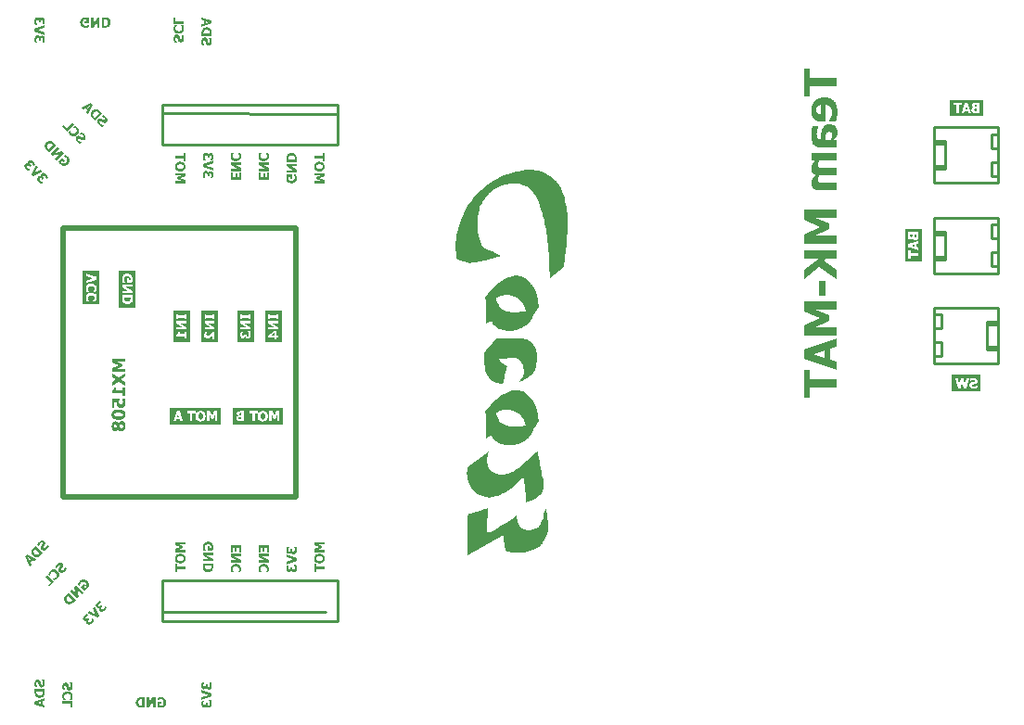
<source format=gbo>
G04*
G04 #@! TF.GenerationSoftware,Altium Limited,Altium Designer,23.8.1 (32)*
G04*
G04 Layer_Color=32896*
%FSLAX25Y25*%
%MOIN*%
G70*
G04*
G04 #@! TF.SameCoordinates,219BC79F-92E0-4BE4-9349-49C4CE8B2FF6*
G04*
G04*
G04 #@! TF.FilePolarity,Positive*
G04*
G01*
G75*
%ADD11C,0.01000*%
%ADD14C,0.00500*%
%ADD15C,0.02000*%
G36*
X604863Y388793D02*
X614465D01*
Y385823D01*
X604863D01*
Y382325D01*
X602604D01*
Y392291D01*
X604863D01*
Y388793D01*
D02*
G37*
G36*
X610457Y381870D02*
X610839Y381833D01*
X611203Y381760D01*
X611531Y381687D01*
X611841Y381578D01*
X612133Y381469D01*
X612388Y381341D01*
X612625Y381214D01*
X612825Y381104D01*
X613007Y380977D01*
X613153Y380867D01*
X613281Y380758D01*
X613372Y380685D01*
X613445Y380612D01*
X613481Y380576D01*
X613499Y380558D01*
X613718Y380284D01*
X613900Y380011D01*
X614064Y379701D01*
X614192Y379373D01*
X614319Y379064D01*
X614410Y378736D01*
X614556Y378116D01*
X614593Y377825D01*
X614629Y377551D01*
X614665Y377296D01*
X614684Y377096D01*
X614702Y376914D01*
Y376422D01*
X614684Y376203D01*
Y376003D01*
X614665Y375839D01*
X614647Y375693D01*
Y375602D01*
X614629Y375529D01*
Y375511D01*
X614574Y375146D01*
X614538Y375001D01*
X614520Y374855D01*
X614501Y374727D01*
X614483Y374636D01*
X614465Y374582D01*
Y374563D01*
X614410Y374381D01*
X614374Y374235D01*
X614337Y374108D01*
X614301Y373998D01*
X614264Y373907D01*
X614246Y373853D01*
X614228Y373816D01*
Y373798D01*
X614137Y373579D01*
X614046Y373361D01*
X614028Y373288D01*
X613991Y373215D01*
X613973Y373179D01*
Y373160D01*
X611659D01*
Y373470D01*
X611768Y373616D01*
X611878Y373780D01*
X611951Y373889D01*
X611987Y373926D01*
Y373944D01*
X612114Y374163D01*
X612206Y374363D01*
X612260Y374436D01*
X612279Y374509D01*
X612315Y374545D01*
Y374563D01*
X612442Y374873D01*
X612479Y375019D01*
X612534Y375146D01*
X612570Y375274D01*
X612588Y375365D01*
X612606Y375420D01*
Y375438D01*
X612661Y375784D01*
X612679Y375930D01*
Y376076D01*
X612698Y376203D01*
Y376385D01*
X612679Y376786D01*
X612661Y376968D01*
X612643Y377114D01*
Y377242D01*
X612625Y377333D01*
X612606Y377406D01*
Y377424D01*
X612497Y377752D01*
X612442Y377898D01*
X612388Y378025D01*
X612333Y378116D01*
X612279Y378189D01*
X612260Y378244D01*
X612242Y378262D01*
X612042Y378499D01*
X611823Y378681D01*
X611732Y378754D01*
X611659Y378809D01*
X611604Y378827D01*
X611586Y378845D01*
X611422Y378918D01*
X611240Y378973D01*
X611076Y379027D01*
X610894Y379045D01*
X610748Y379082D01*
X610639D01*
X610566Y379100D01*
X610529D01*
Y372996D01*
X609527D01*
X609145Y373015D01*
X608799Y373033D01*
X608471Y373088D01*
X608161Y373160D01*
X607888Y373233D01*
X607614Y373324D01*
X607377Y373415D01*
X607177Y373507D01*
X606977Y373616D01*
X606812Y373707D01*
X606685Y373798D01*
X606557Y373871D01*
X606466Y373944D01*
X606412Y373998D01*
X606375Y374017D01*
X606357Y374035D01*
X606157Y374235D01*
X605993Y374472D01*
X605847Y374709D01*
X605719Y374964D01*
X605610Y375219D01*
X605519Y375474D01*
X605391Y375966D01*
X605337Y376203D01*
X605300Y376422D01*
X605282Y376622D01*
X605264Y376786D01*
X605246Y376932D01*
Y377132D01*
X605264Y377551D01*
X605300Y377934D01*
X605373Y378298D01*
X605446Y378626D01*
X605555Y378954D01*
X605665Y379246D01*
X605774Y379501D01*
X605901Y379738D01*
X606029Y379956D01*
X606138Y380139D01*
X606248Y380284D01*
X606357Y380412D01*
X606430Y380521D01*
X606503Y380594D01*
X606539Y380631D01*
X606557Y380649D01*
X606812Y380867D01*
X607086Y381050D01*
X607359Y381214D01*
X607651Y381359D01*
X607942Y381487D01*
X608234Y381578D01*
X608799Y381724D01*
X609054Y381778D01*
X609290Y381815D01*
X609509Y381851D01*
X609691Y381870D01*
X609837Y381888D01*
X609965D01*
X610038D01*
X610056D01*
X610457Y381870D01*
D02*
G37*
G36*
X612333Y372177D02*
X612734Y372085D01*
X613080Y371976D01*
X613372Y371830D01*
X613609Y371685D01*
X613773Y371575D01*
X613882Y371484D01*
X613900Y371448D01*
X613918D01*
X614064Y371302D01*
X614173Y371138D01*
X614374Y370810D01*
X614501Y370482D01*
X614611Y370172D01*
X614665Y369899D01*
X614684Y369772D01*
Y369680D01*
X614702Y369589D01*
Y369261D01*
X614684Y369061D01*
X614665Y368897D01*
X614647Y368769D01*
X614629Y368660D01*
X614611Y368569D01*
X614593Y368532D01*
Y368514D01*
X614520Y368241D01*
X614429Y368004D01*
X614392Y367913D01*
X614356Y367840D01*
X614337Y367804D01*
Y367786D01*
X614210Y367530D01*
X614082Y367348D01*
X614046Y367275D01*
X614009Y367221D01*
X613973Y367202D01*
Y367184D01*
X613809Y367002D01*
X613663Y366838D01*
X613609Y366765D01*
X613554Y366710D01*
X613536Y366674D01*
X613518Y366656D01*
X614465D01*
Y363868D01*
X608379D01*
X608088Y363886D01*
X607815Y363905D01*
X607578Y363959D01*
X607341Y364032D01*
X607122Y364105D01*
X606940Y364196D01*
X606758Y364305D01*
X606612Y364397D01*
X606466Y364488D01*
X606357Y364597D01*
X606248Y364688D01*
X606175Y364761D01*
X606102Y364834D01*
X606066Y364870D01*
X606029Y364907D01*
Y364925D01*
X605883Y365144D01*
X605774Y365380D01*
X605665Y365617D01*
X605574Y365891D01*
X605428Y366455D01*
X605337Y367002D01*
X605318Y367257D01*
X605282Y367494D01*
X605264Y367713D01*
Y367895D01*
X605246Y368059D01*
Y368624D01*
X605264Y368970D01*
X605300Y369280D01*
X605318Y369571D01*
X605355Y369808D01*
X605391Y369990D01*
Y370063D01*
X605410Y370118D01*
Y370154D01*
X605464Y370464D01*
X605519Y370737D01*
X605574Y370974D01*
X605610Y371156D01*
X605647Y371284D01*
X605683Y371393D01*
X605701Y371448D01*
Y371466D01*
X607851D01*
Y371229D01*
X607669Y370774D01*
X607578Y370555D01*
X607523Y370355D01*
X607469Y370191D01*
X607432Y370063D01*
X607396Y369990D01*
Y369954D01*
X607341Y369717D01*
X607286Y369498D01*
X607250Y369298D01*
X607232Y369134D01*
X607213Y368988D01*
Y368806D01*
X607232Y368423D01*
X607250Y368095D01*
X607304Y367822D01*
X607359Y367603D01*
X607414Y367421D01*
X607450Y367294D01*
X607487Y367221D01*
X607505Y367202D01*
X607632Y367020D01*
X607796Y366893D01*
X607960Y366783D01*
X608124Y366729D01*
X608288Y366692D01*
X608416Y366656D01*
X608507D01*
X608543D01*
X608580D01*
X608616Y367093D01*
X608653Y367512D01*
X608689Y367895D01*
X608726Y368223D01*
X608762Y368496D01*
X608780Y368624D01*
X608799Y368715D01*
Y368788D01*
X608817Y368842D01*
Y368897D01*
X608871Y369280D01*
X608962Y369607D01*
X609035Y369917D01*
X609127Y370172D01*
X609199Y370391D01*
X609272Y370555D01*
X609309Y370646D01*
X609327Y370683D01*
X609473Y370937D01*
X609618Y371174D01*
X609782Y371375D01*
X609946Y371539D01*
X610074Y371666D01*
X610183Y371757D01*
X610256Y371812D01*
X610293Y371830D01*
X610548Y371958D01*
X610803Y372049D01*
X611076Y372122D01*
X611331Y372158D01*
X611550Y372195D01*
X611732Y372213D01*
X611805D01*
X611860D01*
X611878D01*
X611896D01*
X612333Y372177D01*
D02*
G37*
G36*
X614465Y359022D02*
X608143D01*
X607997Y358785D01*
X607869Y358603D01*
X607815Y358511D01*
X607796Y358457D01*
X607760Y358420D01*
Y358402D01*
X607669Y358165D01*
X607614Y357947D01*
X607596Y357856D01*
Y357564D01*
X607614Y357418D01*
X607632Y357309D01*
X607669Y357218D01*
X607687Y357127D01*
X607724Y357072D01*
X607742Y357054D01*
Y357036D01*
X607869Y356872D01*
X607997Y356744D01*
X608106Y356671D01*
X608143Y356653D01*
X608161D01*
X608270Y356617D01*
X608398Y356580D01*
X608635Y356544D01*
X608744Y356525D01*
X608835Y356507D01*
X608890D01*
X608908D01*
X609272Y356489D01*
X609454Y356471D01*
X609618D01*
X609782D01*
X609892D01*
X609965D01*
X610001D01*
X614465D01*
Y353683D01*
X608143D01*
X607979Y353428D01*
X607851Y353209D01*
X607796Y353118D01*
X607760Y353064D01*
X607742Y353027D01*
Y353009D01*
X607651Y352772D01*
X607614Y352590D01*
X607596Y352499D01*
Y352226D01*
X607614Y352080D01*
X607632Y351971D01*
X607669Y351861D01*
X607687Y351788D01*
X607724Y351734D01*
X607742Y351697D01*
Y351679D01*
X607869Y351515D01*
X607997Y351406D01*
X608106Y351333D01*
X608143Y351315D01*
X608161D01*
X608398Y351242D01*
X608635Y351187D01*
X608726D01*
X608817Y351169D01*
X608871D01*
X608890D01*
X609072Y351151D01*
X609254D01*
X609436Y351132D01*
X609618D01*
X609764D01*
X609892D01*
X609965D01*
X610001D01*
X614465D01*
Y348345D01*
X608653D01*
X608307D01*
X608015Y348381D01*
X607760Y348399D01*
X607523Y348436D01*
X607359Y348472D01*
X607232Y348509D01*
X607140Y348527D01*
X607122Y348545D01*
X606904Y348618D01*
X606703Y348709D01*
X606521Y348800D01*
X606375Y348891D01*
X606248Y348964D01*
X606157Y349037D01*
X606102Y349074D01*
X606084Y349092D01*
X605938Y349219D01*
X605829Y349365D01*
X605719Y349511D01*
X605628Y349638D01*
X605574Y349748D01*
X605519Y349839D01*
X605482Y349912D01*
Y349930D01*
X605410Y350112D01*
X605373Y350312D01*
X605337Y350495D01*
X605300Y350677D01*
Y350823D01*
X605282Y350932D01*
Y351041D01*
X605300Y351315D01*
X605355Y351570D01*
X605410Y351825D01*
X605482Y352025D01*
X605574Y352226D01*
X605628Y352353D01*
X605683Y352444D01*
X605701Y352481D01*
X605865Y352754D01*
X606047Y353009D01*
X606248Y353264D01*
X606430Y353501D01*
X606594Y353701D01*
X606721Y353847D01*
X606812Y353957D01*
X606849Y353975D01*
Y353993D01*
X606576Y354120D01*
X606339Y354285D01*
X606138Y354430D01*
X605974Y354594D01*
X605847Y354722D01*
X605756Y354831D01*
X605701Y354904D01*
X605683Y354940D01*
X605555Y355177D01*
X605446Y355432D01*
X605373Y355669D01*
X605337Y355888D01*
X605300Y356088D01*
X605282Y356234D01*
Y356380D01*
X605300Y356653D01*
X605337Y356908D01*
X605391Y357145D01*
X605446Y357345D01*
X605501Y357509D01*
X605555Y357637D01*
X605592Y357710D01*
X605610Y357746D01*
X605738Y357965D01*
X605883Y358202D01*
X606047Y358420D01*
X606193Y358603D01*
X606321Y358785D01*
X606430Y358912D01*
X606503Y358985D01*
X606521Y359022D01*
X605519D01*
Y361809D01*
X614465D01*
Y359022D01*
D02*
G37*
G36*
Y338524D02*
X606612D01*
X611677Y336374D01*
Y334352D01*
X606612Y332184D01*
X614465D01*
Y329214D01*
X602604D01*
Y332657D01*
X608471Y335281D01*
X602604Y337905D01*
Y341330D01*
X614465D01*
Y338524D01*
D02*
G37*
G36*
Y323802D02*
X610475D01*
X609655Y323219D01*
X614465Y319994D01*
Y316387D01*
X608124Y320796D01*
X602604Y316569D01*
Y319994D01*
X607924Y323802D01*
X602604D01*
Y326772D01*
X614465D01*
Y323802D01*
D02*
G37*
G36*
X610329Y310484D02*
X608124D01*
Y315767D01*
X610329D01*
Y310484D01*
D02*
G37*
G36*
X614465Y305582D02*
X606612D01*
X611677Y303432D01*
Y301410D01*
X606612Y299242D01*
X614465D01*
Y296272D01*
X602604D01*
Y299715D01*
X608471Y302339D01*
X602604Y304963D01*
Y308388D01*
X614465D01*
Y305582D01*
D02*
G37*
G36*
Y292136D02*
X612060Y291389D01*
Y287617D01*
X614465Y286870D01*
Y283828D01*
X602604Y287854D01*
Y291097D01*
X614465Y295106D01*
Y292136D01*
D02*
G37*
G36*
X604863Y280384D02*
X614465D01*
X614465Y277414D01*
X604863D01*
Y273916D01*
X602604D01*
X602604Y283882D01*
X604863D01*
Y280384D01*
D02*
G37*
G36*
X505352Y355764D02*
X506391Y355600D01*
X507375Y355381D01*
X508305Y355108D01*
X509179Y354725D01*
X509945Y354343D01*
X510710Y353960D01*
X511367Y353522D01*
X511968Y353085D01*
X512460Y352702D01*
X512952Y352265D01*
X513280Y351937D01*
X513609Y351663D01*
X513827Y351445D01*
X513937Y351280D01*
X513991Y351226D01*
X514647Y350296D01*
X515249Y349257D01*
X515741Y348164D01*
X516179Y347015D01*
X516561Y345813D01*
X516889Y344609D01*
X517163Y343407D01*
X517327Y342258D01*
X517491Y341165D01*
X517600Y340126D01*
X517709Y339196D01*
X517764Y338376D01*
X517819Y337665D01*
Y336736D01*
X517764Y333892D01*
X517546Y331103D01*
X517436Y329736D01*
X517327Y328369D01*
X517163Y327112D01*
X516999Y325964D01*
X516889Y324815D01*
X516725Y323831D01*
X516616Y322956D01*
X516452Y322191D01*
X516397Y321589D01*
X516288Y321152D01*
X516233Y320878D01*
Y320769D01*
X511257Y316941D01*
Y318800D01*
X511203Y319675D01*
Y321206D01*
X511148Y321753D01*
Y322245D01*
X511093Y323284D01*
X511039Y324214D01*
X510984Y325089D01*
X510929Y325909D01*
X510875Y326510D01*
Y327003D01*
X510820Y327331D01*
Y327440D01*
X510710Y328315D01*
X510656Y329135D01*
X510546Y329901D01*
X510437Y330611D01*
X510382Y331213D01*
X510328Y331650D01*
X510273Y331924D01*
Y332033D01*
X510109Y333291D01*
X509890Y334439D01*
X509726Y335587D01*
X509508Y336626D01*
X509289Y337665D01*
X509015Y338595D01*
X508797Y339415D01*
X508578Y340180D01*
X508414Y340891D01*
X508195Y341493D01*
X508031Y342039D01*
X507867Y342477D01*
X507758Y342860D01*
X507648Y343078D01*
X507594Y343243D01*
Y343297D01*
X507266Y344117D01*
X506938Y344828D01*
X506609Y345539D01*
X506227Y346141D01*
X505899Y346687D01*
X505571Y347180D01*
X505297Y347617D01*
X504969Y348000D01*
X504477Y348601D01*
X504094Y349039D01*
X503821Y349312D01*
X503712Y349367D01*
X502891Y349914D01*
X502016Y350296D01*
X501142Y350570D01*
X500376Y350734D01*
X499665Y350843D01*
X499118Y350952D01*
X498900D01*
X498736D01*
X498681D01*
X498626D01*
X497642Y350898D01*
X496658Y350788D01*
X495783Y350624D01*
X494908Y350351D01*
X494088Y350078D01*
X493322Y349749D01*
X492611Y349421D01*
X491955Y349039D01*
X491354Y348710D01*
X490807Y348382D01*
X490370Y348054D01*
X489987Y347781D01*
X489659Y347508D01*
X489440Y347343D01*
X489331Y347234D01*
X489276Y347180D01*
X488565Y346414D01*
X487964Y345648D01*
X487417Y344774D01*
X486925Y343899D01*
X486542Y343024D01*
X486214Y342149D01*
X485941Y341274D01*
X485722Y340454D01*
X485558Y339688D01*
X485448Y338978D01*
X485339Y338321D01*
X485284Y337720D01*
X485230Y337282D01*
Y336626D01*
X485284Y335040D01*
X485503Y333564D01*
X485776Y332142D01*
X486104Y330830D01*
X486269Y330229D01*
X486433Y329736D01*
X486597Y329299D01*
X486706Y328862D01*
X486815Y328588D01*
X486925Y328369D01*
X486979Y328205D01*
Y328151D01*
X488182Y327495D01*
X489385Y326893D01*
X490588Y326346D01*
X491627Y325800D01*
X492557Y325417D01*
X492940Y325253D01*
X493268Y325089D01*
X493541Y324979D01*
X493760Y324870D01*
X493869Y324815D01*
X493924D01*
X492611Y324433D01*
X491408Y324104D01*
X490260Y323831D01*
X489167Y323558D01*
X488182Y323284D01*
X487253Y323120D01*
X486433Y322902D01*
X485667Y322792D01*
X485011Y322628D01*
X484409Y322573D01*
X483917Y322464D01*
X483534Y322409D01*
X483207Y322355D01*
X482933Y322300D01*
X482824D01*
X482769D01*
X478012Y323558D01*
X477848Y324487D01*
X477684Y325417D01*
X477574Y326182D01*
X477520Y326948D01*
X477465Y327549D01*
Y328369D01*
X477520Y329627D01*
X477629Y330830D01*
X477793Y332033D01*
X478012Y333236D01*
X478285Y334384D01*
X478613Y335478D01*
X478941Y336517D01*
X479270Y337446D01*
X479598Y338376D01*
X479926Y339142D01*
X480254Y339852D01*
X480527Y340454D01*
X480746Y340946D01*
X480910Y341329D01*
X481019Y341547D01*
X481074Y341602D01*
X481785Y342805D01*
X482550Y343953D01*
X483316Y344992D01*
X484136Y346031D01*
X484956Y346961D01*
X485831Y347781D01*
X486651Y348547D01*
X487417Y349257D01*
X488182Y349914D01*
X488893Y350460D01*
X489495Y350898D01*
X490041Y351280D01*
X490534Y351608D01*
X490862Y351827D01*
X491080Y351937D01*
X491135Y351991D01*
X492338Y352647D01*
X493541Y353249D01*
X494744Y353741D01*
X495892Y354179D01*
X497041Y354561D01*
X498134Y354889D01*
X499173Y355163D01*
X500103Y355327D01*
X500978Y355491D01*
X501798Y355600D01*
X502508Y355710D01*
X503110Y355764D01*
X503602Y355819D01*
X503930D01*
X504204D01*
X504258D01*
X505352Y355764D01*
D02*
G37*
G36*
X499829Y317707D02*
X500431Y317598D01*
X501032Y317434D01*
X501579Y317215D01*
X502563Y316668D01*
X503383Y316012D01*
X504039Y315410D01*
X504532Y314864D01*
X504750Y314645D01*
X504860Y314481D01*
X504914Y314371D01*
X504969Y314317D01*
X505735Y313004D01*
X506281Y311692D01*
X506719Y310380D01*
X506992Y309177D01*
X507102Y308685D01*
X507156Y308193D01*
X507211Y307755D01*
X507266Y307372D01*
X507320Y307044D01*
Y306662D01*
X507102Y306279D01*
X506883Y305951D01*
X506664Y305677D01*
X506609Y305568D01*
X506281Y305021D01*
X506008Y304584D01*
X505899Y304365D01*
X505844Y304256D01*
X505407Y303381D01*
X504969Y302615D01*
X504586Y302014D01*
X504258Y301522D01*
X504039Y301139D01*
X503821Y300920D01*
X503712Y300756D01*
X503657Y300701D01*
X503274Y300319D01*
X502837Y299936D01*
X501907Y299335D01*
X501470Y299116D01*
X501142Y298952D01*
X500923Y298842D01*
X500813Y298788D01*
X500048Y298460D01*
X499337Y298241D01*
X498571Y298077D01*
X497915Y297968D01*
X497369Y297913D01*
X496931Y297858D01*
X496658D01*
X496548D01*
X495674Y297913D01*
X494908Y298022D01*
X494252Y298186D01*
X493650Y298405D01*
X493158Y298624D01*
X492830Y298788D01*
X492611Y298897D01*
X492557Y298952D01*
X492010Y299335D01*
X491518Y299772D01*
X491135Y300209D01*
X490862Y300647D01*
X490643Y301029D01*
X490534Y301303D01*
X490424Y301522D01*
Y301576D01*
X488401Y300373D01*
X488456Y301522D01*
Y304748D01*
X488401Y305787D01*
X488346Y306826D01*
X488292Y307755D01*
Y308630D01*
X488237Y308958D01*
Y309286D01*
X488182Y309560D01*
Y309888D01*
X489167Y311255D01*
X490151Y312458D01*
X491135Y313551D01*
X492119Y314426D01*
X493049Y315192D01*
X493978Y315848D01*
X494853Y316340D01*
X495619Y316777D01*
X496384Y317106D01*
X497095Y317324D01*
X497697Y317543D01*
X498189Y317652D01*
X498626Y317707D01*
X498900Y317762D01*
X499118D01*
X499173D01*
X499829Y317707D01*
D02*
G37*
G36*
X500540Y295179D02*
X501305Y295124D01*
X501907Y295015D01*
X502399Y294905D01*
X502782Y294851D01*
X503001Y294741D01*
X503055D01*
X503602Y294468D01*
X504149Y294140D01*
X504586Y293757D01*
X504969Y293374D01*
X505297Y293046D01*
X505516Y292773D01*
X505680Y292554D01*
X505735Y292499D01*
X506117Y291843D01*
X506391Y291132D01*
X506555Y290367D01*
X506664Y289711D01*
X506774Y289055D01*
X506828Y288562D01*
Y288125D01*
X506774Y286813D01*
X506555Y285719D01*
X506336Y284790D01*
X506008Y283969D01*
X505735Y283368D01*
X505461Y282930D01*
X505297Y282712D01*
X505242Y282602D01*
X504532Y281946D01*
X503712Y281345D01*
X502891Y280798D01*
X502016Y280361D01*
X501251Y279978D01*
X500649Y279704D01*
X500376Y279595D01*
X500212Y279540D01*
X500103Y279486D01*
X500048D01*
X499993Y279595D01*
X500704Y280196D01*
X501196Y280798D01*
X501579Y281399D01*
X501798Y281891D01*
X501962Y282384D01*
X502016Y282712D01*
X502071Y282930D01*
Y283040D01*
X502016Y283915D01*
X501798Y284735D01*
X501743Y285118D01*
X501634Y285391D01*
X501579Y285555D01*
Y285610D01*
X501360Y286047D01*
X501196Y286485D01*
X500978Y286813D01*
X500813Y287086D01*
X500649Y287305D01*
X500540Y287469D01*
X500485Y287524D01*
X500431Y287578D01*
X500157Y287797D01*
X499829Y287906D01*
X499282Y288125D01*
X499009D01*
X498790Y288180D01*
X498681D01*
X498626D01*
X498298D01*
X497970D01*
X497150Y288125D01*
X496275Y288070D01*
X495345Y287961D01*
X494525Y287906D01*
X494142D01*
X493869Y287852D01*
X493596D01*
X493377Y287797D01*
X493268D01*
X493213D01*
X493486Y287086D01*
X493924Y286539D01*
X494361Y286047D01*
X494908Y285719D01*
X495400Y285500D01*
X495783Y285336D01*
X496056Y285227D01*
X496111D01*
X496166D01*
X495783Y284079D01*
X495400Y282930D01*
X495127Y281891D01*
X494908Y280907D01*
X494689Y280032D01*
X494635Y279704D01*
X494580Y279431D01*
X494525Y279157D01*
X494471Y278994D01*
Y278830D01*
X493541Y278884D01*
X492775Y279048D01*
X492065Y279267D01*
X491463Y279486D01*
X490971Y279704D01*
X490588Y279923D01*
X490370Y280087D01*
X490315Y280142D01*
X489768Y280634D01*
X489331Y281235D01*
X488948Y281782D01*
X488674Y282274D01*
X488456Y282766D01*
X488292Y283149D01*
X488182Y283368D01*
Y283477D01*
X488128Y283860D01*
X488018Y284297D01*
X487909Y285282D01*
X487800Y286321D01*
X487745Y287359D01*
X487690Y288289D01*
Y288672D01*
X487636Y289055D01*
Y289766D01*
X488401Y290804D01*
X489167Y291789D01*
X489932Y292718D01*
X490588Y293484D01*
X491135Y294195D01*
X491627Y294687D01*
X491901Y295015D01*
X491955Y295069D01*
X492010Y295124D01*
X493486Y295179D01*
X494799Y295233D01*
X495947D01*
X496931Y295288D01*
X497697D01*
X498025D01*
X498298D01*
X498517D01*
X498681D01*
X498736D01*
X498790D01*
X499720D01*
X500540Y295179D01*
D02*
G37*
G36*
X499829Y276533D02*
X500431Y276424D01*
X501032Y276259D01*
X501579Y276041D01*
X502563Y275494D01*
X503383Y274838D01*
X504039Y274236D01*
X504532Y273690D01*
X504750Y273471D01*
X504860Y273307D01*
X504914Y273197D01*
X504969Y273143D01*
X505735Y271830D01*
X506281Y270518D01*
X506719Y269206D01*
X506992Y268003D01*
X507102Y267511D01*
X507156Y267019D01*
X507211Y266581D01*
X507266Y266198D01*
X507320Y265870D01*
Y265488D01*
X507102Y265105D01*
X506883Y264777D01*
X506664Y264503D01*
X506609Y264394D01*
X506281Y263847D01*
X506008Y263410D01*
X505899Y263191D01*
X505844Y263082D01*
X505407Y262207D01*
X504969Y261441D01*
X504586Y260840D01*
X504258Y260348D01*
X504039Y259965D01*
X503821Y259746D01*
X503712Y259582D01*
X503657Y259527D01*
X503274Y259145D01*
X502837Y258762D01*
X501907Y258160D01*
X501470Y257942D01*
X501142Y257778D01*
X500923Y257668D01*
X500813Y257614D01*
X500048Y257285D01*
X499337Y257067D01*
X498571Y256903D01*
X497915Y256793D01*
X497369Y256739D01*
X496931Y256684D01*
X496658D01*
X496548D01*
X495674Y256739D01*
X494908Y256848D01*
X494252Y257012D01*
X493650Y257231D01*
X493158Y257450D01*
X492830Y257614D01*
X492611Y257723D01*
X492557Y257778D01*
X492010Y258160D01*
X491518Y258598D01*
X491135Y259035D01*
X490862Y259473D01*
X490643Y259856D01*
X490534Y260129D01*
X490424Y260348D01*
Y260402D01*
X488401Y259199D01*
X488456Y260348D01*
Y263574D01*
X488401Y264613D01*
X488346Y265652D01*
X488292Y266581D01*
Y267456D01*
X488237Y267784D01*
Y268112D01*
X488182Y268386D01*
Y268714D01*
X489167Y270081D01*
X490151Y271284D01*
X491135Y272377D01*
X492119Y273252D01*
X493049Y274018D01*
X493978Y274674D01*
X494853Y275166D01*
X495619Y275603D01*
X496384Y275931D01*
X497095Y276150D01*
X497697Y276369D01*
X498189Y276478D01*
X498626Y276533D01*
X498900Y276588D01*
X499118D01*
X499173D01*
X499829Y276533D01*
D02*
G37*
G36*
X507211Y253622D02*
X507430Y252200D01*
X507648Y250779D01*
X507867Y249357D01*
X508031Y248756D01*
X508141Y248154D01*
X508250Y247662D01*
X508305Y247170D01*
X508414Y246787D01*
X508469Y246514D01*
X508523Y246350D01*
Y246295D01*
X508742Y245256D01*
X508906Y244381D01*
X509015Y243725D01*
X509070Y243123D01*
X509125Y242686D01*
X509179Y242413D01*
Y242194D01*
X509125Y241647D01*
X509015Y241100D01*
X508851Y240608D01*
X508687Y240171D01*
X508523Y239788D01*
X508359Y239514D01*
X508250Y239351D01*
X508195Y239296D01*
X507758Y238804D01*
X507211Y238366D01*
X506609Y237929D01*
X506008Y237601D01*
X505407Y237327D01*
X504914Y237054D01*
X504586Y236945D01*
X504532Y236890D01*
X504477D01*
X502672Y236124D01*
Y237273D01*
X502618Y238366D01*
X502563Y239405D01*
X502508Y240335D01*
X502454Y241155D01*
X502345Y241975D01*
X502290Y242631D01*
X502180Y243287D01*
X502126Y243834D01*
X502016Y244272D01*
X501962Y244709D01*
X501852Y245037D01*
X501798Y245256D01*
Y245420D01*
X501743Y245529D01*
Y245584D01*
X500649Y244272D01*
X499501Y243069D01*
X498408Y242085D01*
X497369Y241210D01*
X496275Y240444D01*
X495291Y239843D01*
X494307Y239351D01*
X493432Y238913D01*
X492611Y238640D01*
X491846Y238366D01*
X491190Y238202D01*
X490643Y238093D01*
X490151Y238038D01*
X489823Y237983D01*
X489604D01*
X489549D01*
X488948Y238038D01*
X488401Y238093D01*
X487308Y238366D01*
X486323Y238804D01*
X485503Y239296D01*
X484847Y239788D01*
X484355Y240171D01*
X484027Y240499D01*
X483917Y240553D01*
Y240608D01*
X483480Y241100D01*
X483097Y241592D01*
X482550Y242686D01*
X482113Y243725D01*
X481785Y244709D01*
X481621Y245529D01*
X481566Y245912D01*
Y246240D01*
X481511Y246459D01*
Y246842D01*
X481566Y247498D01*
X481621Y248209D01*
X481675Y248482D01*
Y248701D01*
X481730Y248865D01*
Y248920D01*
X489331Y254606D01*
X489003Y253403D01*
X488893Y252856D01*
X488838Y252364D01*
X488784Y251982D01*
Y251435D01*
X488838Y250560D01*
X489003Y249740D01*
X489221Y249083D01*
X489440Y248537D01*
X489713Y248099D01*
X489932Y247826D01*
X490096Y247607D01*
X490151Y247552D01*
X490698Y247115D01*
X491354Y246787D01*
X491955Y246514D01*
X492557Y246350D01*
X493104Y246240D01*
X493541Y246185D01*
X493814D01*
X493869D01*
X493924D01*
X494799Y246240D01*
X495619Y246404D01*
X496439Y246623D01*
X497095Y246842D01*
X497642Y247060D01*
X498079Y247279D01*
X498353Y247443D01*
X498462Y247498D01*
X498845Y247771D01*
X499228Y248045D01*
X499993Y248646D01*
X500321Y248865D01*
X500595Y249083D01*
X500759Y249248D01*
X500813Y249302D01*
X501360Y249740D01*
X501907Y250232D01*
X502454Y250724D01*
X503001Y251161D01*
X503438Y251599D01*
X503766Y251927D01*
X503985Y252146D01*
X504094Y252200D01*
X504422Y252528D01*
X504860Y252911D01*
X505352Y253403D01*
X505844Y253841D01*
X506336Y254278D01*
X506719Y254606D01*
X506992Y254825D01*
X507102Y254934D01*
X507211Y253622D01*
D02*
G37*
G36*
X510109Y233008D02*
X510328Y231750D01*
X510492Y230547D01*
X510601Y229508D01*
X510656Y228688D01*
Y228305D01*
X510710Y228032D01*
Y227485D01*
X510656Y226774D01*
X510601Y226063D01*
X510273Y224806D01*
X509836Y223657D01*
X509289Y222673D01*
X508797Y221908D01*
X508578Y221580D01*
X508359Y221306D01*
X508195Y221087D01*
X508031Y220923D01*
X507976Y220869D01*
X507922Y220814D01*
X507375Y220322D01*
X506774Y219884D01*
X506172Y219502D01*
X505516Y219174D01*
X504149Y218682D01*
X502891Y218353D01*
X502290Y218244D01*
X501688Y218189D01*
X501196Y218135D01*
X500759Y218080D01*
X500376Y218025D01*
X500103D01*
X499939D01*
X499884D01*
X498900Y218080D01*
X498025Y218135D01*
X497314Y218299D01*
X496658Y218408D01*
X496166Y218572D01*
X495783Y218736D01*
X495564Y218791D01*
X495509Y218846D01*
X495345Y219611D01*
X495181Y220486D01*
X495017Y221470D01*
X494853Y222400D01*
X494744Y223275D01*
X494689Y223657D01*
X494635Y223985D01*
Y224259D01*
X494580Y224478D01*
Y224642D01*
X481730Y217150D01*
Y217807D01*
X481785Y218408D01*
Y221197D01*
X481730Y221689D01*
Y222892D01*
X481675Y223985D01*
X481621Y224587D01*
Y227430D01*
X481675Y228524D01*
X481730Y229508D01*
Y230383D01*
X481785Y231094D01*
X481840Y231586D01*
X481894Y231914D01*
Y232023D01*
X482332Y232133D01*
X482769Y232242D01*
X483863Y232570D01*
X485011Y232898D01*
X486159Y233226D01*
X487198Y233554D01*
X487690Y233718D01*
X488073Y233828D01*
X488401Y233937D01*
X488674Y234047D01*
X488838Y234101D01*
X488893D01*
Y233828D01*
X488948Y233554D01*
Y232516D01*
X488893Y231750D01*
Y230820D01*
X488838Y229945D01*
X488784Y229508D01*
Y227157D01*
X488838Y226555D01*
Y225680D01*
X488893Y225407D01*
Y225134D01*
X490698Y225954D01*
X492393Y226829D01*
X493869Y227704D01*
X494525Y228141D01*
X495127Y228524D01*
X495728Y228907D01*
X496220Y229235D01*
X496603Y229563D01*
X496986Y229836D01*
X497259Y230055D01*
X497478Y230164D01*
X497587Y230274D01*
X497642Y230328D01*
X498353Y230875D01*
X498954Y231312D01*
X499173Y231477D01*
X499282Y231531D01*
X499392Y231641D01*
X499446D01*
X499501Y230656D01*
X499611Y229836D01*
X499829Y229071D01*
X500103Y228469D01*
X500431Y227922D01*
X500759Y227485D01*
X501142Y227102D01*
X501524Y226829D01*
X501907Y226555D01*
X502290Y226391D01*
X502891Y226227D01*
X503165Y226173D01*
X503383Y226118D01*
X503493D01*
X503547D01*
X504422Y226173D01*
X505188Y226391D01*
X505899Y226665D01*
X506446Y226938D01*
X506938Y227266D01*
X507266Y227540D01*
X507484Y227758D01*
X507539Y227813D01*
X507812Y228141D01*
X508086Y228578D01*
X508523Y229508D01*
X508906Y230602D01*
X509179Y231695D01*
X509398Y232734D01*
X509508Y233172D01*
X509562Y233554D01*
X509617Y233882D01*
Y234156D01*
X509672Y234320D01*
Y234375D01*
X509781D01*
X510109Y233008D01*
D02*
G37*
G36*
X666918Y375000D02*
X655082D01*
Y380975D01*
X666918D01*
Y375000D01*
D02*
G37*
G36*
X666183Y276000D02*
X655817D01*
Y282108D01*
X666183D01*
Y276000D01*
D02*
G37*
G36*
X645000Y322680D02*
X639025D01*
Y334516D01*
X645000D01*
Y322680D01*
D02*
G37*
G36*
X430299Y358855D02*
X429610D01*
Y359921D01*
X426686D01*
Y360825D01*
X429610D01*
Y361891D01*
X430299D01*
Y358855D01*
D02*
G37*
G36*
X428650Y358688D02*
X428800Y358672D01*
X428944Y358649D01*
X429078Y358622D01*
X429200Y358583D01*
X429311Y358544D01*
X429416Y358500D01*
X429510Y358461D01*
X429594Y358416D01*
X429666Y358372D01*
X429727Y358333D01*
X429777Y358294D01*
X429821Y358267D01*
X429849Y358244D01*
X429866Y358228D01*
X429871Y358222D01*
X429960Y358133D01*
X430038Y358033D01*
X430104Y357934D01*
X430165Y357828D01*
X430210Y357717D01*
X430254Y357612D01*
X430288Y357506D01*
X430315Y357406D01*
X430332Y357312D01*
X430349Y357223D01*
X430360Y357146D01*
X430371Y357073D01*
Y357018D01*
X430376Y356979D01*
Y356940D01*
X430371Y356790D01*
X430354Y356651D01*
X430332Y356518D01*
X430299Y356391D01*
X430260Y356280D01*
X430215Y356174D01*
X430171Y356074D01*
X430121Y355991D01*
X430071Y355913D01*
X430027Y355841D01*
X429982Y355786D01*
X429944Y355736D01*
X429916Y355702D01*
X429888Y355675D01*
X429871Y355658D01*
X429866Y355652D01*
X429766Y355569D01*
X429660Y355503D01*
X429549Y355442D01*
X429438Y355386D01*
X429322Y355342D01*
X429211Y355303D01*
X429094Y355275D01*
X428989Y355247D01*
X428889Y355231D01*
X428795Y355214D01*
X428706Y355208D01*
X428634Y355197D01*
X428573D01*
X428528Y355192D01*
X428501D01*
X428489D01*
X428334Y355197D01*
X428184Y355214D01*
X428040Y355236D01*
X427907Y355264D01*
X427784Y355297D01*
X427673Y355336D01*
X427568Y355381D01*
X427479Y355425D01*
X427396Y355464D01*
X427318Y355508D01*
X427257Y355547D01*
X427207Y355580D01*
X427169Y355608D01*
X427135Y355630D01*
X427118Y355647D01*
X427113Y355652D01*
X427024Y355741D01*
X426946Y355841D01*
X426880Y355947D01*
X426819Y356052D01*
X426774Y356158D01*
X426730Y356263D01*
X426697Y356368D01*
X426669Y356474D01*
X426652Y356568D01*
X426636Y356657D01*
X426624Y356735D01*
X426614Y356807D01*
Y356862D01*
X426608Y356907D01*
Y356940D01*
X426614Y357090D01*
X426630Y357229D01*
X426652Y357362D01*
X426686Y357484D01*
X426724Y357601D01*
X426769Y357706D01*
X426813Y357800D01*
X426858Y357889D01*
X426902Y357967D01*
X426952Y358033D01*
X426991Y358089D01*
X427030Y358139D01*
X427063Y358172D01*
X427085Y358200D01*
X427102Y358217D01*
X427107Y358222D01*
X427207Y358305D01*
X427313Y358378D01*
X427424Y358439D01*
X427535Y358494D01*
X427651Y358539D01*
X427768Y358577D01*
X427879Y358611D01*
X427990Y358633D01*
X428090Y358655D01*
X428184Y358672D01*
X428273Y358677D01*
X428345Y358688D01*
X428406D01*
X428450Y358694D01*
X428478D01*
X428489D01*
X428650Y358688D01*
D02*
G37*
G36*
X430299Y353610D02*
X428511Y352811D01*
X430299Y352012D01*
Y350968D01*
X426686D01*
Y351823D01*
X429078D01*
X427535Y352478D01*
Y353094D01*
X429078Y353754D01*
X426686D01*
Y354659D01*
X430299D01*
Y353610D01*
D02*
G37*
G36*
X418678Y361880D02*
X418856Y361857D01*
X419011Y361824D01*
X419078Y361807D01*
X419144Y361785D01*
X419200Y361763D01*
X419250Y361746D01*
X419294Y361730D01*
X419333Y361713D01*
X419361Y361702D01*
X419383Y361691D01*
X419394Y361680D01*
X419400D01*
X419538Y361597D01*
X419660Y361508D01*
X419766Y361413D01*
X419855Y361325D01*
X419921Y361241D01*
X419977Y361180D01*
X419993Y361153D01*
X420005Y361136D01*
X420016Y361125D01*
Y361119D01*
X420082Y361008D01*
X420132Y360897D01*
X420177Y360792D01*
X420204Y360698D01*
X420226Y360614D01*
X420238Y360581D01*
X420243Y360548D01*
X420249Y360525D01*
X420254Y360509D01*
Y360492D01*
X420271Y360365D01*
X420282Y360242D01*
X420293Y360120D01*
X420299Y360015D01*
X420304Y359921D01*
Y358661D01*
X416691D01*
Y359926D01*
X416697Y360059D01*
X416708Y360176D01*
X416719Y360281D01*
X416724Y360370D01*
X416730Y360403D01*
X416736Y360437D01*
Y360459D01*
X416741Y360475D01*
Y360492D01*
X416763Y360614D01*
X416797Y360731D01*
X416835Y360836D01*
X416874Y360925D01*
X416913Y361003D01*
X416947Y361058D01*
X416958Y361080D01*
X416969Y361097D01*
X416974Y361103D01*
Y361108D01*
X417063Y361230D01*
X417163Y361341D01*
X417263Y361436D01*
X417363Y361513D01*
X417451Y361580D01*
X417485Y361608D01*
X417518Y361630D01*
X417546Y361647D01*
X417568Y361658D01*
X417579Y361669D01*
X417585D01*
X417740Y361741D01*
X417896Y361796D01*
X418045Y361835D01*
X418190Y361863D01*
X418251Y361874D01*
X418306Y361880D01*
X418362Y361885D01*
X418406D01*
X418439Y361891D01*
X418467D01*
X418484D01*
X418489D01*
X418678Y361880D01*
D02*
G37*
G36*
X420304Y357101D02*
X418234D01*
X420304Y355941D01*
Y354831D01*
X416691D01*
Y355658D01*
X419205D01*
X416691Y357057D01*
Y357928D01*
X420304D01*
Y357101D01*
D02*
G37*
G36*
X418673Y352567D02*
X417990D01*
Y353272D01*
X417279D01*
X417274Y353233D01*
Y353039D01*
X417279Y352939D01*
X417285Y352844D01*
X417302Y352755D01*
X417318Y352672D01*
X417346Y352594D01*
X417368Y352522D01*
X417396Y352456D01*
X417424Y352400D01*
X417451Y352350D01*
X417479Y352300D01*
X417507Y352261D01*
X417529Y352228D01*
X417546Y352206D01*
X417562Y352189D01*
X417568Y352178D01*
X417574Y352173D01*
X417635Y352117D01*
X417701Y352067D01*
X417773Y352028D01*
X417846Y351990D01*
X417923Y351962D01*
X418001Y351934D01*
X418151Y351895D01*
X418223Y351884D01*
X418290Y351873D01*
X418351Y351867D01*
X418401Y351862D01*
X418445Y351856D01*
X418478D01*
X418501D01*
X418506D01*
X418611Y351862D01*
X418711Y351867D01*
X418800Y351884D01*
X418872Y351901D01*
X418939Y351912D01*
X418983Y351928D01*
X419011Y351934D01*
X419022Y351940D01*
X419105Y351973D01*
X419178Y352012D01*
X419239Y352045D01*
X419294Y352084D01*
X419339Y352112D01*
X419366Y352139D01*
X419388Y352156D01*
X419394Y352162D01*
X419450Y352217D01*
X419494Y352278D01*
X419533Y352334D01*
X419560Y352389D01*
X419583Y352433D01*
X419605Y352467D01*
X419611Y352495D01*
X419616Y352500D01*
X419644Y352572D01*
X419660Y352650D01*
X419677Y352722D01*
X419683Y352789D01*
X419688Y352844D01*
X419694Y352889D01*
Y353000D01*
X419683Y353072D01*
X419677Y353133D01*
X419666Y353194D01*
X419655Y353238D01*
X419649Y353272D01*
X419638Y353299D01*
Y353305D01*
X419616Y353372D01*
X419594Y353427D01*
X419572Y353483D01*
X419549Y353532D01*
X419533Y353566D01*
X419516Y353599D01*
X419511Y353616D01*
X419505Y353621D01*
X419450Y353710D01*
X419400Y353782D01*
X419377Y353816D01*
X419361Y353838D01*
X419350Y353854D01*
X419344Y353860D01*
X419283Y353943D01*
X419261Y353971D01*
X419244Y353999D01*
X419228Y354021D01*
X419216Y354037D01*
X419205Y354043D01*
Y354132D01*
X420049D01*
X420104Y354021D01*
X420149Y353910D01*
X420188Y353810D01*
X420221Y353721D01*
X420249Y353649D01*
X420265Y353593D01*
X420271Y353571D01*
X420276Y353555D01*
X420282Y353549D01*
Y353543D01*
X420310Y353432D01*
X420332Y353310D01*
X420349Y353188D01*
X420360Y353066D01*
X420365Y352966D01*
X420371Y352922D01*
Y352805D01*
X420365Y352644D01*
X420349Y352495D01*
X420321Y352350D01*
X420293Y352217D01*
X420249Y352095D01*
X420210Y351984D01*
X420160Y351878D01*
X420116Y351784D01*
X420066Y351701D01*
X420016Y351629D01*
X419977Y351568D01*
X419938Y351518D01*
X419905Y351473D01*
X419877Y351446D01*
X419860Y351429D01*
X419855Y351423D01*
X419755Y351335D01*
X419649Y351257D01*
X419538Y351190D01*
X419427Y351129D01*
X419311Y351085D01*
X419200Y351041D01*
X419089Y351007D01*
X418983Y350979D01*
X418883Y350963D01*
X418789Y350946D01*
X418706Y350935D01*
X418634Y350924D01*
X418578D01*
X418534Y350918D01*
X418506D01*
X418495D01*
X418334Y350924D01*
X418179Y350941D01*
X418034Y350963D01*
X417896Y350996D01*
X417773Y351035D01*
X417657Y351079D01*
X417557Y351124D01*
X417463Y351174D01*
X417379Y351218D01*
X417307Y351262D01*
X417246Y351307D01*
X417191Y351346D01*
X417152Y351379D01*
X417124Y351401D01*
X417107Y351418D01*
X417102Y351423D01*
X417019Y351523D01*
X416941Y351629D01*
X416874Y351734D01*
X416819Y351851D01*
X416774Y351962D01*
X416736Y352073D01*
X416702Y352184D01*
X416675Y352289D01*
X416652Y352389D01*
X416641Y352484D01*
X416630Y352567D01*
X416619Y352639D01*
Y352694D01*
X416613Y352739D01*
Y352778D01*
X416619Y352916D01*
X416630Y353050D01*
X416641Y353177D01*
X416658Y353294D01*
X416675Y353388D01*
X416680Y353427D01*
X416691Y353460D01*
X416697Y353488D01*
Y353510D01*
X416702Y353521D01*
Y353527D01*
X416736Y353666D01*
X416774Y353788D01*
X416802Y353893D01*
X416830Y353982D01*
X416858Y354054D01*
X416874Y354104D01*
X416885Y354137D01*
X416891Y354149D01*
X418673D01*
Y352567D01*
D02*
G37*
G36*
X410102Y361813D02*
X410135Y361735D01*
X410152Y361702D01*
X410163Y361674D01*
X410174Y361658D01*
Y361652D01*
X410213Y361552D01*
X410235Y361502D01*
X410246Y361463D01*
X410257Y361430D01*
X410268Y361408D01*
X410274Y361391D01*
Y361386D01*
X410301Y361264D01*
X410313Y361208D01*
X410324Y361158D01*
X410329Y361114D01*
X410335Y361080D01*
X410340Y361058D01*
Y361053D01*
X410357Y360919D01*
X410362Y360853D01*
Y360792D01*
X410368Y360742D01*
Y360664D01*
X410362Y360514D01*
X410346Y360376D01*
X410324Y360242D01*
X410290Y360120D01*
X410252Y360009D01*
X410207Y359898D01*
X410163Y359804D01*
X410113Y359715D01*
X410063Y359637D01*
X410018Y359571D01*
X409974Y359510D01*
X409935Y359465D01*
X409907Y359426D01*
X409880Y359399D01*
X409863Y359382D01*
X409857Y359377D01*
X409758Y359293D01*
X409652Y359221D01*
X409541Y359155D01*
X409430Y359099D01*
X409313Y359055D01*
X409197Y359016D01*
X409086Y358982D01*
X408981Y358960D01*
X408881Y358938D01*
X408786Y358927D01*
X408703Y358916D01*
X408631Y358905D01*
X408570D01*
X408525Y358899D01*
X408498D01*
X408487D01*
X408326Y358905D01*
X408170Y358922D01*
X408026Y358944D01*
X407893Y358971D01*
X407771Y359010D01*
X407654Y359049D01*
X407554Y359093D01*
X407460Y359138D01*
X407377Y359182D01*
X407304Y359227D01*
X407243Y359266D01*
X407193Y359304D01*
X407155Y359332D01*
X407127Y359354D01*
X407110Y359371D01*
X407105Y359377D01*
X407021Y359471D01*
X406944Y359571D01*
X406877Y359671D01*
X406822Y359782D01*
X406777Y359887D01*
X406738Y359993D01*
X406705Y360098D01*
X406677Y360198D01*
X406655Y360292D01*
X406644Y360381D01*
X406633Y360464D01*
X406622Y360531D01*
Y360587D01*
X406616Y360631D01*
Y360758D01*
X406622Y360836D01*
X406627Y360908D01*
X406633Y360964D01*
Y361008D01*
X406638Y361042D01*
X406644Y361064D01*
Y361069D01*
X406666Y361180D01*
X406677Y361236D01*
X406688Y361286D01*
X406700Y361330D01*
X406711Y361364D01*
X406716Y361386D01*
Y361391D01*
X406749Y361491D01*
X406766Y361536D01*
X406783Y361574D01*
X406794Y361608D01*
X406805Y361635D01*
X406816Y361652D01*
Y361658D01*
X406860Y361752D01*
X406877Y361791D01*
X406894Y361824D01*
X406905Y361852D01*
X406916Y361874D01*
X406921Y361885D01*
Y361891D01*
X407776D01*
Y361807D01*
X407726Y361752D01*
X407682Y361697D01*
X407665Y361674D01*
X407649Y361658D01*
X407643Y361647D01*
X407637Y361641D01*
X407582Y361569D01*
X407532Y361502D01*
X407515Y361474D01*
X407499Y361452D01*
X407493Y361436D01*
X407488Y361430D01*
X407438Y361341D01*
X407393Y361252D01*
X407377Y361214D01*
X407366Y361186D01*
X407360Y361164D01*
X407354Y361158D01*
X407321Y361036D01*
X407310Y360981D01*
X407304Y360931D01*
Y360886D01*
X407299Y360847D01*
Y360820D01*
X407310Y360692D01*
X407315Y360631D01*
X407327Y360581D01*
X407338Y360537D01*
X407343Y360503D01*
X407354Y360475D01*
Y360470D01*
X407382Y360409D01*
X407410Y360348D01*
X407443Y360298D01*
X407477Y360248D01*
X407510Y360215D01*
X407532Y360181D01*
X407549Y360165D01*
X407554Y360159D01*
X407610Y360109D01*
X407671Y360065D01*
X407732Y360020D01*
X407787Y359987D01*
X407843Y359959D01*
X407882Y359943D01*
X407909Y359932D01*
X407921Y359926D01*
X408009Y359898D01*
X408104Y359876D01*
X408198Y359859D01*
X408287Y359848D01*
X408364Y359843D01*
X408426Y359837D01*
X408448D01*
X408464D01*
X408475D01*
X408481D01*
X408598Y359843D01*
X408703Y359848D01*
X408797Y359865D01*
X408881Y359882D01*
X408947Y359893D01*
X408997Y359909D01*
X409025Y359915D01*
X409036Y359921D01*
X409119Y359954D01*
X409191Y359993D01*
X409258Y360026D01*
X409308Y360065D01*
X409352Y360092D01*
X409380Y360120D01*
X409402Y360137D01*
X409408Y360142D01*
X409458Y360198D01*
X409502Y360254D01*
X409541Y360309D01*
X409569Y360353D01*
X409591Y360392D01*
X409608Y360425D01*
X409619Y360448D01*
Y360453D01*
X409641Y360514D01*
X409658Y360575D01*
X409669Y360636D01*
X409680Y360692D01*
Y360742D01*
X409685Y360781D01*
Y360814D01*
X409674Y360931D01*
X409669Y360981D01*
X409658Y361031D01*
X409647Y361069D01*
X409641Y361097D01*
X409630Y361119D01*
Y361125D01*
X409586Y361236D01*
X409563Y361280D01*
X409541Y361325D01*
X409524Y361358D01*
X409508Y361386D01*
X409502Y361402D01*
X409497Y361408D01*
X409441Y361497D01*
X409413Y361530D01*
X409391Y361563D01*
X409369Y361591D01*
X409358Y361613D01*
X409347Y361624D01*
X409341Y361630D01*
X409286Y361697D01*
X409247Y361752D01*
X409219Y361785D01*
X409208Y361791D01*
Y361891D01*
X410063D01*
X410102Y361813D01*
D02*
G37*
G36*
X410301Y357551D02*
X408231D01*
X410301Y356391D01*
Y355281D01*
X406688D01*
Y356108D01*
X409202D01*
X406688Y357506D01*
Y358378D01*
X410301D01*
Y357551D01*
D02*
G37*
G36*
Y352223D02*
X406688D01*
Y354670D01*
X407377D01*
Y353127D01*
X408292D01*
Y354548D01*
X408981D01*
Y353127D01*
X409613D01*
Y354670D01*
X410301D01*
Y352223D01*
D02*
G37*
G36*
X380299Y358855D02*
X379610D01*
Y359921D01*
X376686D01*
Y360825D01*
X379610D01*
Y361891D01*
X380299D01*
Y358855D01*
D02*
G37*
G36*
X378650Y358688D02*
X378800Y358672D01*
X378944Y358649D01*
X379078Y358622D01*
X379200Y358583D01*
X379311Y358544D01*
X379416Y358500D01*
X379511Y358461D01*
X379594Y358416D01*
X379666Y358372D01*
X379727Y358333D01*
X379777Y358294D01*
X379821Y358267D01*
X379849Y358244D01*
X379866Y358228D01*
X379871Y358222D01*
X379960Y358133D01*
X380038Y358033D01*
X380104Y357934D01*
X380166Y357828D01*
X380210Y357717D01*
X380254Y357612D01*
X380288Y357506D01*
X380315Y357406D01*
X380332Y357312D01*
X380349Y357223D01*
X380360Y357146D01*
X380371Y357073D01*
Y357018D01*
X380376Y356979D01*
Y356940D01*
X380371Y356790D01*
X380354Y356651D01*
X380332Y356518D01*
X380299Y356391D01*
X380260Y356280D01*
X380215Y356174D01*
X380171Y356074D01*
X380121Y355991D01*
X380071Y355913D01*
X380027Y355841D01*
X379982Y355786D01*
X379943Y355736D01*
X379916Y355702D01*
X379888Y355675D01*
X379871Y355658D01*
X379866Y355652D01*
X379766Y355569D01*
X379660Y355503D01*
X379549Y355442D01*
X379438Y355386D01*
X379322Y355342D01*
X379211Y355303D01*
X379094Y355275D01*
X378989Y355247D01*
X378889Y355231D01*
X378795Y355214D01*
X378706Y355208D01*
X378634Y355197D01*
X378573D01*
X378528Y355192D01*
X378501D01*
X378489D01*
X378334Y355197D01*
X378184Y355214D01*
X378040Y355236D01*
X377907Y355264D01*
X377784Y355297D01*
X377674Y355336D01*
X377568Y355381D01*
X377479Y355425D01*
X377396Y355464D01*
X377318Y355508D01*
X377257Y355547D01*
X377207Y355580D01*
X377168Y355608D01*
X377135Y355630D01*
X377118Y355647D01*
X377113Y355652D01*
X377024Y355741D01*
X376946Y355841D01*
X376880Y355947D01*
X376819Y356052D01*
X376774Y356158D01*
X376730Y356263D01*
X376697Y356368D01*
X376669Y356474D01*
X376652Y356568D01*
X376636Y356657D01*
X376624Y356735D01*
X376613Y356807D01*
Y356862D01*
X376608Y356907D01*
Y356940D01*
X376613Y357090D01*
X376630Y357229D01*
X376652Y357362D01*
X376686Y357484D01*
X376724Y357601D01*
X376769Y357706D01*
X376813Y357800D01*
X376858Y357889D01*
X376902Y357967D01*
X376952Y358033D01*
X376991Y358089D01*
X377030Y358139D01*
X377063Y358172D01*
X377085Y358200D01*
X377102Y358217D01*
X377107Y358222D01*
X377207Y358305D01*
X377313Y358378D01*
X377424Y358439D01*
X377535Y358494D01*
X377651Y358539D01*
X377768Y358577D01*
X377879Y358611D01*
X377990Y358633D01*
X378090Y358655D01*
X378184Y358672D01*
X378273Y358677D01*
X378345Y358688D01*
X378406D01*
X378450Y358694D01*
X378478D01*
X378489D01*
X378650Y358688D01*
D02*
G37*
G36*
X380299Y353610D02*
X378512Y352811D01*
X380299Y352012D01*
Y350968D01*
X376686D01*
Y351823D01*
X379078D01*
X377535Y352478D01*
Y353094D01*
X379078Y353754D01*
X376686D01*
Y354659D01*
X380299D01*
Y353610D01*
D02*
G37*
G36*
X387851Y361885D02*
X387923Y361880D01*
X387984Y361869D01*
X388034Y361857D01*
X388079Y361841D01*
X388106Y361830D01*
X388129Y361824D01*
X388134Y361819D01*
X388190Y361791D01*
X388234Y361757D01*
X388279Y361730D01*
X388312Y361702D01*
X388339Y361674D01*
X388362Y361652D01*
X388373Y361641D01*
X388378Y361635D01*
X388417Y361591D01*
X388445Y361547D01*
X388495Y361474D01*
X388506Y361441D01*
X388517Y361419D01*
X388528Y361402D01*
Y361397D01*
X388556Y361308D01*
X388567Y361264D01*
X388578Y361225D01*
X388584Y361191D01*
X388589Y361169D01*
X388595Y361153D01*
Y361147D01*
X388628D01*
X388661Y361252D01*
X388706Y361341D01*
X388750Y361419D01*
X388806Y361491D01*
X388850Y361541D01*
X388889Y361580D01*
X388917Y361608D01*
X388928Y361613D01*
X389017Y361674D01*
X389111Y361719D01*
X389200Y361752D01*
X389283Y361774D01*
X389355Y361785D01*
X389416Y361796D01*
X389438D01*
X389455D01*
X389461D01*
X389466D01*
X389549Y361791D01*
X389622Y361780D01*
X389688Y361769D01*
X389749Y361752D01*
X389799Y361730D01*
X389832Y361719D01*
X389860Y361708D01*
X389866Y361702D01*
X389927Y361663D01*
X389988Y361619D01*
X390038Y361574D01*
X390077Y361530D01*
X390110Y361486D01*
X390132Y361452D01*
X390149Y361430D01*
X390154Y361424D01*
X390193Y361358D01*
X390227Y361291D01*
X390254Y361225D01*
X390277Y361158D01*
X390293Y361103D01*
X390304Y361058D01*
X390315Y361031D01*
Y361019D01*
X390337Y360931D01*
X390349Y360836D01*
X390360Y360742D01*
X390371Y360653D01*
Y360581D01*
X390376Y360520D01*
Y360464D01*
X390371Y360342D01*
X390365Y360220D01*
X390354Y360115D01*
X390337Y360015D01*
X390321Y359932D01*
X390315Y359898D01*
X390310Y359871D01*
X390304Y359848D01*
Y359832D01*
X390299Y359821D01*
Y359815D01*
X390271Y359704D01*
X390243Y359604D01*
X390221Y359521D01*
X390199Y359449D01*
X390177Y359388D01*
X390160Y359349D01*
X390154Y359327D01*
X390149Y359315D01*
X389377D01*
Y359388D01*
X389405Y359438D01*
X389433Y359493D01*
X389444Y359515D01*
X389455Y359538D01*
X389466Y359549D01*
Y359554D01*
X389505Y359632D01*
X389538Y359704D01*
X389549Y359726D01*
X389561Y359748D01*
X389566Y359759D01*
Y359765D01*
X389599Y359865D01*
X389616Y359909D01*
X389627Y359948D01*
X389638Y359981D01*
X389644Y360009D01*
X389649Y360026D01*
Y360032D01*
X389671Y360131D01*
X389677Y360181D01*
Y360220D01*
X389683Y360254D01*
Y360370D01*
X389677Y360437D01*
X389671Y360464D01*
Y360487D01*
X389666Y360498D01*
Y360503D01*
X389649Y360587D01*
X389627Y360648D01*
X389622Y360675D01*
X389611Y360692D01*
X389605Y360703D01*
Y360709D01*
X389572Y360758D01*
X389533Y360797D01*
X389505Y360820D01*
X389499Y360831D01*
X389494D01*
X389438Y360864D01*
X389383Y360881D01*
X389355Y360886D01*
X389333D01*
X389322D01*
X389316D01*
X389266D01*
X389222Y360875D01*
X389183Y360870D01*
X389155Y360858D01*
X389128Y360847D01*
X389111Y360842D01*
X389100Y360831D01*
X389094D01*
X389039Y360786D01*
X389000Y360736D01*
X388983Y360714D01*
X388978Y360698D01*
X388967Y360686D01*
Y360681D01*
X388939Y360603D01*
X388922Y360525D01*
X388911Y360492D01*
Y360464D01*
X388906Y360448D01*
Y360442D01*
X388900Y360337D01*
Y360287D01*
X388895Y360242D01*
Y360004D01*
X388262D01*
Y360348D01*
X388256Y360387D01*
Y360442D01*
X388251Y360503D01*
X388245Y360553D01*
X388240Y360603D01*
X388229Y360642D01*
X388223Y360675D01*
X388212Y360698D01*
X388206Y360714D01*
Y360720D01*
X388168Y360797D01*
X388129Y360858D01*
X388106Y360881D01*
X388095Y360897D01*
X388084Y360903D01*
X388079Y360908D01*
X388045Y360931D01*
X388006Y360953D01*
X387923Y360969D01*
X387884Y360975D01*
X387857Y360981D01*
X387835D01*
X387829D01*
X387773D01*
X387723Y360975D01*
X387679Y360964D01*
X387640Y360958D01*
X387613Y360947D01*
X387590Y360936D01*
X387579Y360931D01*
X387574D01*
X387513Y360886D01*
X387468Y360847D01*
X387435Y360814D01*
X387429Y360803D01*
X387424Y360797D01*
X387374Y360714D01*
X387346Y360625D01*
X387335Y360592D01*
X387329Y360564D01*
X387324Y360542D01*
Y360537D01*
X387313Y360425D01*
X387307Y360381D01*
Y360337D01*
X387302Y360303D01*
Y360254D01*
X387307Y360170D01*
X387318Y360081D01*
X387329Y359998D01*
X387346Y359926D01*
X387363Y359859D01*
X387379Y359804D01*
X387385Y359771D01*
X387390Y359765D01*
Y359759D01*
X387429Y359665D01*
X387468Y359576D01*
X387502Y359493D01*
X387540Y359426D01*
X387574Y359371D01*
X387596Y359327D01*
X387613Y359304D01*
X387618Y359293D01*
Y359210D01*
X386836D01*
X386802Y359288D01*
X386774Y359366D01*
X386747Y359449D01*
X386724Y359526D01*
X386708Y359593D01*
X386691Y359648D01*
X386686Y359671D01*
Y359687D01*
X386680Y359693D01*
Y359699D01*
X386658Y359815D01*
X386641Y359937D01*
X386625Y360059D01*
X386619Y360170D01*
X386613Y360270D01*
X386608Y360314D01*
Y360420D01*
X386613Y360553D01*
X386619Y360675D01*
X386630Y360781D01*
X386647Y360875D01*
X386663Y360947D01*
X386674Y361003D01*
X386680Y361019D01*
Y361036D01*
X386686Y361042D01*
Y361047D01*
X386719Y361141D01*
X386758Y361230D01*
X386797Y361308D01*
X386836Y361375D01*
X386869Y361424D01*
X386896Y361469D01*
X386913Y361491D01*
X386919Y361502D01*
X386980Y361569D01*
X387041Y361630D01*
X387107Y361674D01*
X387163Y361719D01*
X387213Y361752D01*
X387257Y361774D01*
X387280Y361785D01*
X387291Y361791D01*
X387374Y361824D01*
X387463Y361846D01*
X387540Y361869D01*
X387618Y361880D01*
X387685Y361885D01*
X387735Y361891D01*
X387768D01*
X387773D01*
X387779D01*
X387851Y361885D01*
D02*
G37*
G36*
X390299Y358083D02*
X387840Y357295D01*
X390299Y356507D01*
Y355569D01*
X386686Y356807D01*
Y357756D01*
X390299Y358999D01*
Y358083D01*
D02*
G37*
G36*
X387851Y355369D02*
X387923Y355364D01*
X387984Y355353D01*
X388034Y355342D01*
X388079Y355325D01*
X388106Y355314D01*
X388129Y355308D01*
X388134Y355303D01*
X388190Y355275D01*
X388234Y355242D01*
X388279Y355214D01*
X388312Y355186D01*
X388339Y355159D01*
X388362Y355136D01*
X388373Y355125D01*
X388378Y355120D01*
X388417Y355075D01*
X388445Y355031D01*
X388495Y354959D01*
X388506Y354925D01*
X388517Y354903D01*
X388528Y354887D01*
Y354881D01*
X388556Y354792D01*
X388567Y354748D01*
X388578Y354709D01*
X388584Y354676D01*
X388589Y354654D01*
X388595Y354637D01*
Y354631D01*
X388628D01*
X388661Y354737D01*
X388706Y354826D01*
X388750Y354903D01*
X388806Y354975D01*
X388850Y355025D01*
X388889Y355064D01*
X388917Y355092D01*
X388928Y355098D01*
X389017Y355159D01*
X389111Y355203D01*
X389200Y355236D01*
X389283Y355258D01*
X389355Y355270D01*
X389416Y355281D01*
X389438D01*
X389455D01*
X389461D01*
X389466D01*
X389549Y355275D01*
X389622Y355264D01*
X389688Y355253D01*
X389749Y355236D01*
X389799Y355214D01*
X389832Y355203D01*
X389860Y355192D01*
X389866Y355186D01*
X389927Y355148D01*
X389988Y355103D01*
X390038Y355059D01*
X390077Y355014D01*
X390110Y354970D01*
X390132Y354937D01*
X390149Y354914D01*
X390154Y354909D01*
X390193Y354842D01*
X390227Y354776D01*
X390254Y354709D01*
X390277Y354642D01*
X390293Y354587D01*
X390304Y354542D01*
X390315Y354515D01*
Y354504D01*
X390337Y354415D01*
X390349Y354321D01*
X390360Y354226D01*
X390371Y354137D01*
Y354065D01*
X390376Y354004D01*
Y353949D01*
X390371Y353827D01*
X390365Y353705D01*
X390354Y353599D01*
X390337Y353499D01*
X390321Y353416D01*
X390315Y353383D01*
X390310Y353355D01*
X390304Y353333D01*
Y353316D01*
X390299Y353305D01*
Y353299D01*
X390271Y353188D01*
X390243Y353088D01*
X390221Y353005D01*
X390199Y352933D01*
X390177Y352872D01*
X390160Y352833D01*
X390154Y352811D01*
X390149Y352800D01*
X389377D01*
Y352872D01*
X389405Y352922D01*
X389433Y352977D01*
X389444Y353000D01*
X389455Y353022D01*
X389466Y353033D01*
Y353039D01*
X389505Y353116D01*
X389538Y353188D01*
X389549Y353210D01*
X389561Y353233D01*
X389566Y353244D01*
Y353249D01*
X389599Y353349D01*
X389616Y353394D01*
X389627Y353432D01*
X389638Y353466D01*
X389644Y353494D01*
X389649Y353510D01*
Y353516D01*
X389671Y353616D01*
X389677Y353666D01*
Y353705D01*
X389683Y353738D01*
Y353854D01*
X389677Y353921D01*
X389671Y353949D01*
Y353971D01*
X389666Y353982D01*
Y353988D01*
X389649Y354071D01*
X389627Y354132D01*
X389622Y354160D01*
X389611Y354176D01*
X389605Y354187D01*
Y354193D01*
X389572Y354243D01*
X389533Y354282D01*
X389505Y354304D01*
X389499Y354315D01*
X389494D01*
X389438Y354348D01*
X389383Y354365D01*
X389355Y354370D01*
X389333D01*
X389322D01*
X389316D01*
X389266D01*
X389222Y354359D01*
X389183Y354354D01*
X389155Y354343D01*
X389128Y354332D01*
X389111Y354326D01*
X389100Y354315D01*
X389094D01*
X389039Y354271D01*
X389000Y354221D01*
X388983Y354198D01*
X388978Y354182D01*
X388967Y354171D01*
Y354165D01*
X388939Y354087D01*
X388922Y354010D01*
X388911Y353976D01*
Y353949D01*
X388906Y353932D01*
Y353926D01*
X388900Y353821D01*
Y353771D01*
X388895Y353727D01*
Y353488D01*
X388262D01*
Y353832D01*
X388256Y353871D01*
Y353926D01*
X388251Y353988D01*
X388245Y354037D01*
X388240Y354087D01*
X388229Y354126D01*
X388223Y354160D01*
X388212Y354182D01*
X388206Y354198D01*
Y354204D01*
X388168Y354282D01*
X388129Y354343D01*
X388106Y354365D01*
X388095Y354382D01*
X388084Y354387D01*
X388079Y354393D01*
X388045Y354415D01*
X388006Y354437D01*
X387923Y354454D01*
X387884Y354459D01*
X387857Y354465D01*
X387835D01*
X387829D01*
X387773D01*
X387723Y354459D01*
X387679Y354448D01*
X387640Y354443D01*
X387613Y354432D01*
X387590Y354420D01*
X387579Y354415D01*
X387574D01*
X387513Y354370D01*
X387468Y354332D01*
X387435Y354298D01*
X387429Y354287D01*
X387424Y354282D01*
X387374Y354198D01*
X387346Y354110D01*
X387335Y354076D01*
X387329Y354049D01*
X387324Y354026D01*
Y354021D01*
X387313Y353910D01*
X387307Y353865D01*
Y353821D01*
X387302Y353788D01*
Y353738D01*
X387307Y353655D01*
X387318Y353566D01*
X387329Y353483D01*
X387346Y353410D01*
X387363Y353344D01*
X387379Y353288D01*
X387385Y353255D01*
X387390Y353249D01*
Y353244D01*
X387429Y353150D01*
X387468Y353061D01*
X387502Y352977D01*
X387540Y352911D01*
X387574Y352855D01*
X387596Y352811D01*
X387613Y352789D01*
X387618Y352778D01*
Y352694D01*
X386836D01*
X386802Y352772D01*
X386774Y352850D01*
X386747Y352933D01*
X386724Y353011D01*
X386708Y353077D01*
X386691Y353133D01*
X386686Y353155D01*
Y353172D01*
X386680Y353177D01*
Y353183D01*
X386658Y353299D01*
X386641Y353421D01*
X386625Y353543D01*
X386619Y353655D01*
X386613Y353754D01*
X386608Y353799D01*
Y353904D01*
X386613Y354037D01*
X386619Y354160D01*
X386630Y354265D01*
X386647Y354359D01*
X386663Y354432D01*
X386674Y354487D01*
X386680Y354504D01*
Y354520D01*
X386686Y354526D01*
Y354531D01*
X386719Y354626D01*
X386758Y354715D01*
X386797Y354792D01*
X386836Y354859D01*
X386869Y354909D01*
X386896Y354953D01*
X386913Y354975D01*
X386919Y354987D01*
X386980Y355053D01*
X387041Y355114D01*
X387107Y355159D01*
X387163Y355203D01*
X387213Y355236D01*
X387257Y355258D01*
X387280Y355270D01*
X387291Y355275D01*
X387374Y355308D01*
X387463Y355331D01*
X387540Y355353D01*
X387618Y355364D01*
X387685Y355369D01*
X387735Y355375D01*
X387768D01*
X387773D01*
X387779D01*
X387851Y355369D01*
D02*
G37*
G36*
X400102Y361813D02*
X400135Y361735D01*
X400152Y361702D01*
X400163Y361674D01*
X400174Y361658D01*
Y361652D01*
X400213Y361552D01*
X400235Y361502D01*
X400246Y361463D01*
X400257Y361430D01*
X400268Y361408D01*
X400274Y361391D01*
Y361386D01*
X400301Y361264D01*
X400313Y361208D01*
X400324Y361158D01*
X400329Y361114D01*
X400335Y361080D01*
X400340Y361058D01*
Y361053D01*
X400357Y360919D01*
X400362Y360853D01*
Y360792D01*
X400368Y360742D01*
Y360664D01*
X400362Y360514D01*
X400346Y360376D01*
X400324Y360242D01*
X400290Y360120D01*
X400251Y360009D01*
X400207Y359898D01*
X400163Y359804D01*
X400113Y359715D01*
X400063Y359637D01*
X400018Y359571D01*
X399974Y359510D01*
X399935Y359465D01*
X399907Y359426D01*
X399880Y359399D01*
X399863Y359382D01*
X399857Y359377D01*
X399758Y359293D01*
X399652Y359221D01*
X399541Y359155D01*
X399430Y359099D01*
X399313Y359055D01*
X399197Y359016D01*
X399086Y358982D01*
X398980Y358960D01*
X398881Y358938D01*
X398786Y358927D01*
X398703Y358916D01*
X398631Y358905D01*
X398570D01*
X398525Y358899D01*
X398498D01*
X398487D01*
X398326Y358905D01*
X398170Y358922D01*
X398026Y358944D01*
X397893Y358971D01*
X397771Y359010D01*
X397654Y359049D01*
X397554Y359093D01*
X397460Y359138D01*
X397377Y359182D01*
X397304Y359227D01*
X397243Y359266D01*
X397193Y359304D01*
X397155Y359332D01*
X397127Y359354D01*
X397110Y359371D01*
X397105Y359377D01*
X397021Y359471D01*
X396944Y359571D01*
X396877Y359671D01*
X396822Y359782D01*
X396777Y359887D01*
X396738Y359993D01*
X396705Y360098D01*
X396677Y360198D01*
X396655Y360292D01*
X396644Y360381D01*
X396633Y360464D01*
X396622Y360531D01*
Y360587D01*
X396616Y360631D01*
Y360758D01*
X396622Y360836D01*
X396627Y360908D01*
X396633Y360964D01*
Y361008D01*
X396638Y361042D01*
X396644Y361064D01*
Y361069D01*
X396666Y361180D01*
X396677Y361236D01*
X396688Y361286D01*
X396700Y361330D01*
X396711Y361364D01*
X396716Y361386D01*
Y361391D01*
X396749Y361491D01*
X396766Y361536D01*
X396783Y361574D01*
X396794Y361608D01*
X396805Y361635D01*
X396816Y361652D01*
Y361658D01*
X396860Y361752D01*
X396877Y361791D01*
X396894Y361824D01*
X396905Y361852D01*
X396916Y361874D01*
X396921Y361885D01*
Y361891D01*
X397776D01*
Y361807D01*
X397726Y361752D01*
X397682Y361697D01*
X397665Y361674D01*
X397649Y361658D01*
X397643Y361647D01*
X397637Y361641D01*
X397582Y361569D01*
X397532Y361502D01*
X397515Y361474D01*
X397499Y361452D01*
X397493Y361436D01*
X397488Y361430D01*
X397438Y361341D01*
X397393Y361252D01*
X397377Y361214D01*
X397365Y361186D01*
X397360Y361164D01*
X397354Y361158D01*
X397321Y361036D01*
X397310Y360981D01*
X397304Y360931D01*
Y360886D01*
X397299Y360847D01*
Y360820D01*
X397310Y360692D01*
X397316Y360631D01*
X397327Y360581D01*
X397338Y360537D01*
X397343Y360503D01*
X397354Y360475D01*
Y360470D01*
X397382Y360409D01*
X397410Y360348D01*
X397443Y360298D01*
X397477Y360248D01*
X397510Y360215D01*
X397532Y360181D01*
X397549Y360165D01*
X397554Y360159D01*
X397610Y360109D01*
X397671Y360065D01*
X397732Y360020D01*
X397787Y359987D01*
X397843Y359959D01*
X397882Y359943D01*
X397909Y359932D01*
X397920Y359926D01*
X398009Y359898D01*
X398104Y359876D01*
X398198Y359859D01*
X398287Y359848D01*
X398364Y359843D01*
X398426Y359837D01*
X398448D01*
X398464D01*
X398476D01*
X398481D01*
X398598Y359843D01*
X398703Y359848D01*
X398797Y359865D01*
X398881Y359882D01*
X398947Y359893D01*
X398997Y359909D01*
X399025Y359915D01*
X399036Y359921D01*
X399119Y359954D01*
X399191Y359993D01*
X399258Y360026D01*
X399308Y360065D01*
X399352Y360092D01*
X399380Y360120D01*
X399402Y360137D01*
X399408Y360142D01*
X399458Y360198D01*
X399502Y360254D01*
X399541Y360309D01*
X399569Y360353D01*
X399591Y360392D01*
X399608Y360425D01*
X399619Y360448D01*
Y360453D01*
X399641Y360514D01*
X399658Y360575D01*
X399669Y360636D01*
X399680Y360692D01*
Y360742D01*
X399685Y360781D01*
Y360814D01*
X399674Y360931D01*
X399669Y360981D01*
X399658Y361031D01*
X399646Y361069D01*
X399641Y361097D01*
X399630Y361119D01*
Y361125D01*
X399586Y361236D01*
X399563Y361280D01*
X399541Y361325D01*
X399524Y361358D01*
X399508Y361386D01*
X399502Y361402D01*
X399497Y361408D01*
X399441Y361497D01*
X399413Y361530D01*
X399391Y361563D01*
X399369Y361591D01*
X399358Y361613D01*
X399347Y361624D01*
X399341Y361630D01*
X399286Y361697D01*
X399247Y361752D01*
X399219Y361785D01*
X399208Y361791D01*
Y361891D01*
X400063D01*
X400102Y361813D01*
D02*
G37*
G36*
X400301Y357551D02*
X398231D01*
X400301Y356391D01*
Y355281D01*
X396688D01*
Y356108D01*
X399202D01*
X396688Y357506D01*
Y358378D01*
X400301D01*
Y357551D01*
D02*
G37*
G36*
Y352223D02*
X396688D01*
Y354670D01*
X397377D01*
Y353127D01*
X398292D01*
Y354548D01*
X398980D01*
Y353127D01*
X399613D01*
Y354670D01*
X400301D01*
Y352223D01*
D02*
G37*
G36*
X410296Y218290D02*
X409608D01*
Y219833D01*
X408692D01*
Y218412D01*
X408004D01*
Y219833D01*
X407371D01*
Y218290D01*
X406683D01*
Y220738D01*
X410296D01*
Y218290D01*
D02*
G37*
G36*
Y216853D02*
X407782D01*
X410296Y215454D01*
Y214583D01*
X406683D01*
Y215410D01*
X408753D01*
X406683Y216570D01*
Y217680D01*
X410296D01*
Y216853D01*
D02*
G37*
G36*
X408659Y214056D02*
X408814Y214039D01*
X408958Y214017D01*
X409092Y213989D01*
X409214Y213950D01*
X409330Y213912D01*
X409430Y213867D01*
X409524Y213823D01*
X409608Y213778D01*
X409680Y213734D01*
X409741Y213695D01*
X409791Y213656D01*
X409830Y213628D01*
X409857Y213606D01*
X409874Y213590D01*
X409880Y213584D01*
X409963Y213490D01*
X410041Y213390D01*
X410107Y213290D01*
X410163Y213179D01*
X410207Y213073D01*
X410246Y212968D01*
X410279Y212862D01*
X410307Y212763D01*
X410329Y212668D01*
X410340Y212579D01*
X410351Y212496D01*
X410362Y212430D01*
Y212374D01*
X410368Y212330D01*
Y212202D01*
X410362Y212124D01*
X410357Y212052D01*
X410351Y211997D01*
Y211952D01*
X410346Y211919D01*
X410340Y211897D01*
Y211891D01*
X410318Y211780D01*
X410307Y211725D01*
X410296Y211675D01*
X410285Y211630D01*
X410274Y211597D01*
X410268Y211575D01*
Y211569D01*
X410235Y211470D01*
X410218Y211425D01*
X410202Y211386D01*
X410190Y211353D01*
X410179Y211325D01*
X410168Y211309D01*
Y211303D01*
X410124Y211209D01*
X410107Y211170D01*
X410090Y211137D01*
X410079Y211109D01*
X410068Y211087D01*
X410063Y211075D01*
Y211070D01*
X409208D01*
Y211153D01*
X409258Y211209D01*
X409302Y211264D01*
X409319Y211286D01*
X409336Y211303D01*
X409341Y211314D01*
X409347Y211320D01*
X409402Y211392D01*
X409452Y211458D01*
X409469Y211486D01*
X409486Y211508D01*
X409491Y211525D01*
X409497Y211530D01*
X409547Y211619D01*
X409591Y211708D01*
X409608Y211747D01*
X409619Y211775D01*
X409624Y211797D01*
X409630Y211803D01*
X409663Y211925D01*
X409674Y211980D01*
X409680Y212030D01*
Y212074D01*
X409685Y212113D01*
Y212141D01*
X409674Y212269D01*
X409669Y212330D01*
X409658Y212380D01*
X409647Y212424D01*
X409641Y212457D01*
X409630Y212485D01*
Y212491D01*
X409602Y212552D01*
X409574Y212613D01*
X409541Y212663D01*
X409508Y212713D01*
X409475Y212746D01*
X409452Y212779D01*
X409436Y212796D01*
X409430Y212802D01*
X409375Y212851D01*
X409313Y212896D01*
X409253Y212940D01*
X409197Y212973D01*
X409141Y213001D01*
X409103Y213018D01*
X409075Y213029D01*
X409064Y213035D01*
X408975Y213062D01*
X408881Y213085D01*
X408786Y213101D01*
X408698Y213112D01*
X408620Y213118D01*
X408559Y213123D01*
X408536D01*
X408520D01*
X408509D01*
X408503D01*
X408387Y213118D01*
X408281Y213112D01*
X408187Y213096D01*
X408104Y213079D01*
X408037Y213068D01*
X407987Y213051D01*
X407959Y213046D01*
X407948Y213040D01*
X407865Y213007D01*
X407793Y212968D01*
X407726Y212935D01*
X407676Y212896D01*
X407632Y212868D01*
X407604Y212840D01*
X407582Y212824D01*
X407576Y212818D01*
X407526Y212763D01*
X407482Y212707D01*
X407443Y212652D01*
X407415Y212607D01*
X407393Y212568D01*
X407377Y212535D01*
X407366Y212513D01*
Y212507D01*
X407343Y212446D01*
X407327Y212385D01*
X407315Y212324D01*
X407304Y212269D01*
Y212219D01*
X407299Y212180D01*
Y212147D01*
X407310Y212030D01*
X407315Y211980D01*
X407327Y211930D01*
X407338Y211891D01*
X407343Y211863D01*
X407354Y211841D01*
Y211836D01*
X407399Y211725D01*
X407421Y211680D01*
X407443Y211636D01*
X407460Y211603D01*
X407477Y211575D01*
X407482Y211558D01*
X407488Y211553D01*
X407543Y211464D01*
X407571Y211431D01*
X407593Y211397D01*
X407615Y211370D01*
X407626Y211347D01*
X407637Y211336D01*
X407643Y211331D01*
X407698Y211264D01*
X407737Y211209D01*
X407765Y211175D01*
X407776Y211170D01*
Y211070D01*
X406921D01*
X406883Y211148D01*
X406849Y211225D01*
X406833Y211259D01*
X406822Y211286D01*
X406811Y211303D01*
Y211309D01*
X406772Y211408D01*
X406749Y211458D01*
X406738Y211497D01*
X406727Y211530D01*
X406716Y211553D01*
X406711Y211569D01*
Y211575D01*
X406683Y211697D01*
X406672Y211753D01*
X406661Y211803D01*
X406655Y211847D01*
X406649Y211880D01*
X406644Y211902D01*
Y211908D01*
X406627Y212041D01*
X406622Y212108D01*
Y212169D01*
X406616Y212219D01*
Y212296D01*
X406622Y212446D01*
X406638Y212585D01*
X406661Y212718D01*
X406694Y212840D01*
X406733Y212951D01*
X406777Y213062D01*
X406822Y213157D01*
X406872Y213246D01*
X406921Y213323D01*
X406966Y213390D01*
X407010Y213451D01*
X407049Y213495D01*
X407077Y213534D01*
X407105Y213562D01*
X407121Y213579D01*
X407127Y213584D01*
X407227Y213667D01*
X407332Y213739D01*
X407443Y213806D01*
X407554Y213861D01*
X407671Y213906D01*
X407787Y213945D01*
X407898Y213978D01*
X408004Y214000D01*
X408104Y214022D01*
X408198Y214034D01*
X408281Y214045D01*
X408353Y214056D01*
X408414D01*
X408459Y214061D01*
X408487D01*
X408498D01*
X408659Y214056D01*
D02*
G37*
G36*
X420182Y220188D02*
X420210Y220111D01*
X420238Y220028D01*
X420260Y219950D01*
X420276Y219883D01*
X420293Y219828D01*
X420299Y219806D01*
Y219789D01*
X420304Y219783D01*
Y219778D01*
X420326Y219661D01*
X420343Y219539D01*
X420360Y219417D01*
X420365Y219306D01*
X420371Y219206D01*
X420376Y219162D01*
Y219056D01*
X420371Y218923D01*
X420365Y218801D01*
X420354Y218696D01*
X420337Y218601D01*
X420321Y218529D01*
X420310Y218474D01*
X420304Y218457D01*
Y218440D01*
X420299Y218435D01*
Y218429D01*
X420265Y218335D01*
X420226Y218246D01*
X420188Y218168D01*
X420149Y218102D01*
X420116Y218052D01*
X420088Y218007D01*
X420071Y217985D01*
X420066Y217974D01*
X420005Y217908D01*
X419944Y217846D01*
X419877Y217802D01*
X419821Y217758D01*
X419771Y217724D01*
X419727Y217702D01*
X419705Y217691D01*
X419694Y217686D01*
X419611Y217652D01*
X419522Y217630D01*
X419444Y217608D01*
X419366Y217597D01*
X419300Y217591D01*
X419250Y217586D01*
X419216D01*
X419211D01*
X419205D01*
X419133Y217591D01*
X419061Y217597D01*
X419000Y217608D01*
X418950Y217619D01*
X418906Y217635D01*
X418878Y217647D01*
X418856Y217652D01*
X418850Y217658D01*
X418795Y217686D01*
X418750Y217719D01*
X418706Y217746D01*
X418673Y217774D01*
X418645Y217802D01*
X418623Y217824D01*
X418611Y217835D01*
X418606Y217841D01*
X418567Y217885D01*
X418539Y217930D01*
X418489Y218002D01*
X418478Y218035D01*
X418467Y218057D01*
X418456Y218074D01*
Y218079D01*
X418428Y218168D01*
X418417Y218213D01*
X418406Y218252D01*
X418401Y218285D01*
X418395Y218307D01*
X418390Y218324D01*
Y218329D01*
X418356D01*
X418323Y218224D01*
X418279Y218135D01*
X418234Y218057D01*
X418179Y217985D01*
X418134Y217935D01*
X418095Y217896D01*
X418068Y217869D01*
X418056Y217863D01*
X417968Y217802D01*
X417873Y217758D01*
X417785Y217724D01*
X417701Y217702D01*
X417629Y217691D01*
X417568Y217680D01*
X417546D01*
X417529D01*
X417524D01*
X417518D01*
X417435Y217686D01*
X417363Y217697D01*
X417296Y217708D01*
X417235Y217724D01*
X417185Y217746D01*
X417152Y217758D01*
X417124Y217769D01*
X417119Y217774D01*
X417058Y217813D01*
X416996Y217858D01*
X416947Y217902D01*
X416908Y217946D01*
X416874Y217991D01*
X416852Y218024D01*
X416835Y218046D01*
X416830Y218052D01*
X416791Y218118D01*
X416758Y218185D01*
X416730Y218252D01*
X416708Y218318D01*
X416691Y218374D01*
X416680Y218418D01*
X416669Y218446D01*
Y218457D01*
X416647Y218546D01*
X416636Y218640D01*
X416625Y218734D01*
X416613Y218823D01*
Y218895D01*
X416608Y218956D01*
Y219012D01*
X416613Y219134D01*
X416619Y219256D01*
X416630Y219362D01*
X416647Y219461D01*
X416663Y219545D01*
X416669Y219578D01*
X416675Y219606D01*
X416680Y219628D01*
Y219645D01*
X416686Y219656D01*
Y219661D01*
X416713Y219772D01*
X416741Y219872D01*
X416763Y219955D01*
X416785Y220028D01*
X416808Y220089D01*
X416824Y220128D01*
X416830Y220150D01*
X416835Y220161D01*
X417607D01*
Y220089D01*
X417579Y220039D01*
X417551Y219983D01*
X417540Y219961D01*
X417529Y219939D01*
X417518Y219928D01*
Y219922D01*
X417479Y219844D01*
X417446Y219772D01*
X417435Y219750D01*
X417424Y219728D01*
X417418Y219717D01*
Y219711D01*
X417385Y219611D01*
X417368Y219567D01*
X417357Y219528D01*
X417346Y219495D01*
X417341Y219467D01*
X417335Y219450D01*
Y219445D01*
X417313Y219345D01*
X417307Y219295D01*
Y219256D01*
X417302Y219223D01*
Y219106D01*
X417307Y219040D01*
X417313Y219012D01*
Y218990D01*
X417318Y218979D01*
Y218973D01*
X417335Y218890D01*
X417357Y218829D01*
X417363Y218801D01*
X417374Y218784D01*
X417379Y218773D01*
Y218768D01*
X417413Y218718D01*
X417451Y218679D01*
X417479Y218657D01*
X417485Y218646D01*
X417490D01*
X417546Y218612D01*
X417601Y218596D01*
X417629Y218590D01*
X417651D01*
X417662D01*
X417668D01*
X417718D01*
X417762Y218601D01*
X417801Y218607D01*
X417829Y218618D01*
X417857Y218629D01*
X417873Y218635D01*
X417884Y218646D01*
X417890D01*
X417945Y218690D01*
X417984Y218740D01*
X418001Y218762D01*
X418007Y218779D01*
X418018Y218790D01*
Y218795D01*
X418045Y218873D01*
X418062Y218951D01*
X418073Y218984D01*
Y219012D01*
X418079Y219029D01*
Y219034D01*
X418084Y219140D01*
Y219190D01*
X418090Y219234D01*
Y219473D01*
X418722D01*
Y219128D01*
X418728Y219090D01*
Y219034D01*
X418734Y218973D01*
X418739Y218923D01*
X418745Y218873D01*
X418756Y218834D01*
X418761Y218801D01*
X418772Y218779D01*
X418778Y218762D01*
Y218757D01*
X418817Y218679D01*
X418856Y218618D01*
X418878Y218596D01*
X418889Y218579D01*
X418900Y218573D01*
X418906Y218568D01*
X418939Y218546D01*
X418978Y218524D01*
X419061Y218507D01*
X419100Y218501D01*
X419128Y218496D01*
X419150D01*
X419155D01*
X419211D01*
X419261Y218501D01*
X419305Y218512D01*
X419344Y218518D01*
X419372Y218529D01*
X419394Y218540D01*
X419405Y218546D01*
X419411D01*
X419472Y218590D01*
X419516Y218629D01*
X419549Y218662D01*
X419555Y218673D01*
X419560Y218679D01*
X419611Y218762D01*
X419638Y218851D01*
X419649Y218884D01*
X419655Y218912D01*
X419660Y218934D01*
Y218940D01*
X419671Y219051D01*
X419677Y219095D01*
Y219140D01*
X419683Y219173D01*
Y219223D01*
X419677Y219306D01*
X419666Y219395D01*
X419655Y219478D01*
X419638Y219550D01*
X419622Y219617D01*
X419605Y219672D01*
X419599Y219706D01*
X419594Y219711D01*
Y219717D01*
X419555Y219811D01*
X419516Y219900D01*
X419483Y219983D01*
X419444Y220050D01*
X419411Y220105D01*
X419388Y220150D01*
X419372Y220172D01*
X419366Y220183D01*
Y220266D01*
X420149D01*
X420182Y220188D01*
D02*
G37*
G36*
X420299Y216154D02*
Y215205D01*
X416686Y213961D01*
Y214877D01*
X419144Y215665D01*
X416686Y216453D01*
Y217391D01*
X420299Y216154D01*
D02*
G37*
G36*
X420182Y213673D02*
X420210Y213595D01*
X420238Y213512D01*
X420260Y213434D01*
X420276Y213368D01*
X420293Y213312D01*
X420299Y213290D01*
Y213273D01*
X420304Y213268D01*
Y213262D01*
X420326Y213146D01*
X420343Y213023D01*
X420360Y212901D01*
X420365Y212790D01*
X420371Y212690D01*
X420376Y212646D01*
Y212541D01*
X420371Y212407D01*
X420365Y212285D01*
X420354Y212180D01*
X420337Y212086D01*
X420321Y212013D01*
X420310Y211958D01*
X420304Y211941D01*
Y211925D01*
X420299Y211919D01*
Y211913D01*
X420265Y211819D01*
X420226Y211730D01*
X420188Y211653D01*
X420149Y211586D01*
X420116Y211536D01*
X420088Y211492D01*
X420071Y211470D01*
X420066Y211458D01*
X420005Y211392D01*
X419944Y211331D01*
X419877Y211286D01*
X419821Y211242D01*
X419771Y211209D01*
X419727Y211186D01*
X419705Y211175D01*
X419694Y211170D01*
X419611Y211137D01*
X419522Y211114D01*
X419444Y211092D01*
X419366Y211081D01*
X419300Y211075D01*
X419250Y211070D01*
X419216D01*
X419211D01*
X419205D01*
X419133Y211075D01*
X419061Y211081D01*
X419000Y211092D01*
X418950Y211103D01*
X418906Y211120D01*
X418878Y211131D01*
X418856Y211137D01*
X418850Y211142D01*
X418795Y211170D01*
X418750Y211203D01*
X418706Y211231D01*
X418673Y211259D01*
X418645Y211286D01*
X418623Y211309D01*
X418611Y211320D01*
X418606Y211325D01*
X418567Y211370D01*
X418539Y211414D01*
X418489Y211486D01*
X418478Y211519D01*
X418467Y211542D01*
X418456Y211558D01*
Y211564D01*
X418428Y211653D01*
X418417Y211697D01*
X418406Y211736D01*
X418401Y211769D01*
X418395Y211791D01*
X418390Y211808D01*
Y211814D01*
X418356D01*
X418323Y211708D01*
X418279Y211619D01*
X418234Y211542D01*
X418179Y211470D01*
X418134Y211420D01*
X418095Y211381D01*
X418068Y211353D01*
X418056Y211347D01*
X417968Y211286D01*
X417873Y211242D01*
X417785Y211209D01*
X417701Y211186D01*
X417629Y211175D01*
X417568Y211164D01*
X417546D01*
X417529D01*
X417524D01*
X417518D01*
X417435Y211170D01*
X417363Y211181D01*
X417296Y211192D01*
X417235Y211209D01*
X417185Y211231D01*
X417152Y211242D01*
X417124Y211253D01*
X417119Y211259D01*
X417058Y211297D01*
X416996Y211342D01*
X416947Y211386D01*
X416908Y211431D01*
X416874Y211475D01*
X416852Y211508D01*
X416835Y211530D01*
X416830Y211536D01*
X416791Y211603D01*
X416758Y211669D01*
X416730Y211736D01*
X416708Y211803D01*
X416691Y211858D01*
X416680Y211902D01*
X416669Y211930D01*
Y211941D01*
X416647Y212030D01*
X416636Y212124D01*
X416625Y212219D01*
X416613Y212308D01*
Y212380D01*
X416608Y212441D01*
Y212496D01*
X416613Y212618D01*
X416619Y212740D01*
X416630Y212846D01*
X416647Y212946D01*
X416663Y213029D01*
X416669Y213062D01*
X416675Y213090D01*
X416680Y213112D01*
Y213129D01*
X416686Y213140D01*
Y213146D01*
X416713Y213257D01*
X416741Y213356D01*
X416763Y213440D01*
X416785Y213512D01*
X416808Y213573D01*
X416824Y213612D01*
X416830Y213634D01*
X416835Y213645D01*
X417607D01*
Y213573D01*
X417579Y213523D01*
X417551Y213468D01*
X417540Y213445D01*
X417529Y213423D01*
X417518Y213412D01*
Y213406D01*
X417479Y213329D01*
X417446Y213257D01*
X417435Y213234D01*
X417424Y213212D01*
X417418Y213201D01*
Y213195D01*
X417385Y213096D01*
X417368Y213051D01*
X417357Y213012D01*
X417346Y212979D01*
X417341Y212951D01*
X417335Y212935D01*
Y212929D01*
X417313Y212829D01*
X417307Y212779D01*
Y212740D01*
X417302Y212707D01*
Y212591D01*
X417307Y212524D01*
X417313Y212496D01*
Y212474D01*
X417318Y212463D01*
Y212457D01*
X417335Y212374D01*
X417357Y212313D01*
X417363Y212285D01*
X417374Y212269D01*
X417379Y212258D01*
Y212252D01*
X417413Y212202D01*
X417451Y212163D01*
X417479Y212141D01*
X417485Y212130D01*
X417490D01*
X417546Y212097D01*
X417601Y212080D01*
X417629Y212074D01*
X417651D01*
X417662D01*
X417668D01*
X417718D01*
X417762Y212086D01*
X417801Y212091D01*
X417829Y212102D01*
X417857Y212113D01*
X417873Y212119D01*
X417884Y212130D01*
X417890D01*
X417945Y212174D01*
X417984Y212224D01*
X418001Y212246D01*
X418007Y212263D01*
X418018Y212274D01*
Y212280D01*
X418045Y212357D01*
X418062Y212435D01*
X418073Y212469D01*
Y212496D01*
X418079Y212513D01*
Y212518D01*
X418084Y212624D01*
Y212674D01*
X418090Y212718D01*
Y212957D01*
X418722D01*
Y212613D01*
X418728Y212574D01*
Y212518D01*
X418734Y212457D01*
X418739Y212407D01*
X418745Y212357D01*
X418756Y212319D01*
X418761Y212285D01*
X418772Y212263D01*
X418778Y212246D01*
Y212241D01*
X418817Y212163D01*
X418856Y212102D01*
X418878Y212080D01*
X418889Y212063D01*
X418900Y212058D01*
X418906Y212052D01*
X418939Y212030D01*
X418978Y212008D01*
X419061Y211991D01*
X419100Y211986D01*
X419128Y211980D01*
X419150D01*
X419155D01*
X419211D01*
X419261Y211986D01*
X419305Y211997D01*
X419344Y212002D01*
X419372Y212013D01*
X419394Y212024D01*
X419405Y212030D01*
X419411D01*
X419472Y212074D01*
X419516Y212113D01*
X419549Y212147D01*
X419555Y212158D01*
X419560Y212163D01*
X419611Y212246D01*
X419638Y212335D01*
X419649Y212369D01*
X419655Y212396D01*
X419660Y212419D01*
Y212424D01*
X419671Y212535D01*
X419677Y212579D01*
Y212624D01*
X419683Y212657D01*
Y212707D01*
X419677Y212790D01*
X419666Y212879D01*
X419655Y212962D01*
X419638Y213035D01*
X419622Y213101D01*
X419605Y213157D01*
X419599Y213190D01*
X419594Y213195D01*
Y213201D01*
X419555Y213295D01*
X419516Y213384D01*
X419483Y213468D01*
X419444Y213534D01*
X419411Y213590D01*
X419388Y213634D01*
X419372Y213656D01*
X419366Y213667D01*
Y213751D01*
X420149D01*
X420182Y213673D01*
D02*
G37*
G36*
X430299Y221138D02*
X427907D01*
X429450Y220483D01*
Y219867D01*
X427907Y219206D01*
X430299D01*
Y218302D01*
X426686D01*
Y219351D01*
X428473Y220150D01*
X426686Y220949D01*
Y221992D01*
X430299D01*
Y221138D01*
D02*
G37*
G36*
X428650Y217763D02*
X428800Y217746D01*
X428944Y217724D01*
X429078Y217697D01*
X429200Y217663D01*
X429311Y217624D01*
X429416Y217580D01*
X429505Y217536D01*
X429588Y217497D01*
X429666Y217452D01*
X429727Y217413D01*
X429777Y217380D01*
X429816Y217353D01*
X429849Y217330D01*
X429866Y217314D01*
X429871Y217308D01*
X429960Y217219D01*
X430038Y217119D01*
X430104Y217014D01*
X430165Y216909D01*
X430210Y216803D01*
X430254Y216698D01*
X430288Y216592D01*
X430315Y216487D01*
X430332Y216392D01*
X430349Y216303D01*
X430360Y216226D01*
X430371Y216154D01*
Y216098D01*
X430376Y216054D01*
Y216020D01*
X430371Y215871D01*
X430354Y215732D01*
X430332Y215599D01*
X430299Y215477D01*
X430260Y215360D01*
X430215Y215255D01*
X430171Y215160D01*
X430127Y215072D01*
X430082Y214994D01*
X430032Y214927D01*
X429993Y214872D01*
X429955Y214822D01*
X429921Y214788D01*
X429899Y214761D01*
X429882Y214744D01*
X429877Y214738D01*
X429777Y214655D01*
X429671Y214583D01*
X429561Y214522D01*
X429450Y214467D01*
X429333Y214422D01*
X429216Y214383D01*
X429105Y214350D01*
X428994Y214328D01*
X428895Y214305D01*
X428800Y214289D01*
X428711Y214283D01*
X428639Y214272D01*
X428578D01*
X428534Y214267D01*
X428506D01*
X428495D01*
X428334Y214272D01*
X428184Y214289D01*
X428040Y214311D01*
X427907Y214339D01*
X427784Y214378D01*
X427673Y214417D01*
X427568Y214461D01*
X427474Y214500D01*
X427390Y214544D01*
X427318Y214589D01*
X427257Y214627D01*
X427207Y214666D01*
X427163Y214694D01*
X427135Y214716D01*
X427118Y214733D01*
X427113Y214738D01*
X427024Y214827D01*
X426946Y214927D01*
X426880Y215027D01*
X426819Y215132D01*
X426774Y215244D01*
X426730Y215349D01*
X426697Y215454D01*
X426669Y215554D01*
X426652Y215649D01*
X426636Y215737D01*
X426624Y215815D01*
X426614Y215887D01*
Y215943D01*
X426608Y215982D01*
Y216020D01*
X426614Y216170D01*
X426630Y216309D01*
X426652Y216442D01*
X426686Y216570D01*
X426724Y216681D01*
X426769Y216786D01*
X426813Y216886D01*
X426863Y216969D01*
X426913Y217047D01*
X426958Y217119D01*
X427002Y217175D01*
X427041Y217225D01*
X427069Y217258D01*
X427096Y217286D01*
X427113Y217303D01*
X427118Y217308D01*
X427218Y217391D01*
X427324Y217458D01*
X427435Y217519D01*
X427546Y217575D01*
X427662Y217619D01*
X427773Y217658D01*
X427890Y217686D01*
X427995Y217713D01*
X428095Y217730D01*
X428190Y217746D01*
X428278Y217752D01*
X428351Y217763D01*
X428412D01*
X428456Y217769D01*
X428484D01*
X428495D01*
X428650Y217763D01*
D02*
G37*
G36*
X427374Y213040D02*
X430299D01*
Y212136D01*
X427374D01*
Y211070D01*
X426686D01*
Y214106D01*
X427374D01*
Y213040D01*
D02*
G37*
G36*
X400296Y218290D02*
X399608D01*
Y219833D01*
X398692D01*
Y218412D01*
X398004D01*
Y219833D01*
X397371D01*
Y218290D01*
X396683D01*
Y220738D01*
X400296D01*
Y218290D01*
D02*
G37*
G36*
Y216853D02*
X397782D01*
X400296Y215454D01*
Y214583D01*
X396683D01*
Y215410D01*
X398753D01*
X396683Y216570D01*
Y217680D01*
X400296D01*
Y216853D01*
D02*
G37*
G36*
X398659Y214056D02*
X398814Y214039D01*
X398958Y214017D01*
X399092Y213989D01*
X399214Y213950D01*
X399330Y213912D01*
X399430Y213867D01*
X399524Y213823D01*
X399608Y213778D01*
X399680Y213734D01*
X399741Y213695D01*
X399791Y213656D01*
X399830Y213628D01*
X399857Y213606D01*
X399874Y213590D01*
X399880Y213584D01*
X399963Y213490D01*
X400041Y213390D01*
X400107Y213290D01*
X400163Y213179D01*
X400207Y213073D01*
X400246Y212968D01*
X400279Y212862D01*
X400307Y212763D01*
X400329Y212668D01*
X400340Y212579D01*
X400351Y212496D01*
X400362Y212430D01*
Y212374D01*
X400368Y212330D01*
Y212202D01*
X400362Y212124D01*
X400357Y212052D01*
X400351Y211997D01*
Y211952D01*
X400346Y211919D01*
X400340Y211897D01*
Y211891D01*
X400318Y211780D01*
X400307Y211725D01*
X400296Y211675D01*
X400285Y211630D01*
X400274Y211597D01*
X400268Y211575D01*
Y211569D01*
X400235Y211470D01*
X400218Y211425D01*
X400202Y211386D01*
X400190Y211353D01*
X400179Y211325D01*
X400168Y211309D01*
Y211303D01*
X400124Y211209D01*
X400107Y211170D01*
X400091Y211137D01*
X400079Y211109D01*
X400068Y211087D01*
X400063Y211075D01*
Y211070D01*
X399208D01*
Y211153D01*
X399258Y211209D01*
X399302Y211264D01*
X399319Y211286D01*
X399336Y211303D01*
X399341Y211314D01*
X399347Y211320D01*
X399402Y211392D01*
X399452Y211458D01*
X399469Y211486D01*
X399486Y211508D01*
X399491Y211525D01*
X399497Y211530D01*
X399547Y211619D01*
X399591Y211708D01*
X399608Y211747D01*
X399619Y211775D01*
X399624Y211797D01*
X399630Y211803D01*
X399663Y211925D01*
X399674Y211980D01*
X399680Y212030D01*
Y212074D01*
X399685Y212113D01*
Y212141D01*
X399674Y212269D01*
X399669Y212330D01*
X399658Y212380D01*
X399646Y212424D01*
X399641Y212457D01*
X399630Y212485D01*
Y212491D01*
X399602Y212552D01*
X399574Y212613D01*
X399541Y212663D01*
X399508Y212713D01*
X399475Y212746D01*
X399452Y212779D01*
X399436Y212796D01*
X399430Y212802D01*
X399375Y212851D01*
X399313Y212896D01*
X399253Y212940D01*
X399197Y212973D01*
X399142Y213001D01*
X399103Y213018D01*
X399075Y213029D01*
X399064Y213035D01*
X398975Y213062D01*
X398881Y213085D01*
X398786Y213101D01*
X398697Y213112D01*
X398620Y213118D01*
X398559Y213123D01*
X398536D01*
X398520D01*
X398509D01*
X398503D01*
X398387Y213118D01*
X398281Y213112D01*
X398187Y213096D01*
X398104Y213079D01*
X398037Y213068D01*
X397987Y213051D01*
X397959Y213046D01*
X397948Y213040D01*
X397865Y213007D01*
X397793Y212968D01*
X397726Y212935D01*
X397676Y212896D01*
X397632Y212868D01*
X397604Y212840D01*
X397582Y212824D01*
X397576Y212818D01*
X397526Y212763D01*
X397482Y212707D01*
X397443Y212652D01*
X397415Y212607D01*
X397393Y212568D01*
X397377Y212535D01*
X397365Y212513D01*
Y212507D01*
X397343Y212446D01*
X397327Y212385D01*
X397316Y212324D01*
X397304Y212269D01*
Y212219D01*
X397299Y212180D01*
Y212147D01*
X397310Y212030D01*
X397316Y211980D01*
X397327Y211930D01*
X397338Y211891D01*
X397343Y211863D01*
X397354Y211841D01*
Y211836D01*
X397399Y211725D01*
X397421Y211680D01*
X397443Y211636D01*
X397460Y211603D01*
X397477Y211575D01*
X397482Y211558D01*
X397488Y211553D01*
X397543Y211464D01*
X397571Y211431D01*
X397593Y211397D01*
X397615Y211370D01*
X397626Y211347D01*
X397637Y211336D01*
X397643Y211331D01*
X397698Y211264D01*
X397737Y211209D01*
X397765Y211175D01*
X397776Y211170D01*
Y211070D01*
X396921D01*
X396883Y211148D01*
X396849Y211225D01*
X396833Y211259D01*
X396822Y211286D01*
X396811Y211303D01*
Y211309D01*
X396772Y211408D01*
X396749Y211458D01*
X396738Y211497D01*
X396727Y211530D01*
X396716Y211553D01*
X396711Y211569D01*
Y211575D01*
X396683Y211697D01*
X396672Y211753D01*
X396661Y211803D01*
X396655Y211847D01*
X396650Y211880D01*
X396644Y211902D01*
Y211908D01*
X396627Y212041D01*
X396622Y212108D01*
Y212169D01*
X396616Y212219D01*
Y212296D01*
X396622Y212446D01*
X396638Y212585D01*
X396661Y212718D01*
X396694Y212840D01*
X396733Y212951D01*
X396777Y213062D01*
X396822Y213157D01*
X396871Y213246D01*
X396921Y213323D01*
X396966Y213390D01*
X397010Y213451D01*
X397049Y213495D01*
X397077Y213534D01*
X397105Y213562D01*
X397121Y213579D01*
X397127Y213584D01*
X397227Y213667D01*
X397332Y213739D01*
X397443Y213806D01*
X397554Y213861D01*
X397671Y213906D01*
X397787Y213945D01*
X397898Y213978D01*
X398004Y214000D01*
X398104Y214022D01*
X398198Y214034D01*
X398281Y214045D01*
X398353Y214056D01*
X398414D01*
X398459Y214061D01*
X398487D01*
X398498D01*
X398659Y214056D01*
D02*
G37*
G36*
X388650Y222037D02*
X388806Y222020D01*
X388950Y221998D01*
X389089Y221965D01*
X389211Y221926D01*
X389327Y221881D01*
X389427Y221837D01*
X389522Y221787D01*
X389605Y221743D01*
X389677Y221698D01*
X389738Y221654D01*
X389794Y221615D01*
X389832Y221582D01*
X389860Y221559D01*
X389877Y221543D01*
X389882Y221537D01*
X389966Y221437D01*
X390043Y221332D01*
X390110Y221226D01*
X390165Y221110D01*
X390210Y220999D01*
X390249Y220888D01*
X390282Y220777D01*
X390310Y220671D01*
X390332Y220571D01*
X390343Y220477D01*
X390354Y220394D01*
X390365Y220322D01*
Y220266D01*
X390371Y220222D01*
Y220183D01*
X390365Y220044D01*
X390354Y219911D01*
X390343Y219783D01*
X390326Y219667D01*
X390310Y219572D01*
X390304Y219534D01*
X390293Y219500D01*
X390288Y219473D01*
Y219450D01*
X390282Y219439D01*
Y219434D01*
X390249Y219295D01*
X390210Y219173D01*
X390182Y219067D01*
X390154Y218979D01*
X390127Y218906D01*
X390110Y218857D01*
X390099Y218823D01*
X390093Y218812D01*
X388312D01*
Y220394D01*
X388994D01*
Y219689D01*
X389705D01*
X389710Y219728D01*
Y219922D01*
X389705Y220022D01*
X389699Y220116D01*
X389683Y220205D01*
X389666Y220288D01*
X389638Y220366D01*
X389616Y220438D01*
X389588Y220505D01*
X389561Y220560D01*
X389533Y220610D01*
X389505Y220660D01*
X389477Y220699D01*
X389455Y220732D01*
X389438Y220755D01*
X389422Y220771D01*
X389416Y220782D01*
X389411Y220788D01*
X389350Y220843D01*
X389283Y220893D01*
X389211Y220932D01*
X389139Y220971D01*
X389061Y220999D01*
X388983Y221027D01*
X388833Y221065D01*
X388761Y221076D01*
X388695Y221088D01*
X388634Y221093D01*
X388584Y221099D01*
X388539Y221104D01*
X388506D01*
X388484D01*
X388478D01*
X388373Y221099D01*
X388273Y221093D01*
X388184Y221076D01*
X388112Y221060D01*
X388045Y221049D01*
X388001Y221032D01*
X387973Y221027D01*
X387962Y221021D01*
X387879Y220988D01*
X387807Y220949D01*
X387746Y220916D01*
X387690Y220877D01*
X387646Y220849D01*
X387618Y220821D01*
X387596Y220805D01*
X387590Y220799D01*
X387535Y220743D01*
X387490Y220683D01*
X387452Y220627D01*
X387424Y220571D01*
X387402Y220527D01*
X387379Y220494D01*
X387374Y220466D01*
X387368Y220461D01*
X387340Y220388D01*
X387324Y220311D01*
X387307Y220238D01*
X387302Y220172D01*
X387296Y220116D01*
X387291Y220072D01*
Y219961D01*
X387302Y219889D01*
X387307Y219828D01*
X387318Y219767D01*
X387329Y219722D01*
X387335Y219689D01*
X387346Y219661D01*
Y219656D01*
X387368Y219589D01*
X387390Y219534D01*
X387413Y219478D01*
X387435Y219428D01*
X387452Y219395D01*
X387468Y219362D01*
X387474Y219345D01*
X387479Y219339D01*
X387535Y219251D01*
X387585Y219178D01*
X387607Y219145D01*
X387624Y219123D01*
X387635Y219106D01*
X387640Y219101D01*
X387701Y219018D01*
X387723Y218990D01*
X387740Y218962D01*
X387757Y218940D01*
X387768Y218923D01*
X387779Y218918D01*
Y218829D01*
X386935D01*
X386880Y218940D01*
X386836Y219051D01*
X386797Y219151D01*
X386763Y219239D01*
X386736Y219312D01*
X386719Y219367D01*
X386713Y219389D01*
X386708Y219406D01*
X386702Y219411D01*
Y219417D01*
X386674Y219528D01*
X386652Y219650D01*
X386636Y219772D01*
X386625Y219894D01*
X386619Y219994D01*
X386613Y220039D01*
Y220155D01*
X386619Y220316D01*
X386636Y220466D01*
X386663Y220610D01*
X386691Y220743D01*
X386736Y220866D01*
X386774Y220977D01*
X386824Y221082D01*
X386869Y221176D01*
X386919Y221260D01*
X386969Y221332D01*
X387007Y221393D01*
X387046Y221443D01*
X387080Y221487D01*
X387107Y221515D01*
X387124Y221532D01*
X387130Y221537D01*
X387229Y221626D01*
X387335Y221704D01*
X387446Y221770D01*
X387557Y221831D01*
X387673Y221876D01*
X387785Y221920D01*
X387895Y221953D01*
X388001Y221981D01*
X388101Y221998D01*
X388195Y222014D01*
X388279Y222026D01*
X388351Y222037D01*
X388406D01*
X388451Y222042D01*
X388478D01*
X388489D01*
X388650Y222037D01*
D02*
G37*
G36*
X390293Y217302D02*
X387779D01*
X390293Y215904D01*
Y215033D01*
X386680D01*
Y215860D01*
X388750D01*
X386680Y217020D01*
Y218129D01*
X390293D01*
Y217302D01*
D02*
G37*
G36*
Y213035D02*
X390288Y212901D01*
X390277Y212785D01*
X390265Y212679D01*
X390260Y212591D01*
X390254Y212557D01*
X390249Y212524D01*
Y212502D01*
X390243Y212485D01*
Y212469D01*
X390221Y212346D01*
X390188Y212230D01*
X390149Y212124D01*
X390110Y212036D01*
X390071Y211958D01*
X390038Y211902D01*
X390027Y211880D01*
X390016Y211863D01*
X390010Y211858D01*
Y211852D01*
X389921Y211730D01*
X389821Y211619D01*
X389721Y211525D01*
X389622Y211447D01*
X389533Y211381D01*
X389499Y211353D01*
X389466Y211331D01*
X389438Y211314D01*
X389416Y211303D01*
X389405Y211292D01*
X389400D01*
X389244Y211220D01*
X389089Y211164D01*
X388939Y211125D01*
X388795Y211098D01*
X388734Y211087D01*
X388678Y211081D01*
X388623Y211075D01*
X388578D01*
X388545Y211070D01*
X388517D01*
X388500D01*
X388495D01*
X388306Y211081D01*
X388129Y211103D01*
X387973Y211137D01*
X387907Y211153D01*
X387840Y211175D01*
X387785Y211197D01*
X387735Y211214D01*
X387690Y211231D01*
X387651Y211247D01*
X387624Y211259D01*
X387601Y211270D01*
X387590Y211281D01*
X387585D01*
X387446Y211364D01*
X387324Y211453D01*
X387218Y211547D01*
X387130Y211636D01*
X387063Y211719D01*
X387007Y211780D01*
X386991Y211808D01*
X386980Y211825D01*
X386969Y211836D01*
Y211841D01*
X386902Y211952D01*
X386852Y212063D01*
X386808Y212169D01*
X386780Y212263D01*
X386758Y212346D01*
X386747Y212380D01*
X386741Y212413D01*
X386736Y212435D01*
X386730Y212452D01*
Y212469D01*
X386713Y212596D01*
X386702Y212718D01*
X386691Y212840D01*
X386686Y212946D01*
X386680Y213040D01*
Y214300D01*
X390293D01*
Y213035D01*
D02*
G37*
G36*
X380299Y221138D02*
X377907D01*
X379450Y220483D01*
Y219867D01*
X377907Y219206D01*
X380299D01*
Y218302D01*
X376686D01*
Y219351D01*
X378473Y220150D01*
X376686Y220949D01*
Y221992D01*
X380299D01*
Y221138D01*
D02*
G37*
G36*
X378650Y217763D02*
X378800Y217746D01*
X378944Y217724D01*
X379078Y217697D01*
X379200Y217663D01*
X379311Y217624D01*
X379416Y217580D01*
X379505Y217536D01*
X379588Y217497D01*
X379666Y217452D01*
X379727Y217413D01*
X379777Y217380D01*
X379816Y217353D01*
X379849Y217330D01*
X379866Y217314D01*
X379871Y217308D01*
X379960Y217219D01*
X380038Y217119D01*
X380104Y217014D01*
X380166Y216909D01*
X380210Y216803D01*
X380254Y216698D01*
X380288Y216592D01*
X380315Y216487D01*
X380332Y216392D01*
X380349Y216303D01*
X380360Y216226D01*
X380371Y216154D01*
Y216098D01*
X380376Y216054D01*
Y216020D01*
X380371Y215871D01*
X380354Y215732D01*
X380332Y215599D01*
X380299Y215477D01*
X380260Y215360D01*
X380215Y215255D01*
X380171Y215160D01*
X380127Y215072D01*
X380082Y214994D01*
X380032Y214927D01*
X379993Y214872D01*
X379955Y214822D01*
X379921Y214788D01*
X379899Y214761D01*
X379882Y214744D01*
X379877Y214738D01*
X379777Y214655D01*
X379672Y214583D01*
X379560Y214522D01*
X379450Y214467D01*
X379333Y214422D01*
X379216Y214383D01*
X379105Y214350D01*
X378994Y214328D01*
X378894Y214305D01*
X378800Y214289D01*
X378711Y214283D01*
X378639Y214272D01*
X378578D01*
X378534Y214267D01*
X378506D01*
X378495D01*
X378334Y214272D01*
X378184Y214289D01*
X378040Y214311D01*
X377907Y214339D01*
X377784Y214378D01*
X377674Y214417D01*
X377568Y214461D01*
X377474Y214500D01*
X377391Y214544D01*
X377318Y214589D01*
X377257Y214627D01*
X377207Y214666D01*
X377163Y214694D01*
X377135Y214716D01*
X377118Y214733D01*
X377113Y214738D01*
X377024Y214827D01*
X376946Y214927D01*
X376880Y215027D01*
X376819Y215132D01*
X376774Y215244D01*
X376730Y215349D01*
X376697Y215454D01*
X376669Y215554D01*
X376652Y215649D01*
X376636Y215737D01*
X376624Y215815D01*
X376613Y215887D01*
Y215943D01*
X376608Y215982D01*
Y216020D01*
X376613Y216170D01*
X376630Y216309D01*
X376652Y216442D01*
X376686Y216570D01*
X376724Y216681D01*
X376769Y216786D01*
X376813Y216886D01*
X376863Y216969D01*
X376913Y217047D01*
X376958Y217119D01*
X377002Y217175D01*
X377041Y217225D01*
X377069Y217258D01*
X377096Y217286D01*
X377113Y217303D01*
X377118Y217308D01*
X377218Y217391D01*
X377324Y217458D01*
X377435Y217519D01*
X377546Y217575D01*
X377662Y217619D01*
X377773Y217658D01*
X377890Y217686D01*
X377995Y217713D01*
X378095Y217730D01*
X378190Y217746D01*
X378278Y217752D01*
X378351Y217763D01*
X378412D01*
X378456Y217769D01*
X378484D01*
X378495D01*
X378650Y217763D01*
D02*
G37*
G36*
X377374Y213040D02*
X380299D01*
Y212136D01*
X377374D01*
Y211070D01*
X376686D01*
Y214106D01*
X377374D01*
Y213040D01*
D02*
G37*
G36*
X376885Y409120D02*
X379809D01*
Y408215D01*
X376196D01*
Y410630D01*
X376885D01*
Y409120D01*
D02*
G37*
G36*
X379609Y407605D02*
X379643Y407527D01*
X379660Y407494D01*
X379671Y407466D01*
X379682Y407449D01*
Y407444D01*
X379720Y407344D01*
X379743Y407294D01*
X379754Y407255D01*
X379765Y407222D01*
X379776Y407200D01*
X379782Y407183D01*
Y407177D01*
X379809Y407055D01*
X379820Y407000D01*
X379832Y406950D01*
X379837Y406906D01*
X379843Y406872D01*
X379848Y406850D01*
Y406844D01*
X379865Y406711D01*
X379870Y406645D01*
Y406584D01*
X379876Y406534D01*
Y406456D01*
X379870Y406306D01*
X379854Y406167D01*
X379832Y406034D01*
X379798Y405912D01*
X379759Y405801D01*
X379715Y405690D01*
X379671Y405596D01*
X379621Y405507D01*
X379571Y405429D01*
X379526Y405363D01*
X379482Y405302D01*
X379443Y405257D01*
X379415Y405218D01*
X379387Y405191D01*
X379371Y405174D01*
X379365Y405168D01*
X379265Y405085D01*
X379160Y405013D01*
X379049Y404946D01*
X378938Y404891D01*
X378821Y404846D01*
X378705Y404808D01*
X378594Y404774D01*
X378488Y404752D01*
X378389Y404730D01*
X378294Y404719D01*
X378211Y404708D01*
X378139Y404697D01*
X378078D01*
X378033Y404691D01*
X378006D01*
X377994D01*
X377834Y404697D01*
X377678Y404713D01*
X377534Y404735D01*
X377401Y404763D01*
X377278Y404802D01*
X377162Y404841D01*
X377062Y404885D01*
X376968Y404930D01*
X376885Y404974D01*
X376812Y405019D01*
X376751Y405057D01*
X376701Y405096D01*
X376662Y405124D01*
X376635Y405146D01*
X376618Y405163D01*
X376612Y405168D01*
X376529Y405263D01*
X376452Y405363D01*
X376385Y405463D01*
X376329Y405574D01*
X376285Y405679D01*
X376246Y405784D01*
X376213Y405890D01*
X376185Y405990D01*
X376163Y406084D01*
X376152Y406173D01*
X376141Y406256D01*
X376130Y406323D01*
Y406378D01*
X376124Y406423D01*
Y406550D01*
X376130Y406628D01*
X376135Y406700D01*
X376141Y406756D01*
Y406800D01*
X376146Y406833D01*
X376152Y406855D01*
Y406861D01*
X376174Y406972D01*
X376185Y407028D01*
X376196Y407078D01*
X376207Y407122D01*
X376219Y407155D01*
X376224Y407177D01*
Y407183D01*
X376257Y407283D01*
X376274Y407327D01*
X376291Y407366D01*
X376302Y407399D01*
X376313Y407427D01*
X376324Y407444D01*
Y407449D01*
X376368Y407544D01*
X376385Y407583D01*
X376402Y407616D01*
X376413Y407644D01*
X376424Y407666D01*
X376429Y407677D01*
Y407683D01*
X377284D01*
Y407599D01*
X377234Y407544D01*
X377190Y407488D01*
X377173Y407466D01*
X377156Y407449D01*
X377151Y407438D01*
X377145Y407433D01*
X377090Y407361D01*
X377040Y407294D01*
X377023Y407266D01*
X377007Y407244D01*
X377001Y407227D01*
X376995Y407222D01*
X376945Y407133D01*
X376901Y407044D01*
X376885Y407005D01*
X376873Y406978D01*
X376868Y406955D01*
X376862Y406950D01*
X376829Y406828D01*
X376818Y406772D01*
X376812Y406722D01*
Y406678D01*
X376807Y406639D01*
Y406611D01*
X376818Y406484D01*
X376823Y406423D01*
X376835Y406373D01*
X376846Y406328D01*
X376851Y406295D01*
X376862Y406267D01*
Y406262D01*
X376890Y406201D01*
X376918Y406140D01*
X376951Y406090D01*
X376984Y406040D01*
X377018Y406006D01*
X377040Y405973D01*
X377057Y405956D01*
X377062Y405951D01*
X377118Y405901D01*
X377179Y405857D01*
X377240Y405812D01*
X377295Y405779D01*
X377351Y405751D01*
X377390Y405734D01*
X377417Y405723D01*
X377428Y405718D01*
X377517Y405690D01*
X377611Y405668D01*
X377706Y405651D01*
X377795Y405640D01*
X377872Y405634D01*
X377933Y405629D01*
X377956D01*
X377972D01*
X377983D01*
X377989D01*
X378105Y405634D01*
X378211Y405640D01*
X378305Y405657D01*
X378389Y405673D01*
X378455Y405685D01*
X378505Y405701D01*
X378533Y405707D01*
X378544Y405712D01*
X378627Y405746D01*
X378699Y405784D01*
X378766Y405818D01*
X378816Y405857D01*
X378860Y405884D01*
X378888Y405912D01*
X378910Y405929D01*
X378916Y405934D01*
X378966Y405990D01*
X379010Y406045D01*
X379049Y406101D01*
X379077Y406145D01*
X379099Y406184D01*
X379116Y406217D01*
X379127Y406240D01*
Y406245D01*
X379149Y406306D01*
X379166Y406367D01*
X379177Y406428D01*
X379188Y406484D01*
Y406534D01*
X379193Y406572D01*
Y406606D01*
X379182Y406722D01*
X379177Y406772D01*
X379166Y406822D01*
X379154Y406861D01*
X379149Y406889D01*
X379138Y406911D01*
Y406917D01*
X379093Y407028D01*
X379071Y407072D01*
X379049Y407116D01*
X379032Y407150D01*
X379016Y407177D01*
X379010Y407194D01*
X379005Y407200D01*
X378949Y407288D01*
X378921Y407322D01*
X378899Y407355D01*
X378877Y407383D01*
X378866Y407405D01*
X378855Y407416D01*
X378849Y407422D01*
X378794Y407488D01*
X378755Y407544D01*
X378727Y407577D01*
X378716Y407583D01*
Y407683D01*
X379571D01*
X379609Y407605D01*
D02*
G37*
G36*
X377456Y404436D02*
X377578Y404414D01*
X377678Y404380D01*
X377767Y404347D01*
X377834Y404314D01*
X377889Y404280D01*
X377917Y404258D01*
X377928Y404253D01*
X378011Y404175D01*
X378083Y404086D01*
X378144Y403997D01*
X378194Y403908D01*
X378239Y403825D01*
X378266Y403759D01*
X378277Y403731D01*
X378289Y403714D01*
X378294Y403703D01*
Y403698D01*
X378316Y403625D01*
X378339Y403559D01*
X378355Y403498D01*
X378372Y403442D01*
X378383Y403398D01*
X378394Y403359D01*
X378400Y403337D01*
Y403331D01*
X378427Y403209D01*
X378444Y403148D01*
X378455Y403098D01*
X378461Y403054D01*
X378472Y403020D01*
X378477Y402993D01*
Y402987D01*
X378505Y402887D01*
X378527Y402810D01*
X378555Y402743D01*
X378577Y402688D01*
X378599Y402649D01*
X378616Y402626D01*
X378622Y402610D01*
X378627Y402604D01*
X378660Y402571D01*
X378694Y402549D01*
X378733Y402532D01*
X378766Y402521D01*
X378799Y402515D01*
X378821Y402510D01*
X378838D01*
X378844D01*
X378877Y402515D01*
X378910Y402521D01*
X378966Y402543D01*
X378988Y402554D01*
X379005Y402560D01*
X379010Y402571D01*
X379016D01*
X379066Y402621D01*
X379104Y402665D01*
X379127Y402704D01*
X379132Y402710D01*
Y402715D01*
X379160Y402793D01*
X379182Y402854D01*
X379188Y402882D01*
Y402898D01*
X379193Y402910D01*
Y402915D01*
X379204Y402987D01*
X379216Y403054D01*
Y403126D01*
X379210Y403237D01*
X379199Y403348D01*
X379177Y403448D01*
X379154Y403537D01*
X379132Y403614D01*
X379110Y403670D01*
X379104Y403692D01*
X379099Y403709D01*
X379093Y403714D01*
Y403720D01*
X379049Y403825D01*
X378999Y403920D01*
X378955Y404003D01*
X378910Y404075D01*
X378871Y404136D01*
X378838Y404180D01*
X378816Y404203D01*
X378810Y404214D01*
Y404297D01*
X379632D01*
X379671Y404197D01*
X379704Y404097D01*
X379737Y404003D01*
X379765Y403914D01*
X379782Y403836D01*
X379798Y403775D01*
X379804Y403753D01*
Y403736D01*
X379809Y403725D01*
Y403720D01*
X379832Y403603D01*
X379848Y403487D01*
X379859Y403381D01*
X379870Y403281D01*
Y403198D01*
X379876Y403165D01*
Y403082D01*
X379870Y402965D01*
X379865Y402848D01*
X379848Y402743D01*
X379826Y402643D01*
X379804Y402549D01*
X379776Y402460D01*
X379748Y402377D01*
X379720Y402305D01*
X379687Y402238D01*
X379660Y402182D01*
X379632Y402127D01*
X379609Y402088D01*
X379587Y402055D01*
X379571Y402033D01*
X379565Y402016D01*
X379560Y402010D01*
X379499Y401933D01*
X379432Y401872D01*
X379365Y401811D01*
X379299Y401766D01*
X379227Y401722D01*
X379160Y401688D01*
X379093Y401661D01*
X379032Y401639D01*
X378971Y401616D01*
X378916Y401605D01*
X378866Y401594D01*
X378821Y401589D01*
X378788D01*
X378760Y401583D01*
X378744D01*
X378738D01*
X378605Y401589D01*
X378483Y401611D01*
X378372Y401639D01*
X378283Y401672D01*
X378211Y401705D01*
X378155Y401733D01*
X378122Y401755D01*
X378117Y401761D01*
X378111D01*
X378067Y401799D01*
X378022Y401838D01*
X377944Y401933D01*
X377872Y402033D01*
X377817Y402133D01*
X377772Y402221D01*
X377756Y402260D01*
X377739Y402299D01*
X377728Y402327D01*
X377717Y402349D01*
X377711Y402360D01*
Y402366D01*
X377667Y402504D01*
X377650Y402571D01*
X377634Y402626D01*
X377623Y402682D01*
X377611Y402721D01*
X377606Y402743D01*
Y402754D01*
X377589Y402832D01*
X377573Y402904D01*
X377556Y402971D01*
X377545Y403032D01*
X377528Y403082D01*
X377523Y403115D01*
X377512Y403143D01*
Y403148D01*
X377495Y403204D01*
X377478Y403254D01*
X377456Y403292D01*
X377434Y403331D01*
X377417Y403365D01*
X377401Y403387D01*
X377395Y403398D01*
X377390Y403403D01*
X377356Y403442D01*
X377317Y403470D01*
X377284Y403487D01*
X377245Y403503D01*
X377218Y403509D01*
X377190Y403514D01*
X377173D01*
X377168D01*
X377123D01*
X377084Y403503D01*
X377051Y403492D01*
X377023Y403481D01*
X377001Y403470D01*
X376984Y403459D01*
X376979Y403453D01*
X376973Y403448D01*
X376923Y403392D01*
X376890Y403342D01*
X376873Y403320D01*
X376862Y403303D01*
X376857Y403292D01*
Y403287D01*
X376835Y403220D01*
X376818Y403154D01*
X376812Y403126D01*
Y403104D01*
X376807Y403087D01*
Y403082D01*
X376796Y402998D01*
Y402959D01*
X376790Y402932D01*
Y402876D01*
X376796Y402760D01*
X376807Y402643D01*
X376829Y402538D01*
X376851Y402443D01*
X376873Y402360D01*
X376885Y402321D01*
X376896Y402293D01*
X376901Y402271D01*
X376907Y402255D01*
X376912Y402244D01*
Y402238D01*
X376962Y402116D01*
X377018Y402005D01*
X377079Y401905D01*
X377134Y401816D01*
X377190Y401744D01*
X377229Y401688D01*
X377245Y401666D01*
X377256Y401650D01*
X377267Y401644D01*
Y401561D01*
X376407D01*
X376324Y401766D01*
X376291Y401861D01*
X376263Y401949D01*
X376241Y402027D01*
X376224Y402088D01*
X376213Y402110D01*
Y402127D01*
X376207Y402133D01*
Y402138D01*
X376180Y402260D01*
X376163Y402388D01*
X376146Y402510D01*
X376141Y402621D01*
X376135Y402721D01*
X376130Y402765D01*
Y402871D01*
X376135Y403004D01*
X376146Y403126D01*
X376157Y403242D01*
X376180Y403354D01*
X376207Y403453D01*
X376235Y403548D01*
X376263Y403637D01*
X376296Y403714D01*
X376324Y403781D01*
X376352Y403842D01*
X376379Y403892D01*
X376407Y403936D01*
X376429Y403969D01*
X376441Y403997D01*
X376452Y404008D01*
X376457Y404014D01*
X376524Y404092D01*
X376590Y404153D01*
X376657Y404214D01*
X376729Y404264D01*
X376801Y404303D01*
X376873Y404336D01*
X376945Y404364D01*
X377012Y404386D01*
X377079Y404408D01*
X377134Y404419D01*
X377190Y404430D01*
X377234Y404436D01*
X377273Y404441D01*
X377301D01*
X377317D01*
X377323D01*
X377456Y404436D01*
D02*
G37*
G36*
X389807Y409403D02*
Y408415D01*
X386193Y407194D01*
Y408099D01*
X386926Y408326D01*
Y409475D01*
X386193Y409703D01*
Y410630D01*
X389807Y409403D01*
D02*
G37*
G36*
X388180Y407039D02*
X388358Y407017D01*
X388513Y406983D01*
X388580Y406966D01*
X388647Y406944D01*
X388702Y406922D01*
X388752Y406906D01*
X388796Y406889D01*
X388835Y406872D01*
X388863Y406861D01*
X388885Y406850D01*
X388896Y406839D01*
X388902D01*
X389041Y406756D01*
X389163Y406667D01*
X389268Y406572D01*
X389357Y406484D01*
X389424Y406400D01*
X389479Y406339D01*
X389496Y406312D01*
X389507Y406295D01*
X389518Y406284D01*
Y406278D01*
X389584Y406167D01*
X389634Y406056D01*
X389679Y405951D01*
X389707Y405857D01*
X389729Y405773D01*
X389740Y405740D01*
X389745Y405707D01*
X389751Y405685D01*
X389757Y405668D01*
Y405651D01*
X389773Y405523D01*
X389784Y405401D01*
X389795Y405279D01*
X389801Y405174D01*
X389807Y405080D01*
Y403820D01*
X386193D01*
Y405085D01*
X386199Y405218D01*
X386210Y405335D01*
X386221Y405440D01*
X386227Y405529D01*
X386232Y405562D01*
X386238Y405596D01*
Y405618D01*
X386243Y405634D01*
Y405651D01*
X386266Y405773D01*
X386299Y405890D01*
X386338Y405995D01*
X386377Y406084D01*
X386416Y406162D01*
X386449Y406217D01*
X386460Y406240D01*
X386471Y406256D01*
X386476Y406262D01*
Y406267D01*
X386565Y406389D01*
X386665Y406500D01*
X386765Y406595D01*
X386865Y406672D01*
X386954Y406739D01*
X386987Y406767D01*
X387020Y406789D01*
X387048Y406806D01*
X387070Y406817D01*
X387082Y406828D01*
X387087D01*
X387242Y406900D01*
X387398Y406955D01*
X387548Y406994D01*
X387692Y407022D01*
X387753Y407033D01*
X387808Y407039D01*
X387864Y407044D01*
X387908D01*
X387942Y407050D01*
X387969D01*
X387986D01*
X387992D01*
X388180Y407039D01*
D02*
G37*
G36*
X387453Y403354D02*
X387575Y403331D01*
X387675Y403298D01*
X387764Y403265D01*
X387831Y403231D01*
X387886Y403198D01*
X387914Y403176D01*
X387925Y403170D01*
X388008Y403093D01*
X388081Y403004D01*
X388141Y402915D01*
X388192Y402826D01*
X388236Y402743D01*
X388264Y402676D01*
X388275Y402649D01*
X388286Y402632D01*
X388291Y402621D01*
Y402615D01*
X388314Y402543D01*
X388336Y402477D01*
X388352Y402416D01*
X388369Y402360D01*
X388380Y402316D01*
X388391Y402277D01*
X388397Y402255D01*
Y402249D01*
X388425Y402127D01*
X388441Y402066D01*
X388452Y402016D01*
X388458Y401971D01*
X388469Y401938D01*
X388474Y401910D01*
Y401905D01*
X388502Y401805D01*
X388525Y401727D01*
X388552Y401661D01*
X388574Y401605D01*
X388597Y401566D01*
X388613Y401544D01*
X388619Y401528D01*
X388624Y401522D01*
X388658Y401489D01*
X388691Y401467D01*
X388730Y401450D01*
X388763Y401439D01*
X388796Y401433D01*
X388819Y401428D01*
X388835D01*
X388841D01*
X388874Y401433D01*
X388907Y401439D01*
X388963Y401461D01*
X388985Y401472D01*
X389002Y401478D01*
X389007Y401489D01*
X389013D01*
X389063Y401539D01*
X389102Y401583D01*
X389124Y401622D01*
X389129Y401627D01*
Y401633D01*
X389157Y401711D01*
X389179Y401772D01*
X389185Y401799D01*
Y401816D01*
X389191Y401827D01*
Y401833D01*
X389202Y401905D01*
X389213Y401971D01*
Y402044D01*
X389207Y402155D01*
X389196Y402266D01*
X389174Y402366D01*
X389152Y402454D01*
X389129Y402532D01*
X389107Y402588D01*
X389102Y402610D01*
X389096Y402626D01*
X389091Y402632D01*
Y402637D01*
X389046Y402743D01*
X388996Y402837D01*
X388952Y402921D01*
X388907Y402993D01*
X388869Y403054D01*
X388835Y403098D01*
X388813Y403120D01*
X388808Y403131D01*
Y403215D01*
X389629D01*
X389668Y403115D01*
X389701Y403015D01*
X389734Y402921D01*
X389762Y402832D01*
X389779Y402754D01*
X389795Y402693D01*
X389801Y402671D01*
Y402654D01*
X389807Y402643D01*
Y402637D01*
X389829Y402521D01*
X389845Y402404D01*
X389857Y402299D01*
X389868Y402199D01*
Y402116D01*
X389873Y402082D01*
Y401999D01*
X389868Y401883D01*
X389862Y401766D01*
X389845Y401661D01*
X389823Y401561D01*
X389801Y401467D01*
X389773Y401378D01*
X389745Y401294D01*
X389718Y401222D01*
X389684Y401156D01*
X389657Y401100D01*
X389629Y401045D01*
X389607Y401006D01*
X389584Y400973D01*
X389568Y400950D01*
X389562Y400934D01*
X389557Y400928D01*
X389496Y400850D01*
X389429Y400789D01*
X389363Y400728D01*
X389296Y400684D01*
X389224Y400639D01*
X389157Y400606D01*
X389091Y400578D01*
X389030Y400556D01*
X388968Y400534D01*
X388913Y400523D01*
X388863Y400512D01*
X388819Y400506D01*
X388785D01*
X388758Y400501D01*
X388741D01*
X388735D01*
X388602Y400506D01*
X388480Y400528D01*
X388369Y400556D01*
X388280Y400590D01*
X388208Y400623D01*
X388153Y400651D01*
X388119Y400673D01*
X388114Y400678D01*
X388108D01*
X388064Y400717D01*
X388019Y400756D01*
X387942Y400850D01*
X387870Y400950D01*
X387814Y401050D01*
X387770Y401139D01*
X387753Y401178D01*
X387736Y401217D01*
X387725Y401244D01*
X387714Y401267D01*
X387709Y401278D01*
Y401283D01*
X387664Y401422D01*
X387648Y401489D01*
X387631Y401544D01*
X387620Y401600D01*
X387609Y401639D01*
X387603Y401661D01*
Y401672D01*
X387586Y401750D01*
X387570Y401822D01*
X387553Y401888D01*
X387542Y401949D01*
X387526Y401999D01*
X387520Y402033D01*
X387509Y402060D01*
Y402066D01*
X387492Y402121D01*
X387475Y402171D01*
X387453Y402210D01*
X387431Y402249D01*
X387415Y402282D01*
X387398Y402305D01*
X387392Y402316D01*
X387387Y402321D01*
X387353Y402360D01*
X387315Y402388D01*
X387281Y402404D01*
X387242Y402421D01*
X387215Y402427D01*
X387187Y402432D01*
X387170D01*
X387165D01*
X387120D01*
X387082Y402421D01*
X387048Y402410D01*
X387020Y402399D01*
X386998Y402388D01*
X386982Y402377D01*
X386976Y402371D01*
X386970Y402366D01*
X386920Y402310D01*
X386887Y402260D01*
X386871Y402238D01*
X386859Y402221D01*
X386854Y402210D01*
Y402205D01*
X386832Y402138D01*
X386815Y402071D01*
X386809Y402044D01*
Y402022D01*
X386804Y402005D01*
Y401999D01*
X386793Y401916D01*
Y401877D01*
X386787Y401849D01*
Y401794D01*
X386793Y401677D01*
X386804Y401561D01*
X386826Y401455D01*
X386848Y401361D01*
X386871Y401278D01*
X386882Y401239D01*
X386893Y401211D01*
X386898Y401189D01*
X386904Y401172D01*
X386909Y401161D01*
Y401156D01*
X386959Y401034D01*
X387015Y400923D01*
X387076Y400823D01*
X387131Y400734D01*
X387187Y400662D01*
X387226Y400606D01*
X387242Y400584D01*
X387253Y400567D01*
X387265Y400562D01*
Y400479D01*
X386404D01*
X386321Y400684D01*
X386288Y400778D01*
X386260Y400867D01*
X386238Y400945D01*
X386221Y401006D01*
X386210Y401028D01*
Y401045D01*
X386205Y401050D01*
Y401056D01*
X386177Y401178D01*
X386160Y401305D01*
X386143Y401428D01*
X386138Y401539D01*
X386132Y401639D01*
X386127Y401683D01*
Y401788D01*
X386132Y401922D01*
X386143Y402044D01*
X386155Y402160D01*
X386177Y402271D01*
X386205Y402371D01*
X386232Y402465D01*
X386260Y402554D01*
X386293Y402632D01*
X386321Y402699D01*
X386349Y402760D01*
X386377Y402810D01*
X386404Y402854D01*
X386427Y402887D01*
X386438Y402915D01*
X386449Y402926D01*
X386454Y402932D01*
X386521Y403009D01*
X386588Y403070D01*
X386654Y403131D01*
X386726Y403181D01*
X386798Y403220D01*
X386871Y403254D01*
X386943Y403281D01*
X387009Y403303D01*
X387076Y403326D01*
X387131Y403337D01*
X387187Y403348D01*
X387231Y403354D01*
X387270Y403359D01*
X387298D01*
X387315D01*
X387320D01*
X387453Y403354D01*
D02*
G37*
G36*
X344512Y410624D02*
X344645Y410613D01*
X344773Y410602D01*
X344889Y410585D01*
X344984Y410569D01*
X345022Y410563D01*
X345056Y410552D01*
X345083Y410546D01*
X345106D01*
X345117Y410541D01*
X345122D01*
X345261Y410507D01*
X345383Y410469D01*
X345489Y410441D01*
X345577Y410413D01*
X345650Y410385D01*
X345700Y410369D01*
X345733Y410358D01*
X345744Y410352D01*
Y408570D01*
X344162D01*
Y409253D01*
X344867D01*
Y409964D01*
X344828Y409969D01*
X344634D01*
X344534Y409964D01*
X344440Y409958D01*
X344351Y409941D01*
X344268Y409925D01*
X344190Y409897D01*
X344118Y409875D01*
X344051Y409847D01*
X343996Y409819D01*
X343946Y409792D01*
X343896Y409764D01*
X343857Y409736D01*
X343824Y409714D01*
X343801Y409697D01*
X343785Y409681D01*
X343774Y409675D01*
X343768Y409669D01*
X343713Y409608D01*
X343663Y409542D01*
X343624Y409470D01*
X343585Y409397D01*
X343557Y409320D01*
X343530Y409242D01*
X343491Y409092D01*
X343479Y409020D01*
X343468Y408953D01*
X343463Y408892D01*
X343457Y408842D01*
X343452Y408798D01*
Y408765D01*
Y408743D01*
Y408737D01*
X343457Y408632D01*
X343463Y408532D01*
X343479Y408443D01*
X343496Y408371D01*
X343507Y408304D01*
X343524Y408260D01*
X343530Y408232D01*
X343535Y408221D01*
X343568Y408138D01*
X343607Y408065D01*
X343640Y408004D01*
X343679Y407949D01*
X343707Y407904D01*
X343735Y407877D01*
X343752Y407855D01*
X343757Y407849D01*
X343812Y407794D01*
X343874Y407749D01*
X343929Y407710D01*
X343985Y407683D01*
X344029Y407660D01*
X344062Y407638D01*
X344090Y407632D01*
X344096Y407627D01*
X344168Y407599D01*
X344245Y407583D01*
X344318Y407566D01*
X344384Y407560D01*
X344440Y407555D01*
X344484Y407549D01*
X344595D01*
X344667Y407560D01*
X344728Y407566D01*
X344789Y407577D01*
X344834Y407588D01*
X344867Y407594D01*
X344895Y407605D01*
X344900D01*
X344967Y407627D01*
X345022Y407649D01*
X345078Y407671D01*
X345128Y407694D01*
X345161Y407710D01*
X345195Y407727D01*
X345211Y407732D01*
X345217Y407738D01*
X345305Y407794D01*
X345378Y407843D01*
X345411Y407866D01*
X345433Y407882D01*
X345450Y407893D01*
X345455Y407899D01*
X345539Y407960D01*
X345566Y407982D01*
X345594Y407999D01*
X345616Y408015D01*
X345633Y408027D01*
X345638Y408038D01*
X345727D01*
Y407194D01*
X345616Y407139D01*
X345505Y407094D01*
X345405Y407055D01*
X345317Y407022D01*
X345244Y406994D01*
X345189Y406978D01*
X345167Y406972D01*
X345150Y406966D01*
X345145Y406961D01*
X345139D01*
X345028Y406933D01*
X344906Y406911D01*
X344784Y406894D01*
X344662Y406883D01*
X344562Y406878D01*
X344517Y406872D01*
X344401D01*
X344240Y406878D01*
X344090Y406894D01*
X343946Y406922D01*
X343812Y406950D01*
X343690Y406994D01*
X343579Y407033D01*
X343474Y407083D01*
X343380Y407128D01*
X343296Y407177D01*
X343224Y407227D01*
X343163Y407266D01*
X343113Y407305D01*
X343069Y407338D01*
X343041Y407366D01*
X343024Y407383D01*
X343019Y407388D01*
X342930Y407488D01*
X342852Y407594D01*
X342786Y407705D01*
X342725Y407816D01*
X342680Y407932D01*
X342636Y408043D01*
X342603Y408154D01*
X342575Y408260D01*
X342558Y408360D01*
X342542Y408454D01*
X342530Y408537D01*
X342519Y408609D01*
Y408665D01*
X342514Y408709D01*
Y408737D01*
Y408748D01*
X342519Y408909D01*
X342536Y409064D01*
X342558Y409209D01*
X342592Y409347D01*
X342630Y409470D01*
X342675Y409586D01*
X342719Y409686D01*
X342769Y409780D01*
X342813Y409864D01*
X342858Y409936D01*
X342902Y409997D01*
X342941Y410052D01*
X342974Y410091D01*
X342997Y410119D01*
X343013Y410136D01*
X343019Y410141D01*
X343119Y410224D01*
X343224Y410302D01*
X343330Y410369D01*
X343446Y410424D01*
X343557Y410469D01*
X343668Y410507D01*
X343779Y410541D01*
X343885Y410569D01*
X343985Y410591D01*
X344079Y410602D01*
X344162Y410613D01*
X344234Y410624D01*
X344290D01*
X344334Y410630D01*
X344373D01*
X344512Y410624D01*
D02*
G37*
G36*
X349523Y406939D02*
X348696D01*
Y409009D01*
X347537Y406939D01*
X346427D01*
Y410552D01*
X347253D01*
Y408038D01*
X348652Y410552D01*
X349523D01*
Y406939D01*
D02*
G37*
G36*
X351655Y410546D02*
X351771Y410535D01*
X351877Y410524D01*
X351965Y410519D01*
X351999Y410513D01*
X352032Y410507D01*
X352054D01*
X352071Y410502D01*
X352088D01*
X352210Y410480D01*
X352326Y410446D01*
X352432Y410407D01*
X352520Y410369D01*
X352598Y410330D01*
X352654Y410296D01*
X352676Y410285D01*
X352693Y410274D01*
X352698Y410269D01*
X352704D01*
X352826Y410180D01*
X352937Y410080D01*
X353031Y409980D01*
X353109Y409880D01*
X353175Y409792D01*
X353203Y409758D01*
X353225Y409725D01*
X353242Y409697D01*
X353253Y409675D01*
X353264Y409664D01*
Y409658D01*
X353336Y409503D01*
X353392Y409347D01*
X353431Y409198D01*
X353458Y409053D01*
X353469Y408992D01*
X353475Y408937D01*
X353481Y408881D01*
Y408837D01*
X353486Y408804D01*
Y408776D01*
Y408759D01*
Y408754D01*
X353475Y408565D01*
X353453Y408387D01*
X353420Y408232D01*
X353403Y408165D01*
X353381Y408099D01*
X353359Y408043D01*
X353342Y407993D01*
X353325Y407949D01*
X353309Y407910D01*
X353297Y407882D01*
X353286Y407860D01*
X353275Y407849D01*
Y407843D01*
X353192Y407705D01*
X353103Y407583D01*
X353009Y407477D01*
X352920Y407388D01*
X352837Y407322D01*
X352776Y407266D01*
X352748Y407250D01*
X352731Y407238D01*
X352720Y407227D01*
X352715D01*
X352604Y407161D01*
X352493Y407111D01*
X352387Y407066D01*
X352293Y407039D01*
X352210Y407017D01*
X352176Y407005D01*
X352143Y407000D01*
X352121Y406994D01*
X352104Y406989D01*
X352088D01*
X351960Y406972D01*
X351838Y406961D01*
X351716Y406950D01*
X351610Y406944D01*
X351516Y406939D01*
X350256D01*
Y410552D01*
X351521D01*
X351655Y410546D01*
D02*
G37*
G36*
X327359Y410624D02*
X327431Y410618D01*
X327492Y410607D01*
X327542Y410596D01*
X327587Y410580D01*
X327614Y410569D01*
X327637Y410563D01*
X327642Y410557D01*
X327697Y410530D01*
X327742Y410496D01*
X327786Y410469D01*
X327820Y410441D01*
X327847Y410413D01*
X327870Y410391D01*
X327881Y410380D01*
X327886Y410374D01*
X327925Y410330D01*
X327953Y410285D01*
X328003Y410213D01*
X328014Y410180D01*
X328025Y410158D01*
X328036Y410141D01*
Y410136D01*
X328064Y410047D01*
X328075Y410002D01*
X328086Y409964D01*
X328092Y409930D01*
X328097Y409908D01*
X328103Y409891D01*
Y409886D01*
X328136D01*
X328169Y409991D01*
X328214Y410080D01*
X328258Y410158D01*
X328314Y410230D01*
X328358Y410280D01*
X328397Y410319D01*
X328425Y410347D01*
X328436Y410352D01*
X328524Y410413D01*
X328619Y410458D01*
X328708Y410491D01*
X328791Y410513D01*
X328863Y410524D01*
X328924Y410535D01*
X328946D01*
X328963D01*
X328969D01*
X328974D01*
X329057Y410530D01*
X329129Y410519D01*
X329196Y410507D01*
X329257Y410491D01*
X329307Y410469D01*
X329340Y410458D01*
X329368Y410446D01*
X329374Y410441D01*
X329435Y410402D01*
X329496Y410358D01*
X329546Y410313D01*
X329585Y410269D01*
X329618Y410224D01*
X329640Y410191D01*
X329657Y410169D01*
X329662Y410163D01*
X329701Y410097D01*
X329734Y410030D01*
X329762Y409964D01*
X329784Y409897D01*
X329801Y409841D01*
X329812Y409797D01*
X329823Y409769D01*
Y409758D01*
X329845Y409669D01*
X329856Y409575D01*
X329868Y409481D01*
X329879Y409392D01*
Y409320D01*
X329884Y409259D01*
Y409203D01*
X329879Y409081D01*
X329873Y408959D01*
X329862Y408853D01*
X329845Y408754D01*
X329829Y408670D01*
X329823Y408637D01*
X329818Y408609D01*
X329812Y408587D01*
Y408570D01*
X329806Y408559D01*
Y408554D01*
X329779Y408443D01*
X329751Y408343D01*
X329729Y408260D01*
X329707Y408187D01*
X329684Y408126D01*
X329668Y408088D01*
X329662Y408065D01*
X329657Y408054D01*
X328885D01*
Y408126D01*
X328913Y408176D01*
X328941Y408232D01*
X328952Y408254D01*
X328963Y408276D01*
X328974Y408287D01*
Y408293D01*
X329013Y408371D01*
X329046Y408443D01*
X329057Y408465D01*
X329068Y408487D01*
X329074Y408498D01*
Y408504D01*
X329107Y408604D01*
X329124Y408648D01*
X329135Y408687D01*
X329146Y408720D01*
X329152Y408748D01*
X329157Y408765D01*
Y408770D01*
X329179Y408870D01*
X329185Y408920D01*
Y408959D01*
X329190Y408992D01*
Y409109D01*
X329185Y409175D01*
X329179Y409203D01*
Y409225D01*
X329174Y409236D01*
Y409242D01*
X329157Y409325D01*
X329135Y409386D01*
X329129Y409414D01*
X329118Y409431D01*
X329113Y409442D01*
Y409447D01*
X329080Y409497D01*
X329041Y409536D01*
X329013Y409558D01*
X329007Y409570D01*
X329002D01*
X328946Y409603D01*
X328891Y409619D01*
X328863Y409625D01*
X328841D01*
X328830D01*
X328824D01*
X328774D01*
X328730Y409614D01*
X328691Y409608D01*
X328663Y409597D01*
X328636Y409586D01*
X328619Y409581D01*
X328608Y409570D01*
X328602D01*
X328547Y409525D01*
X328508Y409475D01*
X328491Y409453D01*
X328486Y409436D01*
X328474Y409425D01*
Y409420D01*
X328447Y409342D01*
X328430Y409264D01*
X328419Y409231D01*
Y409203D01*
X328414Y409187D01*
Y409181D01*
X328408Y409075D01*
Y409026D01*
X328402Y408981D01*
Y408743D01*
X327770D01*
Y409087D01*
X327764Y409126D01*
Y409181D01*
X327759Y409242D01*
X327753Y409292D01*
X327748Y409342D01*
X327736Y409381D01*
X327731Y409414D01*
X327720Y409436D01*
X327714Y409453D01*
Y409458D01*
X327675Y409536D01*
X327637Y409597D01*
X327614Y409619D01*
X327603Y409636D01*
X327592Y409642D01*
X327587Y409647D01*
X327553Y409669D01*
X327514Y409692D01*
X327431Y409708D01*
X327392Y409714D01*
X327364Y409719D01*
X327342D01*
X327337D01*
X327281D01*
X327231Y409714D01*
X327187Y409703D01*
X327148Y409697D01*
X327120Y409686D01*
X327098Y409675D01*
X327087Y409669D01*
X327081D01*
X327020Y409625D01*
X326976Y409586D01*
X326943Y409553D01*
X326937Y409542D01*
X326932Y409536D01*
X326882Y409453D01*
X326854Y409364D01*
X326843Y409331D01*
X326837Y409303D01*
X326832Y409281D01*
Y409275D01*
X326821Y409164D01*
X326815Y409120D01*
Y409075D01*
X326810Y409042D01*
Y408992D01*
X326815Y408909D01*
X326826Y408820D01*
X326837Y408737D01*
X326854Y408665D01*
X326871Y408598D01*
X326887Y408543D01*
X326893Y408509D01*
X326898Y408504D01*
Y408498D01*
X326937Y408404D01*
X326976Y408315D01*
X327009Y408232D01*
X327048Y408165D01*
X327081Y408110D01*
X327104Y408065D01*
X327120Y408043D01*
X327126Y408032D01*
Y407949D01*
X326343D01*
X326310Y408027D01*
X326282Y408104D01*
X326255Y408187D01*
X326232Y408265D01*
X326216Y408332D01*
X326199Y408387D01*
X326193Y408410D01*
Y408426D01*
X326188Y408432D01*
Y408437D01*
X326166Y408554D01*
X326149Y408676D01*
X326132Y408798D01*
X326127Y408909D01*
X326121Y409009D01*
X326116Y409053D01*
Y409159D01*
X326121Y409292D01*
X326127Y409414D01*
X326138Y409519D01*
X326155Y409614D01*
X326171Y409686D01*
X326182Y409741D01*
X326188Y409758D01*
Y409775D01*
X326193Y409780D01*
Y409786D01*
X326227Y409880D01*
X326266Y409969D01*
X326305Y410047D01*
X326343Y410113D01*
X326377Y410163D01*
X326404Y410208D01*
X326421Y410230D01*
X326427Y410241D01*
X326488Y410308D01*
X326549Y410369D01*
X326615Y410413D01*
X326671Y410458D01*
X326721Y410491D01*
X326765Y410513D01*
X326787Y410524D01*
X326798Y410530D01*
X326882Y410563D01*
X326971Y410585D01*
X327048Y410607D01*
X327126Y410618D01*
X327192Y410624D01*
X327242Y410630D01*
X327276D01*
X327281D01*
X327287D01*
X327359Y410624D01*
D02*
G37*
G36*
X329806Y406822D02*
X327348Y406034D01*
X329806Y405246D01*
Y404308D01*
X326193Y405546D01*
Y406495D01*
X329806Y407738D01*
Y406822D01*
D02*
G37*
G36*
X327359Y404108D02*
X327431Y404103D01*
X327492Y404092D01*
X327542Y404080D01*
X327587Y404064D01*
X327614Y404053D01*
X327637Y404047D01*
X327642Y404042D01*
X327697Y404014D01*
X327742Y403981D01*
X327786Y403953D01*
X327820Y403925D01*
X327847Y403897D01*
X327870Y403875D01*
X327881Y403864D01*
X327886Y403859D01*
X327925Y403814D01*
X327953Y403770D01*
X328003Y403698D01*
X328014Y403664D01*
X328025Y403642D01*
X328036Y403625D01*
Y403620D01*
X328064Y403531D01*
X328075Y403487D01*
X328086Y403448D01*
X328092Y403414D01*
X328097Y403392D01*
X328103Y403376D01*
Y403370D01*
X328136D01*
X328169Y403476D01*
X328214Y403564D01*
X328258Y403642D01*
X328314Y403714D01*
X328358Y403764D01*
X328397Y403803D01*
X328425Y403831D01*
X328436Y403836D01*
X328524Y403897D01*
X328619Y403942D01*
X328708Y403975D01*
X328791Y403997D01*
X328863Y404008D01*
X328924Y404019D01*
X328946D01*
X328963D01*
X328969D01*
X328974D01*
X329057Y404014D01*
X329129Y404003D01*
X329196Y403992D01*
X329257Y403975D01*
X329307Y403953D01*
X329340Y403942D01*
X329368Y403931D01*
X329374Y403925D01*
X329435Y403886D01*
X329496Y403842D01*
X329546Y403797D01*
X329585Y403753D01*
X329618Y403709D01*
X329640Y403675D01*
X329657Y403653D01*
X329662Y403648D01*
X329701Y403581D01*
X329734Y403514D01*
X329762Y403448D01*
X329784Y403381D01*
X329801Y403326D01*
X329812Y403281D01*
X329823Y403254D01*
Y403242D01*
X329845Y403154D01*
X329856Y403059D01*
X329868Y402965D01*
X329879Y402876D01*
Y402804D01*
X329884Y402743D01*
Y402688D01*
X329879Y402565D01*
X329873Y402443D01*
X329862Y402338D01*
X329845Y402238D01*
X329829Y402155D01*
X329823Y402121D01*
X329818Y402094D01*
X329812Y402071D01*
Y402055D01*
X329806Y402044D01*
Y402038D01*
X329779Y401927D01*
X329751Y401827D01*
X329729Y401744D01*
X329707Y401672D01*
X329684Y401611D01*
X329668Y401572D01*
X329662Y401550D01*
X329657Y401539D01*
X328885D01*
Y401611D01*
X328913Y401661D01*
X328941Y401716D01*
X328952Y401738D01*
X328963Y401761D01*
X328974Y401772D01*
Y401777D01*
X329013Y401855D01*
X329046Y401927D01*
X329057Y401949D01*
X329068Y401971D01*
X329074Y401983D01*
Y401988D01*
X329107Y402088D01*
X329124Y402133D01*
X329135Y402171D01*
X329146Y402205D01*
X329152Y402232D01*
X329157Y402249D01*
Y402255D01*
X329179Y402354D01*
X329185Y402404D01*
Y402443D01*
X329190Y402477D01*
Y402593D01*
X329185Y402660D01*
X329179Y402688D01*
Y402710D01*
X329174Y402721D01*
Y402726D01*
X329157Y402810D01*
X329135Y402871D01*
X329129Y402898D01*
X329118Y402915D01*
X329113Y402926D01*
Y402932D01*
X329080Y402982D01*
X329041Y403020D01*
X329013Y403043D01*
X329007Y403054D01*
X329002D01*
X328946Y403087D01*
X328891Y403104D01*
X328863Y403109D01*
X328841D01*
X328830D01*
X328824D01*
X328774D01*
X328730Y403098D01*
X328691Y403093D01*
X328663Y403082D01*
X328636Y403070D01*
X328619Y403065D01*
X328608Y403054D01*
X328602D01*
X328547Y403009D01*
X328508Y402959D01*
X328491Y402937D01*
X328486Y402921D01*
X328474Y402910D01*
Y402904D01*
X328447Y402826D01*
X328430Y402748D01*
X328419Y402715D01*
Y402688D01*
X328414Y402671D01*
Y402665D01*
X328408Y402560D01*
Y402510D01*
X328402Y402465D01*
Y402227D01*
X327770D01*
Y402571D01*
X327764Y402610D01*
Y402665D01*
X327759Y402726D01*
X327753Y402776D01*
X327748Y402826D01*
X327736Y402865D01*
X327731Y402898D01*
X327720Y402921D01*
X327714Y402937D01*
Y402943D01*
X327675Y403020D01*
X327637Y403082D01*
X327614Y403104D01*
X327603Y403120D01*
X327592Y403126D01*
X327587Y403131D01*
X327553Y403154D01*
X327514Y403176D01*
X327431Y403193D01*
X327392Y403198D01*
X327364Y403204D01*
X327342D01*
X327337D01*
X327281D01*
X327231Y403198D01*
X327187Y403187D01*
X327148Y403181D01*
X327120Y403170D01*
X327098Y403159D01*
X327087Y403154D01*
X327081D01*
X327020Y403109D01*
X326976Y403070D01*
X326943Y403037D01*
X326937Y403026D01*
X326932Y403020D01*
X326882Y402937D01*
X326854Y402848D01*
X326843Y402815D01*
X326837Y402787D01*
X326832Y402765D01*
Y402760D01*
X326821Y402649D01*
X326815Y402604D01*
Y402560D01*
X326810Y402527D01*
Y402477D01*
X326815Y402393D01*
X326826Y402305D01*
X326837Y402221D01*
X326854Y402149D01*
X326871Y402082D01*
X326887Y402027D01*
X326893Y401994D01*
X326898Y401988D01*
Y401983D01*
X326937Y401888D01*
X326976Y401799D01*
X327009Y401716D01*
X327048Y401650D01*
X327081Y401594D01*
X327104Y401550D01*
X327120Y401528D01*
X327126Y401516D01*
Y401433D01*
X326343D01*
X326310Y401511D01*
X326282Y401589D01*
X326255Y401672D01*
X326232Y401750D01*
X326216Y401816D01*
X326199Y401872D01*
X326193Y401894D01*
Y401910D01*
X326188Y401916D01*
Y401922D01*
X326166Y402038D01*
X326149Y402160D01*
X326132Y402282D01*
X326127Y402393D01*
X326121Y402493D01*
X326116Y402538D01*
Y402643D01*
X326121Y402776D01*
X326127Y402898D01*
X326138Y403004D01*
X326155Y403098D01*
X326171Y403170D01*
X326182Y403226D01*
X326188Y403242D01*
Y403259D01*
X326193Y403265D01*
Y403270D01*
X326227Y403365D01*
X326266Y403453D01*
X326305Y403531D01*
X326343Y403598D01*
X326377Y403648D01*
X326404Y403692D01*
X326421Y403714D01*
X326427Y403725D01*
X326488Y403792D01*
X326549Y403853D01*
X326615Y403897D01*
X326671Y403942D01*
X326721Y403975D01*
X326765Y403997D01*
X326787Y404008D01*
X326798Y404014D01*
X326882Y404047D01*
X326971Y404069D01*
X327048Y404092D01*
X327126Y404103D01*
X327192Y404108D01*
X327242Y404114D01*
X327276D01*
X327281D01*
X327287D01*
X327359Y404108D01*
D02*
G37*
G36*
X328975Y222515D02*
X329065Y222511D01*
X329144Y222496D01*
X329226Y222476D01*
X329297Y222452D01*
X329363Y222425D01*
X329422Y222397D01*
X329481Y222370D01*
X329528Y222339D01*
X329571Y222311D01*
X329607Y222284D01*
X329630Y222260D01*
X329654Y222245D01*
X329666Y222233D01*
X329669Y222229D01*
X329760Y222131D01*
X329830Y222029D01*
X329889Y221931D01*
X329928Y221844D01*
X329956Y221770D01*
X329976Y221711D01*
X329983Y221672D01*
Y221664D01*
X329987Y221660D01*
X329991Y221601D01*
X329995Y221542D01*
X329983Y221420D01*
X329964Y221299D01*
X329932Y221189D01*
X329901Y221095D01*
X329885Y221055D01*
X329870Y221016D01*
X329858Y220989D01*
X329850Y220965D01*
X329846Y220953D01*
X329842Y220949D01*
X329776Y220820D01*
X329740Y220761D01*
X329713Y220710D01*
X329681Y220663D01*
X329662Y220628D01*
X329650Y220608D01*
X329642Y220600D01*
X329599Y220533D01*
X329560Y220471D01*
X329524Y220412D01*
X329489Y220361D01*
X329465Y220314D01*
X329446Y220286D01*
X329434Y220259D01*
X329430Y220255D01*
X329403Y220204D01*
X329379Y220157D01*
X329367Y220113D01*
X329356Y220070D01*
X329344Y220035D01*
X329340Y220007D01*
X329336Y219996D01*
Y219988D01*
X329332Y219937D01*
X329340Y219890D01*
X329352Y219854D01*
X329367Y219815D01*
X329383Y219792D01*
X329399Y219768D01*
X329411Y219756D01*
X329414Y219753D01*
X329446Y219721D01*
X329481Y219702D01*
X329513Y219686D01*
X329540Y219674D01*
X329563Y219666D01*
X329583Y219662D01*
X329599D01*
X329673Y219666D01*
X329732Y219678D01*
X329760Y219682D01*
X329779Y219686D01*
X329791Y219690D01*
X329795Y219694D01*
X329858Y219725D01*
X329917Y219760D01*
X329940Y219776D01*
X329956Y219792D01*
X329972Y219800D01*
X329976Y219804D01*
X330042Y219854D01*
X330070Y219882D01*
X330093Y219898D01*
X330133Y219937D01*
X330211Y220023D01*
X330286Y220113D01*
X330345Y220204D01*
X330396Y220286D01*
X330439Y220361D01*
X330458Y220396D01*
X330470Y220424D01*
X330482Y220443D01*
X330490Y220459D01*
X330494Y220471D01*
X330498Y220475D01*
X330549Y220596D01*
X330588Y220714D01*
X330615Y220828D01*
X330639Y220930D01*
X330651Y221020D01*
X330662Y221087D01*
X330666Y221114D01*
X330670Y221134D01*
X330666Y221146D01*
X330725Y221204D01*
X331333Y220596D01*
X331247Y220392D01*
X331204Y220302D01*
X331161Y220219D01*
X331121Y220149D01*
X331090Y220094D01*
X331082Y220070D01*
X331070Y220059D01*
Y220051D01*
X331067Y220047D01*
X331000Y219941D01*
X330921Y219839D01*
X330847Y219741D01*
X330772Y219658D01*
X330705Y219584D01*
X330678Y219548D01*
X330604Y219474D01*
X330505Y219384D01*
X330411Y219305D01*
X330321Y219231D01*
X330227Y219168D01*
X330136Y219117D01*
X330050Y219070D01*
X329968Y219026D01*
X329889Y218995D01*
X329822Y218968D01*
X329760Y218944D01*
X329705Y218928D01*
X329654Y218917D01*
X329615Y218909D01*
X329587Y218897D01*
X329563D01*
X329462Y218889D01*
X329371Y218893D01*
X329281Y218897D01*
X329195Y218913D01*
X329116Y218936D01*
X329042Y218964D01*
X328971Y218995D01*
X328908Y219026D01*
X328845Y219058D01*
X328798Y219089D01*
X328751Y219121D01*
X328716Y219148D01*
X328684Y219172D01*
X328665Y219191D01*
X328653Y219203D01*
X328649Y219207D01*
X328559Y219305D01*
X328488Y219407D01*
X328441Y219501D01*
X328402Y219588D01*
X328378Y219658D01*
X328363Y219721D01*
X328359Y219756D01*
X328355Y219768D01*
X328351Y219882D01*
X328363Y219996D01*
X328382Y220102D01*
X328410Y220200D01*
X328437Y220290D01*
X328465Y220357D01*
X328477Y220384D01*
X328480Y220404D01*
X328484Y220416D01*
X328488Y220420D01*
X328523Y220486D01*
X328555Y220549D01*
X328586Y220604D01*
X328614Y220655D01*
X328637Y220694D01*
X328657Y220730D01*
X328669Y220749D01*
X328673Y220753D01*
X328739Y220859D01*
X328771Y220914D01*
X328798Y220957D01*
X328826Y220993D01*
X328841Y221024D01*
X328857Y221047D01*
X328861Y221052D01*
X328912Y221142D01*
X328951Y221212D01*
X328979Y221279D01*
X329002Y221334D01*
X329014Y221377D01*
X329018Y221405D01*
X329026Y221420D01*
Y221428D01*
Y221475D01*
X329018Y221515D01*
X329002Y221554D01*
X328987Y221585D01*
X328967Y221613D01*
X328955Y221632D01*
X328943Y221644D01*
X328940Y221648D01*
X328912Y221668D01*
X328885Y221687D01*
X328830Y221711D01*
X328806Y221719D01*
X328790Y221726D01*
X328779Y221723D01*
X328775Y221726D01*
X328704D01*
X328645Y221723D01*
X328602Y221711D01*
X328594D01*
X328590Y221707D01*
X328516Y221672D01*
X328457Y221644D01*
X328433Y221628D01*
X328421Y221617D01*
X328410Y221613D01*
X328406Y221609D01*
X328347Y221566D01*
X328292Y221526D01*
X328241Y221475D01*
X328166Y221393D01*
X328096Y221306D01*
X328041Y221220D01*
X327994Y221142D01*
X327955Y221071D01*
X327931Y221016D01*
X327919Y220996D01*
X327911Y220981D01*
Y220973D01*
X327907Y220969D01*
X327864Y220863D01*
X327833Y220761D01*
X327805Y220671D01*
X327786Y220588D01*
X327770Y220518D01*
X327762Y220463D01*
Y220431D01*
X327758Y220420D01*
X327699Y220361D01*
X327119Y220942D01*
X327162Y221040D01*
X327209Y221134D01*
X327252Y221224D01*
X327295Y221306D01*
X327338Y221373D01*
X327370Y221428D01*
X327381Y221448D01*
X327393Y221460D01*
X327397Y221471D01*
X327401Y221475D01*
X327468Y221573D01*
X327538Y221668D01*
X327605Y221750D01*
X327668Y221829D01*
X327727Y221887D01*
X327747Y221915D01*
X327805Y221974D01*
X327892Y222052D01*
X327978Y222131D01*
X328064Y222194D01*
X328151Y222248D01*
X328233Y222299D01*
X328315Y222343D01*
X328394Y222382D01*
X328465Y222413D01*
X328535Y222437D01*
X328594Y222456D01*
X328653Y222476D01*
X328696Y222488D01*
X328735Y222496D01*
X328763Y222500D01*
X328779Y222507D01*
X328786D01*
X328885Y222519D01*
X328975Y222515D01*
D02*
G37*
G36*
X329120Y218085D02*
X328225Y217190D01*
X328127Y217099D01*
X328037Y217025D01*
X327955Y216958D01*
X327888Y216899D01*
X327860Y216880D01*
X327833Y216860D01*
X327817Y216845D01*
X327801Y216837D01*
X327790Y216825D01*
X327688Y216754D01*
X327582Y216695D01*
X327480Y216648D01*
X327389Y216613D01*
X327307Y216585D01*
X327244Y216570D01*
X327221Y216562D01*
X327201Y216558D01*
X327193D01*
X327189Y216554D01*
X327040Y216530D01*
X326891Y216523D01*
X326754Y216527D01*
X326628Y216542D01*
X326518Y216558D01*
X326475Y216562D01*
X326436Y216570D01*
X326404Y216578D01*
X326381Y216585D01*
X326365D01*
X326361Y216589D01*
X326200Y216648D01*
X326051Y216719D01*
X325918Y216797D01*
X325796Y216880D01*
X325745Y216915D01*
X325702Y216950D01*
X325659Y216986D01*
X325627Y217017D01*
X325600Y217037D01*
X325580Y217056D01*
X325568Y217068D01*
X325565Y217072D01*
X325439Y217213D01*
X325329Y217355D01*
X325243Y217488D01*
X325207Y217547D01*
X325176Y217610D01*
X325152Y217665D01*
X325129Y217712D01*
X325109Y217755D01*
X325094Y217794D01*
X325082Y217822D01*
X325074Y217845D01*
Y217861D01*
X325070Y217865D01*
X325031Y218022D01*
X325007Y218171D01*
X324999Y218312D01*
Y218438D01*
X325011Y218544D01*
X325015Y218626D01*
X325023Y218657D01*
X325027Y218677D01*
Y218693D01*
X325031Y218697D01*
X325062Y218822D01*
X325105Y218936D01*
X325149Y219042D01*
X325196Y219128D01*
X325239Y219203D01*
X325255Y219234D01*
X325274Y219262D01*
X325286Y219282D01*
X325294Y219297D01*
X325306Y219309D01*
X325384Y219411D01*
X325463Y219505D01*
X325541Y219599D01*
X325612Y219678D01*
X325674Y219748D01*
X326565Y220639D01*
X329120Y218085D01*
D02*
G37*
G36*
X326734Y215699D02*
X326094Y215059D01*
X325415Y215416D01*
X324603Y214604D01*
X324960Y213925D01*
X324305Y213269D01*
X322617Y216691D01*
X323316Y217390D01*
X326734Y215699D01*
D02*
G37*
G36*
X335371Y214519D02*
X335461Y214515D01*
X335540Y214500D01*
X335622Y214480D01*
X335693Y214456D01*
X335759Y214429D01*
X335818Y214402D01*
X335877Y214374D01*
X335924Y214343D01*
X335967Y214315D01*
X336003Y214288D01*
X336026Y214264D01*
X336050Y214248D01*
X336062Y214237D01*
X336066Y214233D01*
X336156Y214135D01*
X336227Y214033D01*
X336285Y213934D01*
X336325Y213848D01*
X336352Y213774D01*
X336372Y213715D01*
X336380Y213675D01*
Y213668D01*
X336383Y213664D01*
X336387Y213605D01*
X336391Y213546D01*
X336380Y213424D01*
X336360Y213303D01*
X336329Y213193D01*
X336297Y213099D01*
X336281Y213059D01*
X336266Y213020D01*
X336254Y212993D01*
X336246Y212969D01*
X336242Y212957D01*
X336238Y212953D01*
X336172Y212824D01*
X336136Y212765D01*
X336109Y212714D01*
X336077Y212667D01*
X336058Y212632D01*
X336046Y212612D01*
X336038Y212604D01*
X335995Y212537D01*
X335956Y212475D01*
X335920Y212416D01*
X335885Y212365D01*
X335861Y212318D01*
X335842Y212290D01*
X335830Y212263D01*
X335826Y212259D01*
X335799Y212208D01*
X335775Y212161D01*
X335763Y212117D01*
X335752Y212074D01*
X335740Y212039D01*
X335736Y212012D01*
X335732Y212000D01*
Y211992D01*
X335728Y211941D01*
X335736Y211894D01*
X335748Y211858D01*
X335763Y211819D01*
X335779Y211796D01*
X335795Y211772D01*
X335806Y211760D01*
X335810Y211756D01*
X335842Y211725D01*
X335877Y211705D01*
X335909Y211690D01*
X335936Y211678D01*
X335960Y211670D01*
X335979Y211666D01*
X335995D01*
X336069Y211670D01*
X336128Y211682D01*
X336156Y211686D01*
X336175Y211690D01*
X336187Y211694D01*
X336191Y211698D01*
X336254Y211729D01*
X336313Y211764D01*
X336336Y211780D01*
X336352Y211796D01*
X336368Y211804D01*
X336372Y211807D01*
X336438Y211858D01*
X336466Y211886D01*
X336489Y211902D01*
X336529Y211941D01*
X336607Y212027D01*
X336682Y212117D01*
X336740Y212208D01*
X336792Y212290D01*
X336835Y212365D01*
X336854Y212400D01*
X336866Y212427D01*
X336878Y212447D01*
X336886Y212463D01*
X336890Y212475D01*
X336894Y212478D01*
X336945Y212600D01*
X336984Y212718D01*
X337011Y212832D01*
X337035Y212934D01*
X337047Y213024D01*
X337058Y213091D01*
X337062Y213118D01*
X337066Y213138D01*
X337062Y213150D01*
X337121Y213208D01*
X337730Y212600D01*
X337643Y212396D01*
X337600Y212306D01*
X337557Y212223D01*
X337518Y212153D01*
X337486Y212098D01*
X337478Y212074D01*
X337467Y212063D01*
Y212055D01*
X337463Y212051D01*
X337396Y211945D01*
X337317Y211843D01*
X337243Y211745D01*
X337168Y211662D01*
X337102Y211588D01*
X337074Y211552D01*
X337000Y211478D01*
X336901Y211387D01*
X336807Y211309D01*
X336717Y211234D01*
X336623Y211172D01*
X336533Y211121D01*
X336446Y211073D01*
X336364Y211030D01*
X336285Y210999D01*
X336219Y210971D01*
X336156Y210948D01*
X336101Y210932D01*
X336050Y210921D01*
X336011Y210913D01*
X335983Y210901D01*
X335960D01*
X335858Y210893D01*
X335767Y210897D01*
X335677Y210901D01*
X335591Y210917D01*
X335512Y210940D01*
X335438Y210968D01*
X335367Y210999D01*
X335304Y211030D01*
X335241Y211062D01*
X335194Y211093D01*
X335147Y211125D01*
X335112Y211152D01*
X335081Y211176D01*
X335061Y211195D01*
X335049Y211207D01*
X335045Y211211D01*
X334955Y211309D01*
X334884Y211411D01*
X334837Y211505D01*
X334798Y211592D01*
X334774Y211662D01*
X334759Y211725D01*
X334755Y211760D01*
X334751Y211772D01*
X334747Y211886D01*
X334759Y212000D01*
X334778Y212106D01*
X334806Y212204D01*
X334833Y212294D01*
X334861Y212361D01*
X334873Y212388D01*
X334876Y212408D01*
X334880Y212420D01*
X334884Y212423D01*
X334920Y212490D01*
X334951Y212553D01*
X334982Y212608D01*
X335010Y212659D01*
X335033Y212698D01*
X335053Y212734D01*
X335065Y212753D01*
X335069Y212757D01*
X335135Y212863D01*
X335167Y212918D01*
X335194Y212961D01*
X335222Y212997D01*
X335238Y213028D01*
X335253Y213052D01*
X335257Y213055D01*
X335308Y213146D01*
X335347Y213216D01*
X335375Y213283D01*
X335398Y213338D01*
X335410Y213381D01*
X335414Y213409D01*
X335422Y213424D01*
Y213432D01*
Y213479D01*
X335414Y213519D01*
X335398Y213558D01*
X335383Y213589D01*
X335363Y213617D01*
X335351Y213636D01*
X335339Y213648D01*
X335336Y213652D01*
X335308Y213671D01*
X335281Y213691D01*
X335226Y213715D01*
X335202Y213722D01*
X335187Y213730D01*
X335175Y213726D01*
X335171Y213730D01*
X335100D01*
X335041Y213726D01*
X334998Y213715D01*
X334990D01*
X334986Y213711D01*
X334912Y213675D01*
X334853Y213648D01*
X334829Y213632D01*
X334818Y213620D01*
X334806Y213617D01*
X334802Y213613D01*
X334743Y213569D01*
X334688Y213530D01*
X334637Y213479D01*
X334562Y213397D01*
X334492Y213311D01*
X334437Y213224D01*
X334390Y213146D01*
X334351Y213075D01*
X334327Y213020D01*
X334315Y213000D01*
X334307Y212985D01*
Y212977D01*
X334303Y212973D01*
X334260Y212867D01*
X334229Y212765D01*
X334201Y212675D01*
X334182Y212592D01*
X334166Y212522D01*
X334158Y212467D01*
Y212435D01*
X334154Y212423D01*
X334096Y212365D01*
X333515Y212946D01*
X333558Y213044D01*
X333605Y213138D01*
X333648Y213228D01*
X333691Y213311D01*
X333734Y213377D01*
X333766Y213432D01*
X333778Y213452D01*
X333789Y213463D01*
X333793Y213475D01*
X333797Y213479D01*
X333864Y213577D01*
X333935Y213671D01*
X334001Y213754D01*
X334064Y213832D01*
X334123Y213891D01*
X334143Y213919D01*
X334201Y213978D01*
X334288Y214056D01*
X334374Y214135D01*
X334460Y214197D01*
X334547Y214252D01*
X334629Y214303D01*
X334712Y214347D01*
X334790Y214386D01*
X334861Y214417D01*
X334931Y214441D01*
X334990Y214460D01*
X335049Y214480D01*
X335092Y214492D01*
X335132Y214500D01*
X335159Y214504D01*
X335175Y214511D01*
X335182D01*
X335281Y214523D01*
X335371Y214519D01*
D02*
G37*
G36*
X333216Y212129D02*
X333342Y212106D01*
X333468Y212074D01*
X333585Y212035D01*
X333699Y211984D01*
X333809Y211929D01*
X333911Y211874D01*
X334001Y211815D01*
X334088Y211760D01*
X334162Y211701D01*
X334229Y211650D01*
X334288Y211607D01*
X334331Y211564D01*
X334366Y211537D01*
X334386Y211517D01*
X334394Y211509D01*
X334504Y211391D01*
X334602Y211270D01*
X334688Y211152D01*
X334763Y211038D01*
X334822Y210924D01*
X334876Y210814D01*
X334916Y210713D01*
X334951Y210614D01*
X334979Y210524D01*
X334998Y210442D01*
X335014Y210371D01*
X335022Y210308D01*
X335030Y210261D01*
X335033Y210226D01*
Y210202D01*
Y210194D01*
X335026Y210069D01*
X335010Y209943D01*
X334986Y209826D01*
X334947Y209708D01*
X334904Y209602D01*
X334857Y209500D01*
X334806Y209402D01*
X334755Y209312D01*
X334704Y209229D01*
X334649Y209158D01*
X334598Y209092D01*
X334559Y209037D01*
X334519Y208998D01*
X334492Y208962D01*
X334402Y208872D01*
X334343Y208821D01*
X334288Y208774D01*
X334245Y208738D01*
X334213Y208707D01*
X334186Y208687D01*
X334166Y208676D01*
X334162Y208672D01*
X334068Y208609D01*
X334021Y208578D01*
X333978Y208550D01*
X333939Y208527D01*
X333907Y208511D01*
X333888Y208499D01*
X333884Y208495D01*
X333789Y208448D01*
X333746Y208429D01*
X333707Y208413D01*
X333676Y208397D01*
X333648Y208385D01*
X333629Y208381D01*
X333625Y208377D01*
X333526Y208342D01*
X333487Y208326D01*
X333452Y208315D01*
X333424Y208303D01*
X333401Y208295D01*
X333389Y208291D01*
X333385Y208287D01*
X332781Y208892D01*
X332840Y208950D01*
X332914Y208954D01*
X332985Y208962D01*
X333012Y208966D01*
X333036D01*
X333048Y208970D01*
X333055D01*
X333146Y208982D01*
X333228Y208994D01*
X333260Y209001D01*
X333287Y209005D01*
X333303Y209013D01*
X333311D01*
X333409Y209041D01*
X333503Y209072D01*
X333542Y209088D01*
X333570Y209100D01*
X333589Y209111D01*
X333597D01*
X333707Y209174D01*
X333754Y209206D01*
X333793Y209237D01*
X333825Y209268D01*
X333856Y209292D01*
X333876Y209312D01*
X333958Y209410D01*
X333997Y209457D01*
X334025Y209500D01*
X334048Y209539D01*
X334068Y209567D01*
X334080Y209594D01*
X334084Y209598D01*
X334107Y209661D01*
X334131Y209723D01*
X334143Y209782D01*
X334154Y209841D01*
Y209888D01*
X334162Y209928D01*
Y209951D01*
Y209959D01*
X334158Y210034D01*
X334146Y210108D01*
X334135Y210183D01*
X334119Y210245D01*
X334099Y210304D01*
X334084Y210344D01*
X334072Y210371D01*
X334068Y210383D01*
X334025Y210465D01*
X333974Y210548D01*
X333919Y210626D01*
X333864Y210697D01*
X333813Y210756D01*
X333774Y210803D01*
X333758Y210818D01*
X333746Y210830D01*
X333738Y210838D01*
X333734Y210842D01*
X333648Y210921D01*
X333570Y210991D01*
X333491Y211046D01*
X333420Y211093D01*
X333366Y211132D01*
X333318Y211156D01*
X333295Y211172D01*
X333283Y211176D01*
X333201Y211211D01*
X333122Y211234D01*
X333052Y211258D01*
X332989Y211266D01*
X332938Y211278D01*
X332898D01*
X332871Y211281D01*
X332863D01*
X332789Y211278D01*
X332718Y211270D01*
X332651Y211258D01*
X332600Y211246D01*
X332557Y211234D01*
X332522Y211223D01*
X332498Y211215D01*
X332494Y211211D01*
X332435Y211183D01*
X332381Y211152D01*
X332330Y211117D01*
X332282Y211085D01*
X332247Y211050D01*
X332216Y211027D01*
X332192Y211003D01*
X332118Y210913D01*
X332086Y210873D01*
X332059Y210830D01*
X332039Y210795D01*
X332023Y210771D01*
X332015Y210748D01*
X332012Y210744D01*
X331964Y210634D01*
X331949Y210587D01*
X331933Y210540D01*
X331921Y210505D01*
X331913Y210473D01*
X331906Y210457D01*
Y210450D01*
X331882Y210348D01*
X331878Y210304D01*
X331870Y210265D01*
X331866Y210230D01*
X331859Y210206D01*
Y210191D01*
Y210183D01*
X331851Y210096D01*
X331839Y210030D01*
X331835Y209986D01*
X331839Y209975D01*
X331768Y209904D01*
X331164Y210508D01*
X331191Y210591D01*
X331223Y210669D01*
X331235Y210705D01*
X331246Y210732D01*
X331250Y210752D01*
X331254Y210756D01*
X331297Y210854D01*
X331317Y210905D01*
X331337Y210940D01*
X331352Y210971D01*
X331360Y210995D01*
X331368Y211011D01*
X331372Y211015D01*
X331439Y211121D01*
X331470Y211168D01*
X331498Y211211D01*
X331525Y211246D01*
X331545Y211274D01*
X331556Y211293D01*
X331560Y211297D01*
X331643Y211403D01*
X331686Y211454D01*
X331729Y211497D01*
X331760Y211537D01*
X331815Y211592D01*
X331925Y211694D01*
X332035Y211780D01*
X332145Y211858D01*
X332255Y211921D01*
X332361Y211972D01*
X332471Y212019D01*
X332569Y212055D01*
X332667Y212082D01*
X332757Y212102D01*
X332836Y212117D01*
X332910Y212129D01*
X332969Y212133D01*
X333016Y212141D01*
X333087D01*
X333216Y212129D01*
D02*
G37*
G36*
X333173Y207746D02*
X331466Y206038D01*
X330979Y206525D01*
X332047Y207593D01*
X329979Y209661D01*
X330618Y210300D01*
X333173Y207746D01*
D02*
G37*
G36*
X343914Y208527D02*
X344044Y208507D01*
X344169Y208476D01*
X344291Y208441D01*
X344405Y208390D01*
X344514Y208343D01*
X344617Y208288D01*
X344711Y208233D01*
X344793Y208174D01*
X344872Y208119D01*
X344938Y208068D01*
X344997Y208025D01*
X345037Y207985D01*
X345072Y207958D01*
X345091Y207938D01*
X345099Y207930D01*
X345209Y207813D01*
X345307Y207691D01*
X345394Y207573D01*
X345468Y207452D01*
X345527Y207338D01*
X345578Y207224D01*
X345617Y207122D01*
X345649Y207020D01*
X345676Y206930D01*
X345696Y206847D01*
X345708Y206773D01*
X345719Y206706D01*
X345723Y206655D01*
X345727Y206620D01*
Y206596D01*
Y206588D01*
X345715Y206459D01*
X345696Y206329D01*
X345668Y206208D01*
X345625Y206086D01*
X345578Y205976D01*
X345527Y205870D01*
X345472Y205768D01*
X345417Y205674D01*
X345362Y205588D01*
X345303Y205513D01*
X345252Y205446D01*
X345209Y205387D01*
X345170Y205348D01*
X345143Y205313D01*
X345115Y205285D01*
X345013Y205191D01*
X344911Y205105D01*
X344813Y205022D01*
X344719Y204952D01*
X344640Y204897D01*
X344609Y204873D01*
X344577Y204858D01*
X344554Y204842D01*
X344538Y204826D01*
X344526Y204822D01*
X344522Y204818D01*
X344401Y204744D01*
X344287Y204685D01*
X344193Y204630D01*
X344110Y204587D01*
X344040Y204555D01*
X343993Y204532D01*
X343961Y204516D01*
X343949Y204512D01*
X342690Y205772D01*
X343808Y206890D01*
X344291Y206408D01*
X343793Y205909D01*
X344295Y205407D01*
X344326Y205431D01*
X344463Y205568D01*
X344530Y205642D01*
X344593Y205713D01*
X344644Y205788D01*
X344691Y205858D01*
X344726Y205933D01*
X344762Y206000D01*
X344789Y206066D01*
X344809Y206125D01*
X344825Y206180D01*
X344840Y206235D01*
X344848Y206282D01*
X344856Y206321D01*
X344860Y206349D01*
Y206372D01*
X344864Y206384D01*
Y206392D01*
X344860Y206474D01*
X344848Y206557D01*
X344825Y206635D01*
X344801Y206714D01*
X344766Y206788D01*
X344730Y206863D01*
X344652Y206996D01*
X344609Y207055D01*
X344569Y207110D01*
X344530Y207157D01*
X344499Y207196D01*
X344471Y207232D01*
X344448Y207255D01*
X344432Y207271D01*
X344428Y207275D01*
X344350Y207346D01*
X344275Y207412D01*
X344201Y207463D01*
X344138Y207503D01*
X344083Y207542D01*
X344040Y207561D01*
X344016Y207577D01*
X344004Y207581D01*
X343922Y207616D01*
X343844Y207640D01*
X343777Y207660D01*
X343710Y207671D01*
X343659Y207683D01*
X343620D01*
X343592Y207687D01*
X343506D01*
X343431Y207675D01*
X343365Y207663D01*
X343306Y207644D01*
X343259Y207628D01*
X343219Y207620D01*
X343196Y207605D01*
X343188D01*
X343117Y207573D01*
X343051Y207530D01*
X342988Y207491D01*
X342937Y207448D01*
X342894Y207412D01*
X342858Y207385D01*
X342780Y207306D01*
X342737Y207247D01*
X342698Y207201D01*
X342662Y207149D01*
X342639Y207110D01*
X342619Y207083D01*
X342607Y207055D01*
X342603Y207051D01*
X342572Y206989D01*
X342548Y206934D01*
X342525Y206879D01*
X342505Y206828D01*
X342494Y206792D01*
X342482Y206757D01*
X342474Y206741D01*
Y206733D01*
X342450Y206631D01*
X342435Y206545D01*
X342427Y206506D01*
X342423Y206478D01*
X342419Y206459D01*
Y206451D01*
X342403Y206349D01*
X342399Y206313D01*
X342391Y206282D01*
X342388Y206255D01*
X342384Y206235D01*
X342388Y206223D01*
X342325Y206160D01*
X341728Y206757D01*
X341767Y206875D01*
X341814Y206985D01*
X341858Y207083D01*
X341897Y207169D01*
X341928Y207240D01*
X341956Y207291D01*
X341968Y207310D01*
X341975Y207326D01*
Y207334D01*
X341979Y207338D01*
X342038Y207436D01*
X342109Y207538D01*
X342183Y207636D01*
X342262Y207730D01*
X342329Y207805D01*
X342356Y207840D01*
X342439Y207923D01*
X342556Y208032D01*
X342674Y208127D01*
X342796Y208209D01*
X342910Y208284D01*
X343027Y208338D01*
X343133Y208390D01*
X343243Y208429D01*
X343341Y208464D01*
X343435Y208488D01*
X343522Y208503D01*
X343592Y208519D01*
X343655Y208527D01*
X343710Y208535D01*
X343781D01*
X343914Y208527D01*
D02*
G37*
G36*
X343608Y203888D02*
X343023Y203304D01*
X341246Y205081D01*
X342034Y202314D01*
X341418Y201698D01*
X338863Y204253D01*
X339448Y204838D01*
X340912Y203374D01*
X340268Y205658D01*
X341053Y206443D01*
X343608Y203888D01*
D02*
G37*
G36*
X340900Y201180D02*
X340005Y200286D01*
X339907Y200195D01*
X339817Y200121D01*
X339735Y200054D01*
X339668Y199995D01*
X339640Y199976D01*
X339613Y199956D01*
X339597Y199940D01*
X339581Y199932D01*
X339570Y199921D01*
X339468Y199850D01*
X339362Y199791D01*
X339260Y199744D01*
X339170Y199709D01*
X339087Y199681D01*
X339024Y199665D01*
X339001Y199658D01*
X338981Y199654D01*
X338973D01*
X338969Y199650D01*
X338820Y199626D01*
X338671Y199618D01*
X338534Y199622D01*
X338408Y199638D01*
X338298Y199654D01*
X338255Y199658D01*
X338216Y199665D01*
X338184Y199673D01*
X338161Y199681D01*
X338145D01*
X338141Y199685D01*
X337980Y199744D01*
X337831Y199815D01*
X337698Y199893D01*
X337576Y199976D01*
X337525Y200011D01*
X337482Y200046D01*
X337439Y200081D01*
X337407Y200113D01*
X337380Y200132D01*
X337360Y200152D01*
X337349Y200164D01*
X337345Y200168D01*
X337219Y200309D01*
X337109Y200450D01*
X337023Y200584D01*
X336987Y200643D01*
X336956Y200706D01*
X336932Y200760D01*
X336909Y200807D01*
X336889Y200851D01*
X336874Y200890D01*
X336862Y200917D01*
X336854Y200941D01*
Y200957D01*
X336850Y200961D01*
X336811Y201118D01*
X336787Y201267D01*
X336779Y201408D01*
Y201534D01*
X336791Y201640D01*
X336795Y201722D01*
X336803Y201753D01*
X336807Y201773D01*
Y201789D01*
X336811Y201793D01*
X336842Y201918D01*
X336885Y202032D01*
X336929Y202138D01*
X336976Y202224D01*
X337019Y202299D01*
X337035Y202330D01*
X337054Y202358D01*
X337066Y202377D01*
X337074Y202393D01*
X337086Y202405D01*
X337164Y202507D01*
X337243Y202601D01*
X337321Y202695D01*
X337392Y202774D01*
X337455Y202844D01*
X338345Y203735D01*
X340900Y201180D01*
D02*
G37*
G36*
X350197Y200184D02*
X350146Y200133D01*
X350091Y200117D01*
X350032Y200097D01*
X350008Y200090D01*
X349985Y200082D01*
X349969D01*
X349965Y200078D01*
X349883Y200050D01*
X349808Y200023D01*
X349785Y200015D01*
X349761Y200007D01*
X349749Y200003D01*
X349745Y199999D01*
X349651Y199952D01*
X349608Y199933D01*
X349573Y199913D01*
X349541Y199897D01*
X349518Y199881D01*
X349502Y199874D01*
X349498Y199870D01*
X349412Y199815D01*
X349373Y199783D01*
X349345Y199756D01*
X349318Y199736D01*
X349235Y199654D01*
X349192Y199603D01*
X349177Y199579D01*
X349161Y199564D01*
X349157Y199552D01*
X349153Y199548D01*
X349106Y199477D01*
X349078Y199418D01*
X349063Y199395D01*
X349059Y199375D01*
X349055Y199364D01*
X349051Y199360D01*
X349039Y199301D01*
Y199246D01*
X349043Y199211D01*
X349039Y199199D01*
X349043Y199195D01*
X349059Y199132D01*
X349086Y199081D01*
X349102Y199057D01*
X349118Y199042D01*
X349125Y199034D01*
X349129Y199030D01*
X349165Y198995D01*
X349204Y198971D01*
X349235Y198948D01*
X349263Y198936D01*
X349290Y198924D01*
X349306Y198916D01*
X349322D01*
X349326Y198912D01*
X349396Y198904D01*
X349459Y198912D01*
X349486Y198916D01*
X349502Y198924D01*
X349518D01*
X349522Y198928D01*
X349596Y198963D01*
X349663Y199006D01*
X349694Y199022D01*
X349714Y199042D01*
X349730Y199050D01*
X349734Y199054D01*
X349812Y199124D01*
X349848Y199159D01*
X349883Y199187D01*
X350052Y199356D01*
X350499Y198908D01*
X350256Y198665D01*
X350232Y198634D01*
X350193Y198594D01*
X350154Y198547D01*
X350122Y198508D01*
X350091Y198469D01*
X350071Y198433D01*
X350052Y198406D01*
X350044Y198382D01*
X350036Y198367D01*
X350032Y198363D01*
X350005Y198280D01*
X349989Y198210D01*
Y198178D01*
X349985Y198159D01*
X349989Y198147D01*
Y198139D01*
X349997Y198100D01*
X350008Y198057D01*
X350056Y197986D01*
X350079Y197955D01*
X350095Y197931D01*
X350111Y197915D01*
X350114Y197912D01*
X350154Y197872D01*
X350193Y197841D01*
X350232Y197817D01*
X350264Y197794D01*
X350291Y197782D01*
X350314Y197774D01*
X350326Y197770D01*
X350330Y197766D01*
X350405Y197755D01*
X350464Y197751D01*
X350511D01*
X350522Y197755D01*
X350530D01*
X350625Y197778D01*
X350707Y197821D01*
X350738Y197837D01*
X350762Y197853D01*
X350782Y197864D01*
X350785Y197868D01*
X350872Y197939D01*
X350907Y197966D01*
X350939Y197998D01*
X350966Y198017D01*
X351001Y198053D01*
X351056Y198116D01*
X351111Y198186D01*
X351162Y198253D01*
X351202Y198316D01*
X351237Y198375D01*
X351264Y198426D01*
X351284Y198453D01*
Y198461D01*
X351288Y198465D01*
X351327Y198559D01*
X351362Y198649D01*
X351398Y198732D01*
X351417Y198806D01*
X351433Y198869D01*
X351449Y198916D01*
X351453Y198944D01*
X351457Y198955D01*
X351515Y199014D01*
X352069Y198461D01*
X352037Y198382D01*
X352002Y198308D01*
X351963Y198229D01*
X351924Y198159D01*
X351888Y198100D01*
X351861Y198049D01*
X351849Y198029D01*
X351837Y198017D01*
Y198010D01*
X351833Y198006D01*
X351767Y197907D01*
X351692Y197809D01*
X351618Y197711D01*
X351543Y197629D01*
X351476Y197554D01*
X351449Y197519D01*
X351374Y197444D01*
X351276Y197354D01*
X351186Y197272D01*
X351103Y197205D01*
X351025Y197150D01*
X350962Y197111D01*
X350915Y197080D01*
X350899Y197072D01*
X350887Y197060D01*
X350880D01*
X350876Y197056D01*
X350785Y197013D01*
X350695Y196977D01*
X350613Y196950D01*
X350538Y196930D01*
X350479Y196919D01*
X350428Y196907D01*
X350401Y196903D01*
X350389Y196899D01*
X350299Y196895D01*
X350213D01*
X350134Y196911D01*
X350063Y196919D01*
X350005Y196930D01*
X349957Y196946D01*
X349934Y196954D01*
X349922Y196958D01*
X349840Y196993D01*
X349761Y197040D01*
X349691Y197080D01*
X349628Y197127D01*
X349577Y197170D01*
X349537Y197201D01*
X349514Y197225D01*
X349510Y197229D01*
X349506Y197232D01*
X349459Y197287D01*
X349412Y197342D01*
X349377Y197394D01*
X349349Y197437D01*
X349329Y197480D01*
X349318Y197507D01*
X349306Y197527D01*
Y197535D01*
X349286Y197594D01*
X349278Y197649D01*
X349267Y197700D01*
X349263Y197743D01*
Y197782D01*
Y197813D01*
Y197829D01*
Y197837D01*
X349267Y197896D01*
X349278Y197947D01*
X349294Y198033D01*
X349310Y198064D01*
X349318Y198088D01*
X349322Y198108D01*
X349326Y198112D01*
X349369Y198194D01*
X349392Y198233D01*
X349412Y198269D01*
X349431Y198296D01*
X349443Y198316D01*
X349451Y198331D01*
X349455Y198335D01*
X349431Y198359D01*
X349333Y198308D01*
X349239Y198276D01*
X349153Y198253D01*
X349063Y198241D01*
X348996Y198237D01*
X348902D01*
X348890Y198241D01*
X348784Y198261D01*
X348686Y198296D01*
X348600Y198335D01*
X348525Y198379D01*
X348466Y198422D01*
X348415Y198457D01*
X348399Y198473D01*
X348388Y198484D01*
X348384Y198488D01*
X348380Y198492D01*
X348325Y198555D01*
X348282Y198614D01*
X348242Y198669D01*
X348211Y198724D01*
X348191Y198775D01*
X348176Y198806D01*
X348164Y198834D01*
Y198842D01*
X348148Y198912D01*
X348136Y198987D01*
X348132Y199054D01*
X348136Y199112D01*
X348144Y199167D01*
X348152Y199206D01*
X348156Y199234D01*
Y199242D01*
X348176Y199316D01*
X348199Y199387D01*
X348227Y199454D01*
X348258Y199517D01*
X348286Y199568D01*
X348309Y199607D01*
X348321Y199634D01*
X348329Y199642D01*
X348376Y199721D01*
X348435Y199795D01*
X348494Y199870D01*
X348549Y199940D01*
X348600Y199991D01*
X348639Y200039D01*
X348678Y200078D01*
X348768Y200160D01*
X348859Y200243D01*
X348941Y200309D01*
X349023Y200368D01*
X349094Y200415D01*
X349121Y200435D01*
X349145Y200451D01*
X349165Y200462D01*
X349177Y200474D01*
X349188Y200478D01*
X349192Y200482D01*
X349290Y200541D01*
X349380Y200592D01*
X349455Y200635D01*
X349522Y200670D01*
X349581Y200698D01*
X349620Y200713D01*
X349640Y200725D01*
X349651Y200729D01*
X350197Y200184D01*
D02*
G37*
G36*
X349267Y195447D02*
X348596Y194776D01*
X345162Y196452D01*
X345809Y197099D01*
X348105Y195918D01*
X346924Y198214D01*
X347587Y198877D01*
X349267Y195447D01*
D02*
G37*
G36*
X345589Y195576D02*
X345538Y195525D01*
X345484Y195510D01*
X345425Y195490D01*
X345401Y195482D01*
X345378Y195474D01*
X345362D01*
X345358Y195470D01*
X345276Y195443D01*
X345201Y195415D01*
X345177Y195408D01*
X345154Y195400D01*
X345142Y195396D01*
X345138Y195392D01*
X345044Y195345D01*
X345001Y195325D01*
X344966Y195306D01*
X344934Y195290D01*
X344911Y195274D01*
X344895Y195266D01*
X344891Y195263D01*
X344805Y195208D01*
X344765Y195176D01*
X344738Y195149D01*
X344710Y195129D01*
X344628Y195047D01*
X344585Y194996D01*
X344569Y194972D01*
X344553Y194956D01*
X344549Y194945D01*
X344546Y194941D01*
X344498Y194870D01*
X344471Y194811D01*
X344455Y194788D01*
X344451Y194768D01*
X344447Y194756D01*
X344444Y194752D01*
X344432Y194693D01*
Y194639D01*
X344436Y194603D01*
X344432Y194591D01*
X344436Y194588D01*
X344451Y194525D01*
X344479Y194474D01*
X344495Y194450D01*
X344510Y194434D01*
X344518Y194427D01*
X344522Y194423D01*
X344557Y194387D01*
X344597Y194364D01*
X344628Y194340D01*
X344655Y194328D01*
X344683Y194317D01*
X344699Y194309D01*
X344714D01*
X344718Y194305D01*
X344789Y194297D01*
X344852Y194305D01*
X344879Y194309D01*
X344895Y194317D01*
X344911D01*
X344915Y194321D01*
X344989Y194356D01*
X345056Y194399D01*
X345087Y194415D01*
X345107Y194434D01*
X345123Y194442D01*
X345126Y194446D01*
X345205Y194517D01*
X345240Y194552D01*
X345276Y194580D01*
X345444Y194748D01*
X345892Y194301D01*
X345648Y194058D01*
X345625Y194026D01*
X345586Y193987D01*
X345546Y193940D01*
X345515Y193901D01*
X345484Y193861D01*
X345464Y193826D01*
X345444Y193799D01*
X345437Y193775D01*
X345429Y193759D01*
X345425Y193755D01*
X345397Y193673D01*
X345381Y193602D01*
Y193571D01*
X345378Y193551D01*
X345381Y193540D01*
Y193532D01*
X345389Y193493D01*
X345401Y193449D01*
X345448Y193379D01*
X345472Y193347D01*
X345487Y193324D01*
X345503Y193308D01*
X345507Y193304D01*
X345546Y193265D01*
X345586Y193234D01*
X345625Y193210D01*
X345656Y193186D01*
X345684Y193175D01*
X345707Y193167D01*
X345719Y193163D01*
X345723Y193159D01*
X345797Y193147D01*
X345856Y193143D01*
X345903D01*
X345915Y193147D01*
X345923D01*
X346017Y193171D01*
X346100Y193214D01*
X346131Y193230D01*
X346155Y193245D01*
X346174Y193257D01*
X346178Y193261D01*
X346265Y193332D01*
X346300Y193359D01*
X346331Y193391D01*
X346359Y193410D01*
X346394Y193446D01*
X346449Y193508D01*
X346504Y193579D01*
X346555Y193646D01*
X346594Y193708D01*
X346630Y193767D01*
X346657Y193818D01*
X346677Y193846D01*
Y193854D01*
X346680Y193858D01*
X346720Y193952D01*
X346755Y194042D01*
X346790Y194124D01*
X346810Y194199D01*
X346826Y194262D01*
X346841Y194309D01*
X346845Y194336D01*
X346849Y194348D01*
X346908Y194407D01*
X347462Y193854D01*
X347430Y193775D01*
X347395Y193701D01*
X347356Y193622D01*
X347316Y193551D01*
X347281Y193493D01*
X347253Y193441D01*
X347242Y193422D01*
X347230Y193410D01*
Y193402D01*
X347226Y193398D01*
X347159Y193300D01*
X347085Y193202D01*
X347010Y193104D01*
X346936Y193022D01*
X346869Y192947D01*
X346841Y192912D01*
X346767Y192837D01*
X346669Y192747D01*
X346579Y192665D01*
X346496Y192598D01*
X346418Y192543D01*
X346355Y192504D01*
X346308Y192472D01*
X346292Y192464D01*
X346280Y192453D01*
X346272D01*
X346268Y192449D01*
X346178Y192405D01*
X346088Y192370D01*
X346006Y192343D01*
X345931Y192323D01*
X345872Y192311D01*
X345821Y192299D01*
X345794Y192296D01*
X345782Y192292D01*
X345692Y192288D01*
X345605D01*
X345527Y192303D01*
X345456Y192311D01*
X345397Y192323D01*
X345350Y192339D01*
X345327Y192347D01*
X345315Y192350D01*
X345232Y192386D01*
X345154Y192433D01*
X345083Y192472D01*
X345021Y192519D01*
X344970Y192562D01*
X344930Y192594D01*
X344907Y192617D01*
X344903Y192621D01*
X344899Y192625D01*
X344852Y192680D01*
X344805Y192735D01*
X344769Y192786D01*
X344742Y192829D01*
X344722Y192873D01*
X344710Y192900D01*
X344699Y192920D01*
Y192927D01*
X344679Y192986D01*
X344671Y193041D01*
X344659Y193092D01*
X344655Y193135D01*
Y193175D01*
Y193206D01*
Y193222D01*
Y193230D01*
X344659Y193289D01*
X344671Y193340D01*
X344687Y193426D01*
X344703Y193457D01*
X344710Y193481D01*
X344714Y193500D01*
X344718Y193504D01*
X344761Y193587D01*
X344785Y193626D01*
X344805Y193661D01*
X344824Y193689D01*
X344836Y193708D01*
X344844Y193724D01*
X344848Y193728D01*
X344824Y193752D01*
X344726Y193701D01*
X344632Y193669D01*
X344546Y193646D01*
X344455Y193634D01*
X344389Y193630D01*
X344295D01*
X344283Y193634D01*
X344177Y193654D01*
X344079Y193689D01*
X343992Y193728D01*
X343918Y193771D01*
X343859Y193814D01*
X343808Y193850D01*
X343792Y193865D01*
X343780Y193877D01*
X343776Y193881D01*
X343773Y193885D01*
X343718Y193948D01*
X343674Y194007D01*
X343635Y194062D01*
X343604Y194116D01*
X343584Y194168D01*
X343568Y194199D01*
X343557Y194226D01*
Y194234D01*
X343541Y194305D01*
X343529Y194379D01*
X343525Y194446D01*
X343529Y194505D01*
X343537Y194560D01*
X343545Y194599D01*
X343549Y194627D01*
Y194635D01*
X343568Y194709D01*
X343592Y194780D01*
X343619Y194846D01*
X343651Y194909D01*
X343678Y194960D01*
X343702Y195000D01*
X343714Y195027D01*
X343722Y195035D01*
X343769Y195113D01*
X343827Y195188D01*
X343886Y195263D01*
X343941Y195333D01*
X343992Y195384D01*
X344032Y195431D01*
X344071Y195470D01*
X344161Y195553D01*
X344251Y195635D01*
X344334Y195702D01*
X344416Y195761D01*
X344487Y195808D01*
X344514Y195828D01*
X344538Y195843D01*
X344557Y195855D01*
X344569Y195867D01*
X344581Y195871D01*
X344585Y195875D01*
X344683Y195934D01*
X344773Y195985D01*
X344848Y196028D01*
X344915Y196063D01*
X344973Y196090D01*
X345013Y196106D01*
X345032Y196118D01*
X345044Y196122D01*
X345589Y195576D01*
D02*
G37*
G36*
X389690Y171489D02*
X389718Y171411D01*
X389745Y171328D01*
X389768Y171250D01*
X389784Y171184D01*
X389801Y171128D01*
X389807Y171106D01*
Y171089D01*
X389812Y171084D01*
Y171078D01*
X389834Y170962D01*
X389851Y170840D01*
X389868Y170718D01*
X389873Y170607D01*
X389879Y170507D01*
X389884Y170462D01*
Y170357D01*
X389879Y170224D01*
X389873Y170102D01*
X389862Y169996D01*
X389845Y169902D01*
X389829Y169830D01*
X389818Y169774D01*
X389812Y169757D01*
Y169741D01*
X389807Y169735D01*
Y169730D01*
X389773Y169635D01*
X389734Y169547D01*
X389696Y169469D01*
X389657Y169402D01*
X389623Y169352D01*
X389596Y169308D01*
X389579Y169286D01*
X389573Y169275D01*
X389512Y169208D01*
X389451Y169147D01*
X389385Y169103D01*
X389329Y169058D01*
X389279Y169025D01*
X389235Y169003D01*
X389213Y168992D01*
X389202Y168986D01*
X389118Y168953D01*
X389030Y168931D01*
X388952Y168908D01*
X388874Y168897D01*
X388808Y168892D01*
X388758Y168886D01*
X388724D01*
X388719D01*
X388713D01*
X388641Y168892D01*
X388569Y168897D01*
X388508Y168908D01*
X388458Y168920D01*
X388414Y168936D01*
X388386Y168947D01*
X388364Y168953D01*
X388358Y168958D01*
X388302Y168986D01*
X388258Y169019D01*
X388214Y169047D01*
X388180Y169075D01*
X388153Y169103D01*
X388130Y169125D01*
X388119Y169136D01*
X388114Y169141D01*
X388075Y169186D01*
X388047Y169230D01*
X387997Y169302D01*
X387986Y169336D01*
X387975Y169358D01*
X387964Y169375D01*
Y169380D01*
X387936Y169469D01*
X387925Y169513D01*
X387914Y169552D01*
X387908Y169586D01*
X387903Y169608D01*
X387897Y169624D01*
Y169630D01*
X387864D01*
X387831Y169524D01*
X387786Y169436D01*
X387742Y169358D01*
X387686Y169286D01*
X387642Y169236D01*
X387603Y169197D01*
X387575Y169169D01*
X387564Y169164D01*
X387475Y169103D01*
X387381Y169058D01*
X387292Y169025D01*
X387209Y169003D01*
X387137Y168992D01*
X387076Y168981D01*
X387054D01*
X387037D01*
X387032D01*
X387026D01*
X386943Y168986D01*
X386871Y168997D01*
X386804Y169008D01*
X386743Y169025D01*
X386693Y169047D01*
X386660Y169058D01*
X386632Y169069D01*
X386626Y169075D01*
X386565Y169114D01*
X386504Y169158D01*
X386454Y169202D01*
X386416Y169247D01*
X386382Y169291D01*
X386360Y169325D01*
X386343Y169347D01*
X386338Y169352D01*
X386299Y169419D01*
X386266Y169486D01*
X386238Y169552D01*
X386216Y169619D01*
X386199Y169674D01*
X386188Y169719D01*
X386177Y169746D01*
Y169757D01*
X386155Y169846D01*
X386143Y169941D01*
X386132Y170035D01*
X386121Y170124D01*
Y170196D01*
X386116Y170257D01*
Y170312D01*
X386121Y170435D01*
X386127Y170557D01*
X386138Y170662D01*
X386155Y170762D01*
X386171Y170845D01*
X386177Y170879D01*
X386182Y170906D01*
X386188Y170929D01*
Y170945D01*
X386193Y170956D01*
Y170962D01*
X386221Y171073D01*
X386249Y171173D01*
X386271Y171256D01*
X386293Y171328D01*
X386316Y171389D01*
X386332Y171428D01*
X386338Y171450D01*
X386343Y171461D01*
X387115D01*
Y171389D01*
X387087Y171339D01*
X387059Y171284D01*
X387048Y171262D01*
X387037Y171239D01*
X387026Y171228D01*
Y171223D01*
X386987Y171145D01*
X386954Y171073D01*
X386943Y171051D01*
X386932Y171028D01*
X386926Y171017D01*
Y171012D01*
X386893Y170912D01*
X386876Y170868D01*
X386865Y170829D01*
X386854Y170795D01*
X386848Y170768D01*
X386843Y170751D01*
Y170745D01*
X386821Y170645D01*
X386815Y170596D01*
Y170557D01*
X386809Y170523D01*
Y170407D01*
X386815Y170340D01*
X386821Y170312D01*
Y170290D01*
X386826Y170279D01*
Y170274D01*
X386843Y170190D01*
X386865Y170129D01*
X386871Y170102D01*
X386882Y170085D01*
X386887Y170074D01*
Y170068D01*
X386920Y170018D01*
X386959Y169980D01*
X386987Y169957D01*
X386993Y169946D01*
X386998D01*
X387054Y169913D01*
X387109Y169896D01*
X387137Y169891D01*
X387159D01*
X387170D01*
X387176D01*
X387226D01*
X387270Y169902D01*
X387309Y169907D01*
X387337Y169919D01*
X387365Y169930D01*
X387381Y169935D01*
X387392Y169946D01*
X387398D01*
X387453Y169991D01*
X387492Y170041D01*
X387509Y170063D01*
X387514Y170079D01*
X387526Y170090D01*
Y170096D01*
X387553Y170174D01*
X387570Y170252D01*
X387581Y170285D01*
Y170312D01*
X387586Y170329D01*
Y170335D01*
X387592Y170440D01*
Y170490D01*
X387598Y170535D01*
Y170773D01*
X388230D01*
Y170429D01*
X388236Y170390D01*
Y170335D01*
X388241Y170274D01*
X388247Y170224D01*
X388252Y170174D01*
X388264Y170135D01*
X388269Y170102D01*
X388280Y170079D01*
X388286Y170063D01*
Y170057D01*
X388325Y169980D01*
X388364Y169919D01*
X388386Y169896D01*
X388397Y169880D01*
X388408Y169874D01*
X388414Y169869D01*
X388447Y169846D01*
X388486Y169824D01*
X388569Y169808D01*
X388608Y169802D01*
X388635Y169796D01*
X388658D01*
X388663D01*
X388719D01*
X388769Y169802D01*
X388813Y169813D01*
X388852Y169819D01*
X388880Y169830D01*
X388902Y169841D01*
X388913Y169846D01*
X388918D01*
X388980Y169891D01*
X389024Y169930D01*
X389057Y169963D01*
X389063Y169974D01*
X389068Y169980D01*
X389118Y170063D01*
X389146Y170152D01*
X389157Y170185D01*
X389163Y170213D01*
X389168Y170235D01*
Y170240D01*
X389179Y170351D01*
X389185Y170396D01*
Y170440D01*
X389191Y170474D01*
Y170523D01*
X389185Y170607D01*
X389174Y170695D01*
X389163Y170779D01*
X389146Y170851D01*
X389129Y170917D01*
X389113Y170973D01*
X389107Y171006D01*
X389102Y171012D01*
Y171017D01*
X389063Y171112D01*
X389024Y171201D01*
X388991Y171284D01*
X388952Y171350D01*
X388918Y171406D01*
X388896Y171450D01*
X388880Y171473D01*
X388874Y171484D01*
Y171567D01*
X389657D01*
X389690Y171489D01*
D02*
G37*
G36*
X389807Y167454D02*
Y166505D01*
X386193Y165262D01*
Y166178D01*
X388652Y166966D01*
X386193Y167754D01*
Y168692D01*
X389807Y167454D01*
D02*
G37*
G36*
X389690Y164973D02*
X389718Y164896D01*
X389745Y164813D01*
X389768Y164735D01*
X389784Y164668D01*
X389801Y164613D01*
X389807Y164591D01*
Y164574D01*
X389812Y164568D01*
Y164563D01*
X389834Y164446D01*
X389851Y164324D01*
X389868Y164202D01*
X389873Y164091D01*
X389879Y163991D01*
X389884Y163947D01*
Y163841D01*
X389879Y163708D01*
X389873Y163586D01*
X389862Y163480D01*
X389845Y163386D01*
X389829Y163314D01*
X389818Y163259D01*
X389812Y163242D01*
Y163225D01*
X389807Y163220D01*
Y163214D01*
X389773Y163120D01*
X389734Y163031D01*
X389696Y162953D01*
X389657Y162887D01*
X389623Y162837D01*
X389596Y162792D01*
X389579Y162770D01*
X389573Y162759D01*
X389512Y162692D01*
X389451Y162631D01*
X389385Y162587D01*
X389329Y162542D01*
X389279Y162509D01*
X389235Y162487D01*
X389213Y162476D01*
X389202Y162470D01*
X389118Y162437D01*
X389030Y162415D01*
X388952Y162393D01*
X388874Y162382D01*
X388808Y162376D01*
X388758Y162371D01*
X388724D01*
X388719D01*
X388713D01*
X388641Y162376D01*
X388569Y162382D01*
X388508Y162393D01*
X388458Y162404D01*
X388414Y162420D01*
X388386Y162432D01*
X388364Y162437D01*
X388358Y162443D01*
X388302Y162470D01*
X388258Y162504D01*
X388214Y162531D01*
X388180Y162559D01*
X388153Y162587D01*
X388130Y162609D01*
X388119Y162620D01*
X388114Y162626D01*
X388075Y162670D01*
X388047Y162715D01*
X387997Y162787D01*
X387986Y162820D01*
X387975Y162842D01*
X387964Y162859D01*
Y162864D01*
X387936Y162953D01*
X387925Y162998D01*
X387914Y163037D01*
X387908Y163070D01*
X387903Y163092D01*
X387897Y163109D01*
Y163114D01*
X387864D01*
X387831Y163009D01*
X387786Y162920D01*
X387742Y162842D01*
X387686Y162770D01*
X387642Y162720D01*
X387603Y162681D01*
X387575Y162654D01*
X387564Y162648D01*
X387475Y162587D01*
X387381Y162542D01*
X387292Y162509D01*
X387209Y162487D01*
X387137Y162476D01*
X387076Y162465D01*
X387054D01*
X387037D01*
X387032D01*
X387026D01*
X386943Y162470D01*
X386871Y162481D01*
X386804Y162493D01*
X386743Y162509D01*
X386693Y162531D01*
X386660Y162542D01*
X386632Y162554D01*
X386626Y162559D01*
X386565Y162598D01*
X386504Y162642D01*
X386454Y162687D01*
X386416Y162731D01*
X386382Y162776D01*
X386360Y162809D01*
X386343Y162831D01*
X386338Y162837D01*
X386299Y162903D01*
X386266Y162970D01*
X386238Y163037D01*
X386216Y163103D01*
X386199Y163159D01*
X386188Y163203D01*
X386177Y163231D01*
Y163242D01*
X386155Y163331D01*
X386143Y163425D01*
X386132Y163519D01*
X386121Y163608D01*
Y163680D01*
X386116Y163741D01*
Y163797D01*
X386121Y163919D01*
X386127Y164041D01*
X386138Y164146D01*
X386155Y164246D01*
X386171Y164330D01*
X386177Y164363D01*
X386182Y164391D01*
X386188Y164413D01*
Y164429D01*
X386193Y164441D01*
Y164446D01*
X386221Y164557D01*
X386249Y164657D01*
X386271Y164740D01*
X386293Y164813D01*
X386316Y164874D01*
X386332Y164912D01*
X386338Y164935D01*
X386343Y164946D01*
X387115D01*
Y164874D01*
X387087Y164824D01*
X387059Y164768D01*
X387048Y164746D01*
X387037Y164724D01*
X387026Y164713D01*
Y164707D01*
X386987Y164629D01*
X386954Y164557D01*
X386943Y164535D01*
X386932Y164513D01*
X386926Y164502D01*
Y164496D01*
X386893Y164396D01*
X386876Y164352D01*
X386865Y164313D01*
X386854Y164280D01*
X386848Y164252D01*
X386843Y164235D01*
Y164230D01*
X386821Y164130D01*
X386815Y164080D01*
Y164041D01*
X386809Y164008D01*
Y163891D01*
X386815Y163825D01*
X386821Y163797D01*
Y163775D01*
X386826Y163763D01*
Y163758D01*
X386843Y163675D01*
X386865Y163614D01*
X386871Y163586D01*
X386882Y163569D01*
X386887Y163558D01*
Y163553D01*
X386920Y163503D01*
X386959Y163464D01*
X386987Y163442D01*
X386993Y163431D01*
X386998D01*
X387054Y163397D01*
X387109Y163381D01*
X387137Y163375D01*
X387159D01*
X387170D01*
X387176D01*
X387226D01*
X387270Y163386D01*
X387309Y163392D01*
X387337Y163403D01*
X387365Y163414D01*
X387381Y163419D01*
X387392Y163431D01*
X387398D01*
X387453Y163475D01*
X387492Y163525D01*
X387509Y163547D01*
X387514Y163564D01*
X387526Y163575D01*
Y163580D01*
X387553Y163658D01*
X387570Y163736D01*
X387581Y163769D01*
Y163797D01*
X387586Y163813D01*
Y163819D01*
X387592Y163925D01*
Y163974D01*
X387598Y164019D01*
Y164258D01*
X388230D01*
Y163913D01*
X388236Y163874D01*
Y163819D01*
X388241Y163758D01*
X388247Y163708D01*
X388252Y163658D01*
X388264Y163619D01*
X388269Y163586D01*
X388280Y163564D01*
X388286Y163547D01*
Y163541D01*
X388325Y163464D01*
X388364Y163403D01*
X388386Y163381D01*
X388397Y163364D01*
X388408Y163358D01*
X388414Y163353D01*
X388447Y163331D01*
X388486Y163308D01*
X388569Y163292D01*
X388608Y163286D01*
X388635Y163281D01*
X388658D01*
X388663D01*
X388719D01*
X388769Y163286D01*
X388813Y163297D01*
X388852Y163303D01*
X388880Y163314D01*
X388902Y163325D01*
X388913Y163331D01*
X388918D01*
X388980Y163375D01*
X389024Y163414D01*
X389057Y163447D01*
X389063Y163458D01*
X389068Y163464D01*
X389118Y163547D01*
X389146Y163636D01*
X389157Y163669D01*
X389163Y163697D01*
X389168Y163719D01*
Y163725D01*
X389179Y163836D01*
X389185Y163880D01*
Y163925D01*
X389191Y163958D01*
Y164008D01*
X389185Y164091D01*
X389174Y164180D01*
X389163Y164263D01*
X389146Y164335D01*
X389129Y164402D01*
X389113Y164457D01*
X389107Y164491D01*
X389102Y164496D01*
Y164502D01*
X389063Y164596D01*
X389024Y164685D01*
X388991Y164768D01*
X388952Y164835D01*
X388918Y164890D01*
X388896Y164935D01*
X388880Y164957D01*
X388874Y164968D01*
Y165051D01*
X389657D01*
X389690Y164973D01*
D02*
G37*
G36*
X369573Y162448D02*
X368746D01*
Y164962D01*
X367348Y162448D01*
X366476D01*
Y166061D01*
X367303D01*
Y163991D01*
X368463Y166061D01*
X369573D01*
Y162448D01*
D02*
G37*
G36*
X371760Y166122D02*
X371910Y166106D01*
X372054Y166078D01*
X372187Y166050D01*
X372310Y166006D01*
X372421Y165967D01*
X372526Y165917D01*
X372620Y165873D01*
X372704Y165823D01*
X372776Y165773D01*
X372837Y165734D01*
X372887Y165695D01*
X372931Y165662D01*
X372959Y165634D01*
X372976Y165617D01*
X372981Y165612D01*
X373070Y165512D01*
X373148Y165406D01*
X373214Y165295D01*
X373275Y165184D01*
X373320Y165068D01*
X373364Y164957D01*
X373397Y164846D01*
X373425Y164740D01*
X373442Y164640D01*
X373458Y164546D01*
X373469Y164463D01*
X373481Y164391D01*
Y164335D01*
X373486Y164291D01*
Y164263D01*
Y164252D01*
X373481Y164091D01*
X373464Y163936D01*
X373442Y163791D01*
X373409Y163653D01*
X373370Y163530D01*
X373325Y163414D01*
X373281Y163314D01*
X373231Y163220D01*
X373186Y163136D01*
X373142Y163064D01*
X373098Y163003D01*
X373059Y162948D01*
X373025Y162909D01*
X373003Y162881D01*
X372987Y162864D01*
X372981Y162859D01*
X372881Y162776D01*
X372776Y162698D01*
X372670Y162631D01*
X372554Y162576D01*
X372443Y162531D01*
X372332Y162493D01*
X372221Y162459D01*
X372115Y162432D01*
X372015Y162409D01*
X371921Y162398D01*
X371838Y162387D01*
X371766Y162376D01*
X371710D01*
X371666Y162371D01*
X371627D01*
X371488Y162376D01*
X371355Y162387D01*
X371227Y162398D01*
X371111Y162415D01*
X371016Y162432D01*
X370978Y162437D01*
X370944Y162448D01*
X370917Y162454D01*
X370894D01*
X370883Y162459D01*
X370878D01*
X370739Y162493D01*
X370617Y162531D01*
X370511Y162559D01*
X370423Y162587D01*
X370350Y162615D01*
X370301Y162631D01*
X370267Y162642D01*
X370256Y162648D01*
Y164429D01*
X371838D01*
Y163747D01*
X371133D01*
Y163037D01*
X371172Y163031D01*
X371366D01*
X371466Y163037D01*
X371560Y163042D01*
X371649Y163059D01*
X371732Y163075D01*
X371810Y163103D01*
X371882Y163125D01*
X371949Y163153D01*
X372004Y163181D01*
X372054Y163208D01*
X372104Y163236D01*
X372143Y163264D01*
X372176Y163286D01*
X372199Y163303D01*
X372215Y163320D01*
X372226Y163325D01*
X372232Y163331D01*
X372287Y163392D01*
X372337Y163458D01*
X372376Y163530D01*
X372415Y163603D01*
X372443Y163680D01*
X372470Y163758D01*
X372509Y163908D01*
X372520Y163980D01*
X372532Y164047D01*
X372537Y164108D01*
X372543Y164158D01*
X372548Y164202D01*
Y164235D01*
Y164258D01*
Y164263D01*
X372543Y164368D01*
X372537Y164468D01*
X372520Y164557D01*
X372504Y164629D01*
X372493Y164696D01*
X372476Y164740D01*
X372470Y164768D01*
X372465Y164779D01*
X372432Y164862D01*
X372393Y164935D01*
X372359Y164996D01*
X372321Y165051D01*
X372293Y165095D01*
X372265Y165123D01*
X372249Y165146D01*
X372243Y165151D01*
X372187Y165207D01*
X372126Y165251D01*
X372071Y165290D01*
X372015Y165317D01*
X371971Y165340D01*
X371938Y165362D01*
X371910Y165367D01*
X371904Y165373D01*
X371832Y165401D01*
X371755Y165417D01*
X371682Y165434D01*
X371616Y165440D01*
X371560Y165445D01*
X371516Y165451D01*
X371405D01*
X371333Y165440D01*
X371272Y165434D01*
X371211Y165423D01*
X371166Y165412D01*
X371133Y165406D01*
X371105Y165395D01*
X371100D01*
X371033Y165373D01*
X370978Y165351D01*
X370922Y165329D01*
X370872Y165306D01*
X370839Y165290D01*
X370806Y165273D01*
X370789Y165268D01*
X370783Y165262D01*
X370694Y165207D01*
X370622Y165157D01*
X370589Y165134D01*
X370567Y165118D01*
X370550Y165107D01*
X370545Y165101D01*
X370461Y165040D01*
X370434Y165018D01*
X370406Y165001D01*
X370384Y164985D01*
X370367Y164973D01*
X370361Y164962D01*
X370273D01*
Y165806D01*
X370384Y165861D01*
X370495Y165906D01*
X370595Y165945D01*
X370683Y165978D01*
X370756Y166006D01*
X370811Y166022D01*
X370833Y166028D01*
X370850Y166033D01*
X370855Y166039D01*
X370861D01*
X370972Y166067D01*
X371094Y166089D01*
X371216Y166106D01*
X371338Y166117D01*
X371438Y166122D01*
X371483Y166128D01*
X371599D01*
X371760Y166122D01*
D02*
G37*
G36*
X365744Y162448D02*
X364478D01*
X364345Y162454D01*
X364229Y162465D01*
X364123Y162476D01*
X364035Y162481D01*
X364001Y162487D01*
X363968Y162493D01*
X363946D01*
X363929Y162498D01*
X363912D01*
X363790Y162520D01*
X363674Y162554D01*
X363568Y162592D01*
X363479Y162631D01*
X363402Y162670D01*
X363346Y162704D01*
X363324Y162715D01*
X363307Y162726D01*
X363302Y162731D01*
X363296D01*
X363174Y162820D01*
X363063Y162920D01*
X362969Y163020D01*
X362891Y163120D01*
X362825Y163208D01*
X362797Y163242D01*
X362775Y163275D01*
X362758Y163303D01*
X362747Y163325D01*
X362736Y163336D01*
Y163342D01*
X362664Y163497D01*
X362608Y163653D01*
X362569Y163802D01*
X362542Y163947D01*
X362530Y164008D01*
X362525Y164063D01*
X362519Y164119D01*
Y164163D01*
X362514Y164196D01*
Y164224D01*
Y164241D01*
Y164246D01*
X362525Y164435D01*
X362547Y164613D01*
X362580Y164768D01*
X362597Y164835D01*
X362619Y164901D01*
X362642Y164957D01*
X362658Y165007D01*
X362675Y165051D01*
X362691Y165090D01*
X362702Y165118D01*
X362714Y165140D01*
X362725Y165151D01*
Y165157D01*
X362808Y165295D01*
X362897Y165417D01*
X362991Y165523D01*
X363080Y165612D01*
X363163Y165678D01*
X363224Y165734D01*
X363252Y165750D01*
X363269Y165761D01*
X363280Y165773D01*
X363285D01*
X363396Y165839D01*
X363507Y165889D01*
X363613Y165934D01*
X363707Y165961D01*
X363790Y165983D01*
X363824Y165995D01*
X363857Y166000D01*
X363879Y166006D01*
X363896Y166011D01*
X363912D01*
X364040Y166028D01*
X364162Y166039D01*
X364284Y166050D01*
X364390Y166056D01*
X364484Y166061D01*
X365744D01*
Y162448D01*
D02*
G37*
G36*
X324705Y359271D02*
X324760Y359263D01*
X324799Y359255D01*
X324827Y359251D01*
X324835D01*
X324909Y359232D01*
X324980Y359208D01*
X325046Y359181D01*
X325109Y359149D01*
X325160Y359122D01*
X325200Y359098D01*
X325227Y359086D01*
X325235Y359079D01*
X325313Y359031D01*
X325388Y358973D01*
X325463Y358914D01*
X325533Y358859D01*
X325584Y358808D01*
X325631Y358769D01*
X325671Y358729D01*
X325753Y358639D01*
X325835Y358549D01*
X325902Y358466D01*
X325961Y358384D01*
X326008Y358313D01*
X326028Y358286D01*
X326043Y358262D01*
X326055Y358243D01*
X326067Y358231D01*
X326071Y358219D01*
X326075Y358215D01*
X326134Y358117D01*
X326185Y358027D01*
X326228Y357952D01*
X326263Y357886D01*
X326290Y357827D01*
X326306Y357787D01*
X326318Y357768D01*
X326322Y357756D01*
X325776Y357210D01*
X325725Y357261D01*
X325710Y357316D01*
X325690Y357375D01*
X325682Y357399D01*
X325674Y357422D01*
Y357438D01*
X325671Y357442D01*
X325643Y357524D01*
X325616Y357599D01*
X325608Y357623D01*
X325600Y357646D01*
X325596Y357658D01*
X325592Y357662D01*
X325545Y357756D01*
X325525Y357799D01*
X325506Y357835D01*
X325490Y357866D01*
X325474Y357889D01*
X325466Y357905D01*
X325463Y357909D01*
X325408Y357995D01*
X325376Y358035D01*
X325349Y358062D01*
X325329Y358090D01*
X325247Y358172D01*
X325196Y358215D01*
X325172Y358231D01*
X325156Y358246D01*
X325145Y358250D01*
X325141Y358254D01*
X325070Y358301D01*
X325011Y358329D01*
X324988Y358345D01*
X324968Y358349D01*
X324956Y358352D01*
X324952Y358356D01*
X324893Y358368D01*
X324838D01*
X324803Y358364D01*
X324791Y358368D01*
X324787Y358364D01*
X324725Y358349D01*
X324674Y358321D01*
X324650Y358305D01*
X324634Y358290D01*
X324627Y358282D01*
X324623Y358278D01*
X324587Y358243D01*
X324564Y358203D01*
X324540Y358172D01*
X324529Y358144D01*
X324517Y358117D01*
X324509Y358101D01*
Y358086D01*
X324505Y358082D01*
X324497Y358011D01*
X324505Y357948D01*
X324509Y357921D01*
X324517Y357905D01*
Y357889D01*
X324521Y357886D01*
X324556Y357811D01*
X324599Y357744D01*
X324615Y357713D01*
X324634Y357693D01*
X324642Y357678D01*
X324646Y357674D01*
X324717Y357595D01*
X324752Y357560D01*
X324780Y357524D01*
X324948Y357356D01*
X324501Y356908D01*
X324258Y357152D01*
X324226Y357175D01*
X324187Y357214D01*
X324140Y357254D01*
X324101Y357285D01*
X324061Y357316D01*
X324026Y357336D01*
X323999Y357356D01*
X323975Y357364D01*
X323959Y357371D01*
X323955Y357375D01*
X323873Y357403D01*
X323802Y357418D01*
X323771D01*
X323751Y357422D01*
X323740Y357418D01*
X323732D01*
X323693Y357411D01*
X323649Y357399D01*
X323579Y357352D01*
X323547Y357328D01*
X323524Y357312D01*
X323508Y357297D01*
X323504Y357293D01*
X323465Y357254D01*
X323433Y357214D01*
X323410Y357175D01*
X323387Y357144D01*
X323375Y357116D01*
X323367Y357093D01*
X323363Y357081D01*
X323359Y357077D01*
X323347Y357002D01*
X323343Y356944D01*
Y356896D01*
X323347Y356885D01*
Y356877D01*
X323371Y356783D01*
X323414Y356700D01*
X323430Y356669D01*
X323445Y356645D01*
X323457Y356626D01*
X323461Y356622D01*
X323532Y356536D01*
X323559Y356500D01*
X323590Y356469D01*
X323610Y356441D01*
X323645Y356406D01*
X323708Y356351D01*
X323779Y356296D01*
X323846Y356245D01*
X323908Y356206D01*
X323967Y356171D01*
X324018Y356143D01*
X324046Y356123D01*
X324054D01*
X324058Y356119D01*
X324152Y356080D01*
X324242Y356045D01*
X324324Y356010D01*
X324399Y355990D01*
X324462Y355974D01*
X324509Y355959D01*
X324536Y355955D01*
X324548Y355951D01*
X324607Y355892D01*
X324054Y355339D01*
X323975Y355370D01*
X323901Y355405D01*
X323822Y355445D01*
X323751Y355484D01*
X323693Y355519D01*
X323641Y355546D01*
X323622Y355558D01*
X323610Y355570D01*
X323602D01*
X323598Y355574D01*
X323500Y355641D01*
X323402Y355715D01*
X323304Y355790D01*
X323222Y355864D01*
X323147Y355931D01*
X323112Y355959D01*
X323037Y356033D01*
X322947Y356131D01*
X322865Y356222D01*
X322798Y356304D01*
X322743Y356382D01*
X322704Y356445D01*
X322672Y356492D01*
X322664Y356508D01*
X322653Y356520D01*
Y356528D01*
X322649Y356532D01*
X322605Y356622D01*
X322570Y356712D01*
X322543Y356795D01*
X322523Y356869D01*
X322511Y356928D01*
X322499Y356979D01*
X322496Y357006D01*
X322492Y357018D01*
X322488Y357108D01*
Y357195D01*
X322503Y357273D01*
X322511Y357344D01*
X322523Y357403D01*
X322539Y357450D01*
X322547Y357473D01*
X322551Y357485D01*
X322586Y357568D01*
X322633Y357646D01*
X322672Y357717D01*
X322719Y357780D01*
X322762Y357831D01*
X322794Y357870D01*
X322817Y357893D01*
X322821Y357897D01*
X322825Y357901D01*
X322880Y357948D01*
X322935Y357995D01*
X322986Y358031D01*
X323029Y358058D01*
X323073Y358078D01*
X323100Y358090D01*
X323120Y358101D01*
X323127D01*
X323186Y358121D01*
X323241Y358129D01*
X323292Y358141D01*
X323335Y358144D01*
X323375D01*
X323406D01*
X323422D01*
X323430D01*
X323488Y358141D01*
X323539Y358129D01*
X323626Y358113D01*
X323657Y358097D01*
X323681Y358090D01*
X323700Y358086D01*
X323704Y358082D01*
X323787Y358038D01*
X323826Y358015D01*
X323861Y357995D01*
X323889Y357976D01*
X323908Y357964D01*
X323924Y357956D01*
X323928Y357952D01*
X323952Y357976D01*
X323901Y358074D01*
X323869Y358168D01*
X323846Y358254D01*
X323834Y358345D01*
X323830Y358411D01*
Y358466D01*
Y358506D01*
X323834Y358517D01*
X323853Y358623D01*
X323889Y358721D01*
X323928Y358808D01*
X323971Y358882D01*
X324014Y358941D01*
X324050Y358992D01*
X324065Y359008D01*
X324077Y359020D01*
X324081Y359024D01*
X324085Y359028D01*
X324148Y359082D01*
X324207Y359126D01*
X324262Y359165D01*
X324317Y359196D01*
X324368Y359216D01*
X324399Y359232D01*
X324426Y359243D01*
X324434D01*
X324505Y359259D01*
X324580Y359271D01*
X324646Y359275D01*
X324705Y359271D01*
D02*
G37*
G36*
X329312Y354663D02*
X329367Y354656D01*
X329406Y354648D01*
X329434Y354644D01*
X329442D01*
X329516Y354624D01*
X329587Y354601D01*
X329654Y354573D01*
X329717Y354542D01*
X329768Y354514D01*
X329807Y354491D01*
X329834Y354479D01*
X329842Y354471D01*
X329921Y354424D01*
X329995Y354365D01*
X330070Y354306D01*
X330140Y354252D01*
X330191Y354200D01*
X330239Y354161D01*
X330278Y354122D01*
X330360Y354032D01*
X330443Y353941D01*
X330509Y353859D01*
X330568Y353777D01*
X330615Y353706D01*
X330635Y353678D01*
X330651Y353655D01*
X330662Y353635D01*
X330674Y353624D01*
X330678Y353612D01*
X330682Y353608D01*
X330741Y353510D01*
X330792Y353419D01*
X330835Y353345D01*
X330870Y353278D01*
X330898Y353219D01*
X330913Y353180D01*
X330925Y353161D01*
X330929Y353149D01*
X330384Y352603D01*
X330333Y352654D01*
X330317Y352709D01*
X330297Y352768D01*
X330290Y352792D01*
X330282Y352815D01*
Y352831D01*
X330278Y352835D01*
X330250Y352917D01*
X330223Y352992D01*
X330215Y353015D01*
X330207Y353039D01*
X330203Y353051D01*
X330199Y353054D01*
X330152Y353149D01*
X330133Y353192D01*
X330113Y353227D01*
X330097Y353259D01*
X330082Y353282D01*
X330074Y353298D01*
X330070Y353302D01*
X330015Y353388D01*
X329983Y353427D01*
X329956Y353455D01*
X329936Y353482D01*
X329854Y353565D01*
X329803Y353608D01*
X329779Y353624D01*
X329764Y353639D01*
X329752Y353643D01*
X329748Y353647D01*
X329677Y353694D01*
X329619Y353722D01*
X329595Y353737D01*
X329575Y353741D01*
X329563Y353745D01*
X329560Y353749D01*
X329501Y353761D01*
X329446D01*
X329411Y353757D01*
X329399Y353761D01*
X329395Y353757D01*
X329332Y353741D01*
X329281Y353714D01*
X329257Y353698D01*
X329242Y353682D01*
X329234Y353675D01*
X329230Y353671D01*
X329195Y353635D01*
X329171Y353596D01*
X329148Y353565D01*
X329136Y353537D01*
X329124Y353510D01*
X329116Y353494D01*
Y353478D01*
X329112Y353474D01*
X329104Y353404D01*
X329112Y353341D01*
X329116Y353313D01*
X329124Y353298D01*
Y353282D01*
X329128Y353278D01*
X329163Y353204D01*
X329206Y353137D01*
X329222Y353105D01*
X329242Y353086D01*
X329250Y353070D01*
X329254Y353066D01*
X329324Y352988D01*
X329360Y352953D01*
X329387Y352917D01*
X329556Y352748D01*
X329108Y352301D01*
X328865Y352544D01*
X328834Y352568D01*
X328794Y352607D01*
X328747Y352646D01*
X328708Y352678D01*
X328669Y352709D01*
X328633Y352729D01*
X328606Y352748D01*
X328582Y352756D01*
X328567Y352764D01*
X328563Y352768D01*
X328480Y352796D01*
X328410Y352811D01*
X328378D01*
X328359Y352815D01*
X328347Y352811D01*
X328339D01*
X328300Y352803D01*
X328257Y352792D01*
X328186Y352745D01*
X328155Y352721D01*
X328131Y352705D01*
X328115Y352690D01*
X328112Y352686D01*
X328072Y352646D01*
X328041Y352607D01*
X328017Y352568D01*
X327994Y352537D01*
X327982Y352509D01*
X327974Y352485D01*
X327970Y352474D01*
X327966Y352470D01*
X327955Y352395D01*
X327951Y352336D01*
Y352289D01*
X327955Y352277D01*
Y352270D01*
X327978Y352175D01*
X328021Y352093D01*
X328037Y352062D01*
X328053Y352038D01*
X328064Y352018D01*
X328068Y352014D01*
X328139Y351928D01*
X328166Y351893D01*
X328198Y351862D01*
X328217Y351834D01*
X328253Y351799D01*
X328315Y351744D01*
X328386Y351689D01*
X328453Y351638D01*
X328516Y351599D01*
X328575Y351563D01*
X328626Y351536D01*
X328653Y351516D01*
X328661D01*
X328665Y351512D01*
X328759Y351473D01*
X328849Y351438D01*
X328932Y351402D01*
X329006Y351383D01*
X329069Y351367D01*
X329116Y351351D01*
X329144Y351347D01*
X329155Y351343D01*
X329214Y351285D01*
X328661Y350731D01*
X328582Y350763D01*
X328508Y350798D01*
X328429Y350837D01*
X328359Y350876D01*
X328300Y350912D01*
X328249Y350939D01*
X328229Y350951D01*
X328217Y350963D01*
X328210D01*
X328206Y350967D01*
X328108Y351033D01*
X328009Y351108D01*
X327911Y351183D01*
X327829Y351257D01*
X327754Y351324D01*
X327719Y351351D01*
X327644Y351426D01*
X327554Y351524D01*
X327472Y351614D01*
X327405Y351697D01*
X327350Y351775D01*
X327311Y351838D01*
X327279Y351885D01*
X327272Y351901D01*
X327260Y351912D01*
Y351920D01*
X327256Y351924D01*
X327213Y352014D01*
X327178Y352105D01*
X327150Y352187D01*
X327130Y352262D01*
X327119Y352321D01*
X327107Y352372D01*
X327103Y352399D01*
X327099Y352411D01*
X327095Y352501D01*
Y352588D01*
X327111Y352666D01*
X327119Y352737D01*
X327130Y352796D01*
X327146Y352843D01*
X327154Y352866D01*
X327158Y352878D01*
X327193Y352960D01*
X327240Y353039D01*
X327279Y353109D01*
X327327Y353172D01*
X327370Y353223D01*
X327401Y353262D01*
X327425Y353286D01*
X327429Y353290D01*
X327432Y353294D01*
X327487Y353341D01*
X327542Y353388D01*
X327593Y353423D01*
X327637Y353451D01*
X327680Y353470D01*
X327707Y353482D01*
X327727Y353494D01*
X327735D01*
X327794Y353514D01*
X327849Y353521D01*
X327900Y353533D01*
X327943Y353537D01*
X327982D01*
X328013D01*
X328029D01*
X328037D01*
X328096Y353533D01*
X328147Y353521D01*
X328233Y353506D01*
X328264Y353490D01*
X328288Y353482D01*
X328308Y353478D01*
X328312Y353474D01*
X328394Y353431D01*
X328433Y353408D01*
X328469Y353388D01*
X328496Y353368D01*
X328516Y353357D01*
X328531Y353349D01*
X328535Y353345D01*
X328559Y353368D01*
X328508Y353467D01*
X328477Y353561D01*
X328453Y353647D01*
X328441Y353737D01*
X328437Y353804D01*
Y353859D01*
Y353898D01*
X328441Y353910D01*
X328461Y354016D01*
X328496Y354114D01*
X328535Y354200D01*
X328578Y354275D01*
X328622Y354334D01*
X328657Y354385D01*
X328673Y354401D01*
X328684Y354412D01*
X328688Y354416D01*
X328692Y354420D01*
X328755Y354475D01*
X328814Y354518D01*
X328869Y354558D01*
X328924Y354589D01*
X328975Y354609D01*
X329006Y354624D01*
X329034Y354636D01*
X329042D01*
X329112Y354652D01*
X329187Y354663D01*
X329254Y354667D01*
X329312Y354663D01*
D02*
G37*
G36*
X327299Y356991D02*
X326118Y354695D01*
X328414Y355876D01*
X329077Y355213D01*
X325647Y353533D01*
X324976Y354204D01*
X326652Y357638D01*
X327299Y356991D01*
D02*
G37*
G36*
X340300Y372182D02*
X337746Y369627D01*
X336038Y371334D01*
X336525Y371820D01*
X337593Y370753D01*
X339661Y372821D01*
X340300Y372182D01*
D02*
G37*
G36*
X340591Y371609D02*
X340669Y371577D01*
X340705Y371565D01*
X340732Y371554D01*
X340752Y371550D01*
X340756Y371546D01*
X340854Y371503D01*
X340905Y371483D01*
X340940Y371463D01*
X340971Y371448D01*
X340995Y371440D01*
X341011Y371432D01*
X341015Y371428D01*
X341121Y371361D01*
X341168Y371330D01*
X341211Y371303D01*
X341246Y371275D01*
X341274Y371255D01*
X341293Y371244D01*
X341297Y371240D01*
X341403Y371157D01*
X341454Y371114D01*
X341497Y371071D01*
X341537Y371040D01*
X341592Y370985D01*
X341694Y370875D01*
X341780Y370765D01*
X341858Y370655D01*
X341921Y370545D01*
X341972Y370439D01*
X342019Y370329D01*
X342055Y370231D01*
X342082Y370133D01*
X342102Y370043D01*
X342117Y369964D01*
X342129Y369890D01*
X342133Y369831D01*
X342141Y369784D01*
Y369744D01*
Y369721D01*
Y369713D01*
X342129Y369584D01*
X342106Y369458D01*
X342074Y369332D01*
X342035Y369215D01*
X341984Y369101D01*
X341929Y368991D01*
X341874Y368889D01*
X341815Y368799D01*
X341760Y368712D01*
X341702Y368638D01*
X341650Y368571D01*
X341607Y368512D01*
X341564Y368469D01*
X341537Y368434D01*
X341517Y368414D01*
X341509Y368406D01*
X341391Y368296D01*
X341270Y368198D01*
X341152Y368112D01*
X341038Y368037D01*
X340924Y367979D01*
X340814Y367923D01*
X340712Y367884D01*
X340614Y367849D01*
X340524Y367822D01*
X340442Y367802D01*
X340371Y367786D01*
X340308Y367778D01*
X340261Y367771D01*
X340226Y367767D01*
X340202D01*
X340195D01*
X340069Y367774D01*
X339943Y367790D01*
X339826Y367814D01*
X339708Y367853D01*
X339602Y367896D01*
X339500Y367943D01*
X339402Y367994D01*
X339312Y368045D01*
X339229Y368096D01*
X339158Y368151D01*
X339092Y368202D01*
X339037Y368241D01*
X338998Y368281D01*
X338962Y368308D01*
X338872Y368398D01*
X338821Y368457D01*
X338774Y368512D01*
X338738Y368555D01*
X338707Y368587D01*
X338687Y368614D01*
X338676Y368634D01*
X338672Y368638D01*
X338609Y368732D01*
X338578Y368779D01*
X338550Y368822D01*
X338527Y368862D01*
X338511Y368893D01*
X338499Y368913D01*
X338495Y368916D01*
X338448Y369011D01*
X338428Y369054D01*
X338413Y369093D01*
X338397Y369124D01*
X338385Y369152D01*
X338381Y369172D01*
X338377Y369175D01*
X338342Y369273D01*
X338326Y369313D01*
X338315Y369348D01*
X338303Y369376D01*
X338295Y369399D01*
X338291Y369411D01*
X338287Y369415D01*
X338892Y370019D01*
X338950Y369960D01*
X338954Y369886D01*
X338962Y369815D01*
X338966Y369788D01*
Y369764D01*
X338970Y369752D01*
Y369744D01*
X338982Y369654D01*
X338994Y369572D01*
X339001Y369540D01*
X339005Y369513D01*
X339013Y369497D01*
Y369489D01*
X339041Y369391D01*
X339072Y369297D01*
X339088Y369258D01*
X339100Y369230D01*
X339111Y369211D01*
Y369203D01*
X339174Y369093D01*
X339206Y369046D01*
X339237Y369007D01*
X339268Y368975D01*
X339292Y368944D01*
X339312Y368924D01*
X339410Y368842D01*
X339457Y368803D01*
X339500Y368775D01*
X339539Y368752D01*
X339567Y368732D01*
X339594Y368720D01*
X339598Y368716D01*
X339661Y368693D01*
X339723Y368669D01*
X339782Y368657D01*
X339841Y368646D01*
X339888D01*
X339928Y368638D01*
X339951D01*
X339959D01*
X340034Y368642D01*
X340108Y368653D01*
X340183Y368665D01*
X340246Y368681D01*
X340304Y368701D01*
X340344Y368716D01*
X340371Y368728D01*
X340383Y368732D01*
X340465Y368775D01*
X340548Y368826D01*
X340626Y368881D01*
X340697Y368936D01*
X340756Y368987D01*
X340803Y369026D01*
X340818Y369042D01*
X340830Y369054D01*
X340838Y369062D01*
X340842Y369065D01*
X340920Y369152D01*
X340991Y369230D01*
X341046Y369309D01*
X341093Y369379D01*
X341132Y369434D01*
X341156Y369481D01*
X341172Y369505D01*
X341176Y369517D01*
X341211Y369599D01*
X341234Y369678D01*
X341258Y369748D01*
X341266Y369811D01*
X341278Y369862D01*
Y369901D01*
X341282Y369929D01*
Y369937D01*
X341278Y370011D01*
X341270Y370082D01*
X341258Y370149D01*
X341246Y370200D01*
X341234Y370243D01*
X341223Y370278D01*
X341215Y370302D01*
X341211Y370306D01*
X341183Y370364D01*
X341152Y370420D01*
X341117Y370470D01*
X341085Y370518D01*
X341050Y370553D01*
X341026Y370584D01*
X341003Y370608D01*
X340913Y370682D01*
X340873Y370714D01*
X340830Y370741D01*
X340795Y370761D01*
X340771Y370777D01*
X340748Y370784D01*
X340744Y370788D01*
X340634Y370835D01*
X340587Y370851D01*
X340540Y370867D01*
X340505Y370879D01*
X340473Y370886D01*
X340457Y370894D01*
X340450D01*
X340348Y370918D01*
X340304Y370922D01*
X340265Y370930D01*
X340230Y370934D01*
X340206Y370941D01*
X340191D01*
X340183D01*
X340096Y370949D01*
X340030Y370961D01*
X339986Y370965D01*
X339975Y370961D01*
X339904Y371032D01*
X340508Y371636D01*
X340591Y371609D01*
D02*
G37*
G36*
X343044Y369242D02*
X343138Y369195D01*
X343228Y369152D01*
X343310Y369109D01*
X343377Y369065D01*
X343432Y369034D01*
X343452Y369022D01*
X343463Y369011D01*
X343475Y369007D01*
X343479Y369003D01*
X343577Y368936D01*
X343671Y368865D01*
X343754Y368799D01*
X343832Y368736D01*
X343891Y368677D01*
X343919Y368657D01*
X343978Y368599D01*
X344056Y368512D01*
X344135Y368426D01*
X344197Y368339D01*
X344252Y368253D01*
X344303Y368171D01*
X344346Y368088D01*
X344386Y368010D01*
X344417Y367939D01*
X344441Y367869D01*
X344460Y367810D01*
X344480Y367751D01*
X344492Y367708D01*
X344500Y367668D01*
X344503Y367641D01*
X344511Y367625D01*
Y367617D01*
X344523Y367519D01*
X344519Y367429D01*
X344515Y367339D01*
X344500Y367260D01*
X344480Y367178D01*
X344456Y367107D01*
X344429Y367040D01*
X344402Y366982D01*
X344374Y366923D01*
X344343Y366876D01*
X344315Y366832D01*
X344288Y366797D01*
X344264Y366774D01*
X344248Y366750D01*
X344237Y366738D01*
X344233Y366734D01*
X344135Y366644D01*
X344033Y366574D01*
X343934Y366515D01*
X343848Y366475D01*
X343774Y366448D01*
X343715Y366428D01*
X343675Y366421D01*
X343668D01*
X343664Y366417D01*
X343605Y366413D01*
X343546Y366409D01*
X343424Y366421D01*
X343303Y366440D01*
X343193Y366472D01*
X343098Y366503D01*
X343059Y366519D01*
X343020Y366534D01*
X342993Y366546D01*
X342969Y366554D01*
X342957Y366558D01*
X342953Y366562D01*
X342824Y366629D01*
X342765Y366664D01*
X342714Y366691D01*
X342667Y366723D01*
X342632Y366742D01*
X342612Y366754D01*
X342604Y366762D01*
X342537Y366805D01*
X342475Y366844D01*
X342416Y366880D01*
X342365Y366915D01*
X342318Y366938D01*
X342290Y366958D01*
X342263Y366970D01*
X342259Y366974D01*
X342208Y367001D01*
X342161Y367025D01*
X342117Y367037D01*
X342074Y367048D01*
X342039Y367060D01*
X342011Y367064D01*
X342000Y367068D01*
X341992D01*
X341941Y367072D01*
X341894Y367064D01*
X341858Y367052D01*
X341819Y367037D01*
X341796Y367021D01*
X341772Y367005D01*
X341760Y366993D01*
X341756Y366989D01*
X341725Y366958D01*
X341705Y366923D01*
X341690Y366891D01*
X341678Y366864D01*
X341670Y366840D01*
X341666Y366821D01*
Y366813D01*
Y366805D01*
X341670Y366730D01*
X341682Y366672D01*
X341686Y366644D01*
X341690Y366624D01*
X341694Y366613D01*
X341698Y366609D01*
X341729Y366546D01*
X341764Y366487D01*
X341780Y366464D01*
X341796Y366448D01*
X341804Y366432D01*
X341807Y366428D01*
X341858Y366362D01*
X341886Y366334D01*
X341902Y366311D01*
X341941Y366271D01*
X342027Y366193D01*
X342117Y366118D01*
X342208Y366059D01*
X342290Y366008D01*
X342365Y365965D01*
X342400Y365946D01*
X342427Y365934D01*
X342447Y365922D01*
X342463Y365914D01*
X342475Y365910D01*
X342478Y365906D01*
X342600Y365855D01*
X342718Y365816D01*
X342832Y365789D01*
X342934Y365765D01*
X343024Y365753D01*
X343091Y365742D01*
X343118Y365738D01*
X343138Y365734D01*
X343150Y365738D01*
X343208Y365679D01*
X342600Y365071D01*
X342396Y365157D01*
X342306Y365200D01*
X342223Y365243D01*
X342153Y365282D01*
X342098Y365314D01*
X342074Y365322D01*
X342062Y365333D01*
X342055D01*
X342051Y365337D01*
X341945Y365404D01*
X341843Y365482D01*
X341745Y365557D01*
X341662Y365632D01*
X341588Y365698D01*
X341552Y365726D01*
X341478Y365800D01*
X341388Y365898D01*
X341309Y365993D01*
X341234Y366083D01*
X341172Y366177D01*
X341121Y366267D01*
X341073Y366354D01*
X341030Y366436D01*
X340999Y366515D01*
X340971Y366581D01*
X340948Y366644D01*
X340932Y366699D01*
X340920Y366750D01*
X340913Y366789D01*
X340901Y366817D01*
Y366832D01*
Y366840D01*
X340893Y366942D01*
X340897Y367033D01*
X340901Y367123D01*
X340917Y367209D01*
X340940Y367288D01*
X340968Y367362D01*
X340999Y367433D01*
X341030Y367496D01*
X341062Y367559D01*
X341093Y367606D01*
X341125Y367653D01*
X341152Y367688D01*
X341176Y367720D01*
X341195Y367739D01*
X341207Y367751D01*
X341211Y367755D01*
X341309Y367845D01*
X341411Y367916D01*
X341505Y367963D01*
X341592Y368002D01*
X341662Y368026D01*
X341725Y368041D01*
X341760Y368045D01*
X341772Y368049D01*
X341886Y368053D01*
X342000Y368041D01*
X342106Y368022D01*
X342204Y367994D01*
X342294Y367967D01*
X342361Y367939D01*
X342388Y367928D01*
X342408Y367923D01*
X342420Y367920D01*
X342424Y367916D01*
X342490Y367880D01*
X342553Y367849D01*
X342608Y367818D01*
X342659Y367790D01*
X342698Y367767D01*
X342734Y367747D01*
X342753Y367735D01*
X342757Y367731D01*
X342863Y367665D01*
X342918Y367633D01*
X342961Y367606D01*
X342997Y367578D01*
X343028Y367563D01*
X343052Y367547D01*
X343055Y367543D01*
X343146Y367492D01*
X343216Y367453D01*
X343283Y367425D01*
X343338Y367402D01*
X343381Y367390D01*
X343409Y367386D01*
X343424Y367378D01*
X343432D01*
X343479D01*
X343518Y367386D01*
X343558Y367402D01*
X343589Y367417D01*
X343617Y367437D01*
X343636Y367449D01*
X343648Y367460D01*
X343652Y367464D01*
X343671Y367492D01*
X343691Y367519D01*
X343715Y367574D01*
X343723Y367598D01*
X343730Y367614D01*
X343726Y367625D01*
X343730Y367629D01*
Y367700D01*
X343726Y367759D01*
X343715Y367802D01*
Y367810D01*
X343711Y367814D01*
X343675Y367888D01*
X343648Y367947D01*
X343632Y367971D01*
X343620Y367982D01*
X343617Y367994D01*
X343613Y367998D01*
X343569Y368057D01*
X343530Y368112D01*
X343479Y368163D01*
X343397Y368237D01*
X343310Y368308D01*
X343224Y368363D01*
X343146Y368410D01*
X343075Y368449D01*
X343020Y368473D01*
X343000Y368485D01*
X342985Y368493D01*
X342977D01*
X342973Y368496D01*
X342867Y368540D01*
X342765Y368571D01*
X342675Y368599D01*
X342592Y368618D01*
X342522Y368634D01*
X342467Y368642D01*
X342435D01*
X342424Y368646D01*
X342365Y368705D01*
X342946Y369285D01*
X343044Y369242D01*
D02*
G37*
G36*
X331734Y366121D02*
X331839Y366109D01*
X331922Y366105D01*
X331953Y366097D01*
X331973Y366093D01*
X331989D01*
X331993Y366089D01*
X332118Y366058D01*
X332232Y366015D01*
X332338Y365971D01*
X332424Y365924D01*
X332499Y365881D01*
X332530Y365865D01*
X332558Y365846D01*
X332577Y365834D01*
X332593Y365826D01*
X332605Y365814D01*
X332707Y365736D01*
X332801Y365657D01*
X332895Y365579D01*
X332974Y365508D01*
X333044Y365445D01*
X333935Y364555D01*
X331380Y362000D01*
X330486Y362895D01*
X330395Y362993D01*
X330321Y363083D01*
X330254Y363165D01*
X330195Y363232D01*
X330176Y363260D01*
X330156Y363287D01*
X330140Y363303D01*
X330132Y363318D01*
X330121Y363330D01*
X330050Y363432D01*
X329991Y363538D01*
X329944Y363640D01*
X329909Y363731D01*
X329881Y363813D01*
X329866Y363876D01*
X329858Y363899D01*
X329854Y363919D01*
Y363927D01*
X329850Y363931D01*
X329826Y364080D01*
X329818Y364229D01*
X329822Y364366D01*
X329838Y364492D01*
X329854Y364602D01*
X329858Y364645D01*
X329866Y364684D01*
X329873Y364716D01*
X329881Y364739D01*
Y364755D01*
X329885Y364759D01*
X329944Y364920D01*
X330015Y365069D01*
X330093Y365202D01*
X330176Y365324D01*
X330211Y365375D01*
X330246Y365418D01*
X330281Y365461D01*
X330313Y365493D01*
X330332Y365520D01*
X330352Y365540D01*
X330364Y365551D01*
X330368Y365555D01*
X330509Y365681D01*
X330650Y365791D01*
X330784Y365877D01*
X330843Y365913D01*
X330906Y365944D01*
X330960Y365967D01*
X331008Y365991D01*
X331051Y366011D01*
X331090Y366026D01*
X331117Y366038D01*
X331141Y366046D01*
X331157D01*
X331161Y366050D01*
X331318Y366089D01*
X331467Y366113D01*
X331608Y366121D01*
X331734D01*
D02*
G37*
G36*
X335038Y363452D02*
X333574Y361988D01*
X335858Y362632D01*
X336643Y361847D01*
X334088Y359292D01*
X333504Y359877D01*
X335281Y361654D01*
X332515Y360866D01*
X331898Y361482D01*
X334453Y364037D01*
X335038Y363452D01*
D02*
G37*
G36*
X337075Y361133D02*
X337185Y361086D01*
X337283Y361042D01*
X337369Y361003D01*
X337440Y360972D01*
X337491Y360944D01*
X337510Y360932D01*
X337526Y360925D01*
X337534D01*
X337538Y360921D01*
X337636Y360862D01*
X337738Y360791D01*
X337836Y360717D01*
X337930Y360638D01*
X338005Y360571D01*
X338040Y360544D01*
X338123Y360461D01*
X338232Y360344D01*
X338327Y360226D01*
X338409Y360104D01*
X338484Y359991D01*
X338539Y359873D01*
X338590Y359767D01*
X338629Y359657D01*
X338664Y359559D01*
X338688Y359465D01*
X338703Y359378D01*
X338719Y359308D01*
X338727Y359245D01*
X338735Y359190D01*
Y359151D01*
Y359127D01*
Y359119D01*
X338727Y358986D01*
X338707Y358856D01*
X338676Y358731D01*
X338641Y358609D01*
X338590Y358495D01*
X338543Y358385D01*
X338488Y358283D01*
X338433Y358189D01*
X338374Y358107D01*
X338319Y358028D01*
X338268Y357962D01*
X338225Y357903D01*
X338185Y357863D01*
X338158Y357828D01*
X338138Y357809D01*
X338130Y357801D01*
X338013Y357691D01*
X337891Y357593D01*
X337773Y357506D01*
X337652Y357432D01*
X337538Y357373D01*
X337424Y357322D01*
X337322Y357283D01*
X337220Y357251D01*
X337130Y357224D01*
X337047Y357204D01*
X336973Y357192D01*
X336906Y357181D01*
X336855Y357177D01*
X336820Y357173D01*
X336796D01*
X336788D01*
X336659Y357185D01*
X336529Y357204D01*
X336408Y357232D01*
X336286Y357275D01*
X336176Y357322D01*
X336070Y357373D01*
X335968Y357428D01*
X335874Y357483D01*
X335788Y357538D01*
X335713Y357597D01*
X335646Y357648D01*
X335587Y357691D01*
X335548Y357730D01*
X335513Y357757D01*
X335485Y357785D01*
X335391Y357887D01*
X335305Y357989D01*
X335222Y358087D01*
X335152Y358181D01*
X335097Y358260D01*
X335073Y358291D01*
X335058Y358323D01*
X335042Y358346D01*
X335026Y358362D01*
X335022Y358374D01*
X335018Y358378D01*
X334944Y358499D01*
X334885Y358613D01*
X334830Y358707D01*
X334787Y358790D01*
X334755Y358860D01*
X334732Y358907D01*
X334716Y358939D01*
X334712Y358951D01*
X335972Y360210D01*
X337090Y359092D01*
X336608Y358609D01*
X336109Y359107D01*
X335607Y358605D01*
X335630Y358574D01*
X335768Y358436D01*
X335842Y358370D01*
X335913Y358307D01*
X335988Y358256D01*
X336058Y358209D01*
X336133Y358173D01*
X336200Y358138D01*
X336266Y358111D01*
X336325Y358091D01*
X336380Y358075D01*
X336435Y358060D01*
X336482Y358052D01*
X336521Y358044D01*
X336549Y358040D01*
X336572D01*
X336584Y358036D01*
X336592D01*
X336674Y358040D01*
X336757Y358052D01*
X336835Y358075D01*
X336914Y358099D01*
X336988Y358134D01*
X337063Y358170D01*
X337196Y358248D01*
X337255Y358291D01*
X337310Y358330D01*
X337357Y358370D01*
X337397Y358401D01*
X337432Y358429D01*
X337455Y358452D01*
X337471Y358468D01*
X337475Y358472D01*
X337546Y358550D01*
X337612Y358625D01*
X337663Y358699D01*
X337703Y358762D01*
X337742Y358817D01*
X337761Y358860D01*
X337777Y358884D01*
X337781Y358896D01*
X337816Y358978D01*
X337840Y359056D01*
X337860Y359123D01*
X337871Y359190D01*
X337883Y359241D01*
Y359280D01*
X337887Y359308D01*
Y359315D01*
Y359394D01*
X337875Y359469D01*
X337863Y359535D01*
X337844Y359594D01*
X337828Y359641D01*
X337820Y359681D01*
X337805Y359704D01*
Y359712D01*
X337773Y359783D01*
X337730Y359849D01*
X337691Y359912D01*
X337648Y359963D01*
X337612Y360006D01*
X337585Y360042D01*
X337506Y360120D01*
X337448Y360163D01*
X337401Y360203D01*
X337349Y360238D01*
X337310Y360261D01*
X337283Y360281D01*
X337255Y360293D01*
X337251Y360297D01*
X337189Y360328D01*
X337134Y360352D01*
X337079Y360375D01*
X337028Y360395D01*
X336992Y360406D01*
X336957Y360418D01*
X336941Y360426D01*
X336933D01*
X336831Y360450D01*
X336745Y360465D01*
X336706Y360473D01*
X336678Y360477D01*
X336659Y360481D01*
X336651D01*
X336549Y360497D01*
X336513Y360501D01*
X336482Y360509D01*
X336455Y360512D01*
X336435Y360516D01*
X336423Y360512D01*
X336361Y360575D01*
X336957Y361172D01*
X337075Y361133D01*
D02*
G37*
G36*
X348238Y377601D02*
X348344Y377589D01*
X348426Y377585D01*
X348458Y377577D01*
X348477Y377573D01*
X348493D01*
X348497Y377569D01*
X348622Y377538D01*
X348736Y377495D01*
X348842Y377451D01*
X348928Y377404D01*
X349003Y377361D01*
X349034Y377345D01*
X349062Y377326D01*
X349081Y377314D01*
X349097Y377306D01*
X349109Y377294D01*
X349211Y377216D01*
X349305Y377137D01*
X349399Y377059D01*
X349478Y376988D01*
X349549Y376926D01*
X350439Y376035D01*
X347885Y373480D01*
X346990Y374375D01*
X346900Y374473D01*
X346825Y374563D01*
X346758Y374645D01*
X346699Y374712D01*
X346680Y374740D01*
X346660Y374767D01*
X346644Y374783D01*
X346637Y374798D01*
X346625Y374810D01*
X346554Y374912D01*
X346495Y375018D01*
X346448Y375120D01*
X346413Y375211D01*
X346385Y375293D01*
X346370Y375356D01*
X346362Y375379D01*
X346358Y375399D01*
Y375407D01*
X346354Y375411D01*
X346330Y375560D01*
X346323Y375709D01*
X346327Y375846D01*
X346342Y375972D01*
X346358Y376082D01*
X346362Y376125D01*
X346370Y376164D01*
X346378Y376196D01*
X346385Y376219D01*
Y376235D01*
X346389Y376239D01*
X346448Y376400D01*
X346519Y376549D01*
X346597Y376682D01*
X346680Y376804D01*
X346715Y376855D01*
X346750Y376898D01*
X346786Y376941D01*
X346817Y376973D01*
X346837Y377000D01*
X346856Y377020D01*
X346868Y377032D01*
X346872Y377035D01*
X347013Y377161D01*
X347155Y377271D01*
X347288Y377357D01*
X347347Y377393D01*
X347410Y377424D01*
X347465Y377448D01*
X347512Y377471D01*
X347555Y377491D01*
X347594Y377506D01*
X347622Y377518D01*
X347645Y377526D01*
X347661D01*
X347665Y377530D01*
X347822Y377569D01*
X347971Y377593D01*
X348112Y377601D01*
X348238D01*
D02*
G37*
G36*
X347190Y379284D02*
X345498Y375866D01*
X344859Y376506D01*
X345216Y377185D01*
X344404Y377997D01*
X343725Y377640D01*
X343069Y378295D01*
X346491Y379983D01*
X347190Y379284D01*
D02*
G37*
G36*
X350840Y375438D02*
X350934Y375391D01*
X351024Y375348D01*
X351107Y375305D01*
X351173Y375262D01*
X351228Y375230D01*
X351248Y375219D01*
X351260Y375207D01*
X351271Y375203D01*
X351275Y375199D01*
X351373Y375132D01*
X351468Y375061D01*
X351550Y374995D01*
X351628Y374932D01*
X351687Y374873D01*
X351715Y374853D01*
X351774Y374795D01*
X351852Y374708D01*
X351931Y374622D01*
X351993Y374536D01*
X352048Y374449D01*
X352099Y374367D01*
X352143Y374284D01*
X352182Y374206D01*
X352213Y374135D01*
X352237Y374065D01*
X352256Y374006D01*
X352276Y373947D01*
X352288Y373904D01*
X352296Y373865D01*
X352300Y373837D01*
X352307Y373821D01*
Y373814D01*
X352319Y373715D01*
X352315Y373625D01*
X352311Y373535D01*
X352296Y373456D01*
X352276Y373374D01*
X352253Y373303D01*
X352225Y373237D01*
X352198Y373178D01*
X352170Y373119D01*
X352139Y373072D01*
X352111Y373029D01*
X352084Y372993D01*
X352060Y372970D01*
X352045Y372946D01*
X352033Y372934D01*
X352029Y372931D01*
X351931Y372840D01*
X351829Y372770D01*
X351730Y372711D01*
X351644Y372672D01*
X351570Y372644D01*
X351511Y372624D01*
X351471Y372617D01*
X351464D01*
X351460Y372613D01*
X351401Y372609D01*
X351342Y372605D01*
X351220Y372617D01*
X351099Y372636D01*
X350989Y372668D01*
X350895Y372699D01*
X350855Y372715D01*
X350816Y372730D01*
X350789Y372742D01*
X350765Y372750D01*
X350753Y372754D01*
X350749Y372758D01*
X350620Y372825D01*
X350561Y372860D01*
X350510Y372887D01*
X350463Y372919D01*
X350428Y372938D01*
X350408Y372950D01*
X350400Y372958D01*
X350333Y373001D01*
X350271Y373040D01*
X350212Y373076D01*
X350161Y373111D01*
X350114Y373135D01*
X350086Y373154D01*
X350059Y373166D01*
X350055Y373170D01*
X350004Y373197D01*
X349957Y373221D01*
X349914Y373233D01*
X349870Y373245D01*
X349835Y373256D01*
X349808Y373260D01*
X349796Y373264D01*
X349788D01*
X349737Y373268D01*
X349690Y373260D01*
X349655Y373248D01*
X349615Y373233D01*
X349592Y373217D01*
X349568Y373201D01*
X349556Y373189D01*
X349552Y373186D01*
X349521Y373154D01*
X349501Y373119D01*
X349486Y373088D01*
X349474Y373060D01*
X349466Y373037D01*
X349462Y373017D01*
Y373009D01*
Y373001D01*
X349466Y372927D01*
X349478Y372868D01*
X349482Y372840D01*
X349486Y372821D01*
X349490Y372809D01*
X349494Y372805D01*
X349525Y372742D01*
X349560Y372683D01*
X349576Y372660D01*
X349592Y372644D01*
X349600Y372628D01*
X349604Y372624D01*
X349655Y372558D01*
X349682Y372530D01*
X349698Y372507D01*
X349737Y372467D01*
X349823Y372389D01*
X349914Y372314D01*
X350004Y372255D01*
X350086Y372204D01*
X350161Y372161D01*
X350196Y372142D01*
X350223Y372130D01*
X350243Y372118D01*
X350259Y372110D01*
X350271Y372106D01*
X350275Y372102D01*
X350396Y372051D01*
X350514Y372012D01*
X350628Y371985D01*
X350730Y371961D01*
X350820Y371949D01*
X350887Y371938D01*
X350914Y371934D01*
X350934Y371930D01*
X350946Y371934D01*
X351005Y371875D01*
X350396Y371267D01*
X350192Y371353D01*
X350102Y371396D01*
X350020Y371439D01*
X349949Y371479D01*
X349894Y371510D01*
X349870Y371518D01*
X349859Y371530D01*
X349851D01*
X349847Y371533D01*
X349741Y371600D01*
X349639Y371679D01*
X349541Y371753D01*
X349458Y371828D01*
X349384Y371895D01*
X349348Y371922D01*
X349274Y371996D01*
X349184Y372095D01*
X349105Y372189D01*
X349030Y372279D01*
X348968Y372373D01*
X348917Y372463D01*
X348870Y372550D01*
X348826Y372632D01*
X348795Y372711D01*
X348768Y372778D01*
X348744Y372840D01*
X348728Y372895D01*
X348717Y372946D01*
X348709Y372985D01*
X348697Y373013D01*
Y373029D01*
Y373037D01*
X348689Y373138D01*
X348693Y373229D01*
X348697Y373319D01*
X348713Y373405D01*
X348736Y373484D01*
X348764Y373558D01*
X348795Y373629D01*
X348826Y373692D01*
X348858Y373755D01*
X348889Y373802D01*

... [115343 chars truncated]
</source>
